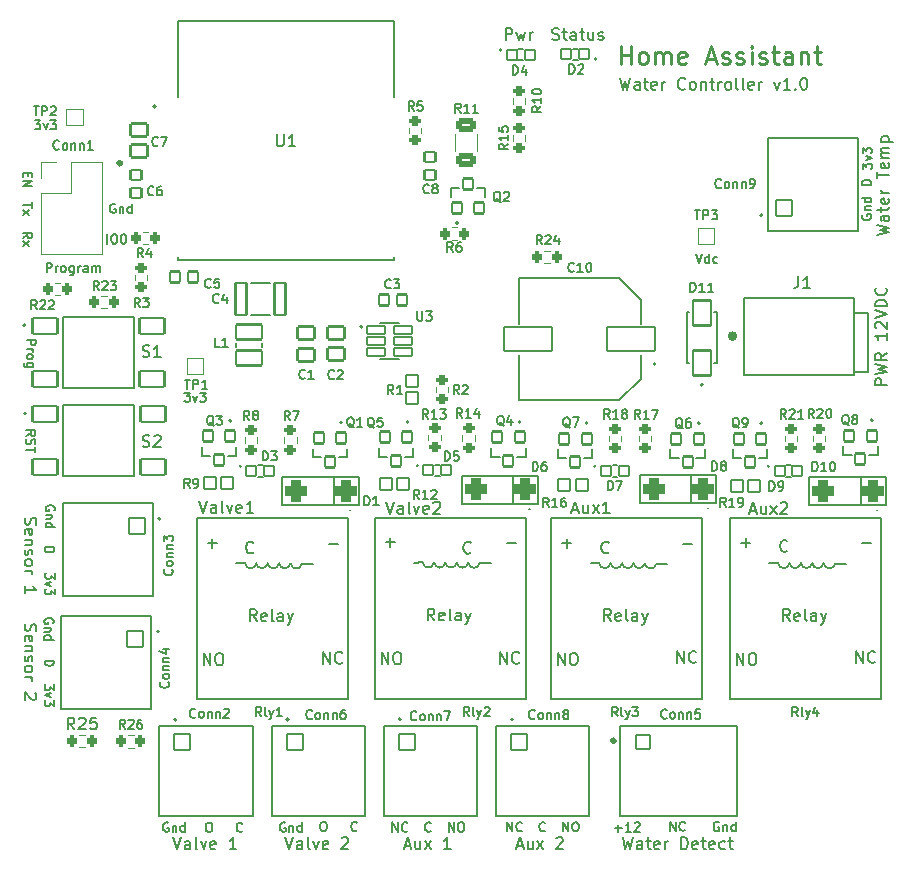
<source format=gto>
G04 #@! TF.GenerationSoftware,KiCad,Pcbnew,9.0.3*
G04 #@! TF.CreationDate,2025-08-26T10:07:48-04:00*
G04 #@! TF.ProjectId,Water_controller_board,57617465-725f-4636-9f6e-74726f6c6c65,rev?*
G04 #@! TF.SameCoordinates,Original*
G04 #@! TF.FileFunction,Legend,Top*
G04 #@! TF.FilePolarity,Positive*
%FSLAX46Y46*%
G04 Gerber Fmt 4.6, Leading zero omitted, Abs format (unit mm)*
G04 Created by KiCad (PCBNEW 9.0.3) date 2025-08-26 10:07:48*
%MOMM*%
%LPD*%
G01*
G04 APERTURE LIST*
G04 Aperture macros list*
%AMRoundRect*
0 Rectangle with rounded corners*
0 $1 Rounding radius*
0 $2 $3 $4 $5 $6 $7 $8 $9 X,Y pos of 4 corners*
0 Add a 4 corners polygon primitive as box body*
4,1,4,$2,$3,$4,$5,$6,$7,$8,$9,$2,$3,0*
0 Add four circle primitives for the rounded corners*
1,1,$1+$1,$2,$3*
1,1,$1+$1,$4,$5*
1,1,$1+$1,$6,$7*
1,1,$1+$1,$8,$9*
0 Add four rect primitives between the rounded corners*
20,1,$1+$1,$2,$3,$4,$5,0*
20,1,$1+$1,$4,$5,$6,$7,0*
20,1,$1+$1,$6,$7,$8,$9,0*
20,1,$1+$1,$8,$9,$2,$3,0*%
G04 Aperture macros list end*
%ADD10C,0.298607*%
%ADD11C,0.150000*%
%ADD12C,0.200000*%
%ADD13C,0.250000*%
%ADD14C,0.156000*%
%ADD15C,0.127000*%
%ADD16C,0.120000*%
%ADD17C,0.403553*%
%ADD18C,0.300000*%
%ADD19C,0.152400*%
%ADD20RoundRect,0.100400X-0.401600X0.451600X-0.401600X-0.451600X0.401600X-0.451600X0.401600X0.451600X0*%
%ADD21RoundRect,0.200000X0.275000X-0.200000X0.275000X0.200000X-0.275000X0.200000X-0.275000X-0.200000X0*%
%ADD22RoundRect,0.102000X-0.465000X0.445000X-0.465000X-0.445000X0.465000X-0.445000X0.465000X0.445000X0*%
%ADD23C,2.100000*%
%ADD24RoundRect,0.100400X0.401600X-0.451600X0.401600X0.451600X-0.401600X0.451600X-0.401600X-0.451600X0*%
%ADD25RoundRect,0.102000X-0.400000X0.400000X-0.400000X-0.400000X0.400000X-0.400000X0.400000X0.400000X0*%
%ADD26RoundRect,0.200000X0.200000X0.275000X-0.200000X0.275000X-0.200000X-0.275000X0.200000X-0.275000X0*%
%ADD27RoundRect,0.102000X0.510000X-0.520000X0.510000X0.520000X-0.510000X0.520000X-0.510000X-0.520000X0*%
%ADD28RoundRect,0.102000X0.400000X-0.400000X0.400000X0.400000X-0.400000X0.400000X-0.400000X-0.400000X0*%
%ADD29R,1.000000X1.000000*%
%ADD30RoundRect,0.200000X-0.275000X0.200000X-0.275000X-0.200000X0.275000X-0.200000X0.275000X0.200000X0*%
%ADD31RoundRect,0.102000X2.050000X1.000000X-2.050000X1.000000X-2.050000X-1.000000X2.050000X-1.000000X0*%
%ADD32RoundRect,0.200000X-0.200000X-0.275000X0.200000X-0.275000X0.200000X0.275000X-0.200000X0.275000X0*%
%ADD33C,2.000000*%
%ADD34RoundRect,0.102000X1.110000X-0.620000X1.110000X0.620000X-1.110000X0.620000X-1.110000X-0.620000X0*%
%ADD35RoundRect,0.450000X0.450000X0.450000X-0.450000X0.450000X-0.450000X-0.450000X0.450000X-0.450000X0*%
%ADD36RoundRect,0.102000X0.710000X-0.540000X0.710000X0.540000X-0.710000X0.540000X-0.710000X-0.540000X0*%
%ADD37RoundRect,0.102000X0.520000X0.510000X-0.520000X0.510000X-0.520000X-0.510000X0.520000X-0.510000X0*%
%ADD38R,1.700000X1.700000*%
%ADD39O,1.700000X1.700000*%
%ADD40RoundRect,0.055580X-0.771420X-0.341420X0.771420X-0.341420X0.771420X0.341420X-0.771420X0.341420X0*%
%ADD41RoundRect,0.102000X-0.654000X0.654000X-0.654000X-0.654000X0.654000X-0.654000X0.654000X0.654000X0*%
%ADD42C,1.512000*%
%ADD43RoundRect,0.250000X-0.625000X0.312500X-0.625000X-0.312500X0.625000X-0.312500X0.625000X0.312500X0*%
%ADD44C,1.500000*%
%ADD45O,1.800000X1.200000*%
%ADD46RoundRect,0.102000X-1.050000X-0.700000X1.050000X-0.700000X1.050000X0.700000X-1.050000X0.700000X0*%
%ADD47RoundRect,0.102000X-0.710000X0.540000X-0.710000X-0.540000X0.710000X-0.540000X0.710000X0.540000X0*%
%ADD48RoundRect,0.102000X-0.445000X-0.465000X0.445000X-0.465000X0.445000X0.465000X-0.445000X0.465000X0*%
%ADD49RoundRect,0.102000X-0.654000X-0.654000X0.654000X-0.654000X0.654000X0.654000X-0.654000X0.654000X0*%
%ADD50RoundRect,0.102000X-0.480000X-1.360000X0.480000X-1.360000X0.480000X1.360000X-0.480000X1.360000X0*%
%ADD51RoundRect,0.102000X-0.604000X-0.604000X0.604000X-0.604000X0.604000X0.604000X-0.604000X0.604000X0*%
%ADD52C,1.412000*%
%ADD53R,1.498600X0.889000*%
%ADD54R,3.987800X3.987800*%
%ADD55RoundRect,0.102000X0.445000X0.465000X-0.445000X0.465000X-0.445000X-0.465000X0.445000X-0.465000X0*%
%ADD56RoundRect,0.102000X0.654000X-0.654000X0.654000X0.654000X-0.654000X0.654000X-0.654000X-0.654000X0*%
%ADD57RoundRect,0.102000X0.750000X-1.060000X0.750000X1.060000X-0.750000X1.060000X-0.750000X-1.060000X0*%
G04 APERTURE END LIST*
D10*
X147598257Y-68177900D02*
G75*
G02*
X147299651Y-68177900I-149303J0D01*
G01*
X147299651Y-68177900D02*
G75*
G02*
X147598257Y-68177900I149303J0D01*
G01*
D11*
X210345696Y-68687787D02*
X210345696Y-68204930D01*
X210345696Y-68204930D02*
X210642839Y-68464930D01*
X210642839Y-68464930D02*
X210642839Y-68353501D01*
X210642839Y-68353501D02*
X210679982Y-68279216D01*
X210679982Y-68279216D02*
X210717125Y-68242073D01*
X210717125Y-68242073D02*
X210791411Y-68204930D01*
X210791411Y-68204930D02*
X210977125Y-68204930D01*
X210977125Y-68204930D02*
X211051411Y-68242073D01*
X211051411Y-68242073D02*
X211088554Y-68279216D01*
X211088554Y-68279216D02*
X211125696Y-68353501D01*
X211125696Y-68353501D02*
X211125696Y-68576358D01*
X211125696Y-68576358D02*
X211088554Y-68650644D01*
X211088554Y-68650644D02*
X211051411Y-68687787D01*
X210605696Y-67944930D02*
X211125696Y-67759216D01*
X211125696Y-67759216D02*
X210605696Y-67573501D01*
X210345696Y-67350644D02*
X210345696Y-66867787D01*
X210345696Y-66867787D02*
X210642839Y-67127787D01*
X210642839Y-67127787D02*
X210642839Y-67016358D01*
X210642839Y-67016358D02*
X210679982Y-66942073D01*
X210679982Y-66942073D02*
X210717125Y-66904930D01*
X210717125Y-66904930D02*
X210791411Y-66867787D01*
X210791411Y-66867787D02*
X210977125Y-66867787D01*
X210977125Y-66867787D02*
X211051411Y-66904930D01*
X211051411Y-66904930D02*
X211088554Y-66942073D01*
X211088554Y-66942073D02*
X211125696Y-67016358D01*
X211125696Y-67016358D02*
X211125696Y-67239215D01*
X211125696Y-67239215D02*
X211088554Y-67313501D01*
X211088554Y-67313501D02*
X211051411Y-67350644D01*
X164626209Y-123944642D02*
X164774781Y-123944642D01*
X164774781Y-123944642D02*
X164849066Y-123981785D01*
X164849066Y-123981785D02*
X164923352Y-124056071D01*
X164923352Y-124056071D02*
X164960495Y-124204642D01*
X164960495Y-124204642D02*
X164960495Y-124464642D01*
X164960495Y-124464642D02*
X164923352Y-124613214D01*
X164923352Y-124613214D02*
X164849066Y-124687500D01*
X164849066Y-124687500D02*
X164774781Y-124724642D01*
X164774781Y-124724642D02*
X164626209Y-124724642D01*
X164626209Y-124724642D02*
X164551924Y-124687500D01*
X164551924Y-124687500D02*
X164477638Y-124613214D01*
X164477638Y-124613214D02*
X164440495Y-124464642D01*
X164440495Y-124464642D02*
X164440495Y-124204642D01*
X164440495Y-124204642D02*
X164477638Y-124056071D01*
X164477638Y-124056071D02*
X164551924Y-123981785D01*
X164551924Y-123981785D02*
X164626209Y-123944642D01*
X167523353Y-124650357D02*
X167486210Y-124687500D01*
X167486210Y-124687500D02*
X167374782Y-124724642D01*
X167374782Y-124724642D02*
X167300496Y-124724642D01*
X167300496Y-124724642D02*
X167189067Y-124687500D01*
X167189067Y-124687500D02*
X167114782Y-124613214D01*
X167114782Y-124613214D02*
X167077639Y-124538928D01*
X167077639Y-124538928D02*
X167040496Y-124390357D01*
X167040496Y-124390357D02*
X167040496Y-124278928D01*
X167040496Y-124278928D02*
X167077639Y-124130357D01*
X167077639Y-124130357D02*
X167114782Y-124056071D01*
X167114782Y-124056071D02*
X167189067Y-123981785D01*
X167189067Y-123981785D02*
X167300496Y-123944642D01*
X167300496Y-123944642D02*
X167374782Y-123944642D01*
X167374782Y-123944642D02*
X167486210Y-123981785D01*
X167486210Y-123981785D02*
X167523353Y-124018928D01*
D12*
X181071008Y-125959404D02*
X181547198Y-125959404D01*
X180975770Y-126245119D02*
X181309103Y-125245119D01*
X181309103Y-125245119D02*
X181642436Y-126245119D01*
X182404341Y-125578452D02*
X182404341Y-126245119D01*
X181975770Y-125578452D02*
X181975770Y-126102261D01*
X181975770Y-126102261D02*
X182023389Y-126197500D01*
X182023389Y-126197500D02*
X182118627Y-126245119D01*
X182118627Y-126245119D02*
X182261484Y-126245119D01*
X182261484Y-126245119D02*
X182356722Y-126197500D01*
X182356722Y-126197500D02*
X182404341Y-126149880D01*
X182785294Y-126245119D02*
X183309103Y-125578452D01*
X182785294Y-125578452D02*
X183309103Y-126245119D01*
X184404342Y-125340357D02*
X184451961Y-125292738D01*
X184451961Y-125292738D02*
X184547199Y-125245119D01*
X184547199Y-125245119D02*
X184785294Y-125245119D01*
X184785294Y-125245119D02*
X184880532Y-125292738D01*
X184880532Y-125292738D02*
X184928151Y-125340357D01*
X184928151Y-125340357D02*
X184975770Y-125435595D01*
X184975770Y-125435595D02*
X184975770Y-125530833D01*
X184975770Y-125530833D02*
X184928151Y-125673690D01*
X184928151Y-125673690D02*
X184356723Y-126245119D01*
X184356723Y-126245119D02*
X184975770Y-126245119D01*
D11*
X210322839Y-72534930D02*
X210285696Y-72609216D01*
X210285696Y-72609216D02*
X210285696Y-72720644D01*
X210285696Y-72720644D02*
X210322839Y-72832073D01*
X210322839Y-72832073D02*
X210397125Y-72906358D01*
X210397125Y-72906358D02*
X210471411Y-72943501D01*
X210471411Y-72943501D02*
X210619982Y-72980644D01*
X210619982Y-72980644D02*
X210731411Y-72980644D01*
X210731411Y-72980644D02*
X210879982Y-72943501D01*
X210879982Y-72943501D02*
X210954268Y-72906358D01*
X210954268Y-72906358D02*
X211028554Y-72832073D01*
X211028554Y-72832073D02*
X211065696Y-72720644D01*
X211065696Y-72720644D02*
X211065696Y-72646358D01*
X211065696Y-72646358D02*
X211028554Y-72534930D01*
X211028554Y-72534930D02*
X210991411Y-72497787D01*
X210991411Y-72497787D02*
X210731411Y-72497787D01*
X210731411Y-72497787D02*
X210731411Y-72646358D01*
X210545696Y-72163501D02*
X211065696Y-72163501D01*
X210619982Y-72163501D02*
X210582839Y-72126358D01*
X210582839Y-72126358D02*
X210545696Y-72052073D01*
X210545696Y-72052073D02*
X210545696Y-71940644D01*
X210545696Y-71940644D02*
X210582839Y-71866358D01*
X210582839Y-71866358D02*
X210657125Y-71829216D01*
X210657125Y-71829216D02*
X211065696Y-71829216D01*
X211065696Y-71123502D02*
X210285696Y-71123502D01*
X211028554Y-71123502D02*
X211065696Y-71197787D01*
X211065696Y-71197787D02*
X211065696Y-71346359D01*
X211065696Y-71346359D02*
X211028554Y-71420644D01*
X211028554Y-71420644D02*
X210991411Y-71457787D01*
X210991411Y-71457787D02*
X210917125Y-71494930D01*
X210917125Y-71494930D02*
X210694268Y-71494930D01*
X210694268Y-71494930D02*
X210619982Y-71457787D01*
X210619982Y-71457787D02*
X210582839Y-71420644D01*
X210582839Y-71420644D02*
X210545696Y-71346359D01*
X210545696Y-71346359D02*
X210545696Y-71197787D01*
X210545696Y-71197787D02*
X210582839Y-71123502D01*
X180233352Y-124749642D02*
X180233352Y-123969642D01*
X180233352Y-123969642D02*
X180679066Y-124749642D01*
X180679066Y-124749642D02*
X180679066Y-123969642D01*
X181496209Y-124675357D02*
X181459066Y-124712500D01*
X181459066Y-124712500D02*
X181347638Y-124749642D01*
X181347638Y-124749642D02*
X181273352Y-124749642D01*
X181273352Y-124749642D02*
X181161923Y-124712500D01*
X181161923Y-124712500D02*
X181087638Y-124638214D01*
X181087638Y-124638214D02*
X181050495Y-124563928D01*
X181050495Y-124563928D02*
X181013352Y-124415357D01*
X181013352Y-124415357D02*
X181013352Y-124303928D01*
X181013352Y-124303928D02*
X181050495Y-124155357D01*
X181050495Y-124155357D02*
X181087638Y-124081071D01*
X181087638Y-124081071D02*
X181161923Y-124006785D01*
X181161923Y-124006785D02*
X181273352Y-123969642D01*
X181273352Y-123969642D02*
X181347638Y-123969642D01*
X181347638Y-123969642D02*
X181459066Y-124006785D01*
X181459066Y-124006785D02*
X181496209Y-124043928D01*
X183464781Y-124675357D02*
X183427638Y-124712500D01*
X183427638Y-124712500D02*
X183316210Y-124749642D01*
X183316210Y-124749642D02*
X183241924Y-124749642D01*
X183241924Y-124749642D02*
X183130495Y-124712500D01*
X183130495Y-124712500D02*
X183056210Y-124638214D01*
X183056210Y-124638214D02*
X183019067Y-124563928D01*
X183019067Y-124563928D02*
X182981924Y-124415357D01*
X182981924Y-124415357D02*
X182981924Y-124303928D01*
X182981924Y-124303928D02*
X183019067Y-124155357D01*
X183019067Y-124155357D02*
X183056210Y-124081071D01*
X183056210Y-124081071D02*
X183130495Y-124006785D01*
X183130495Y-124006785D02*
X183241924Y-123969642D01*
X183241924Y-123969642D02*
X183316210Y-123969642D01*
X183316210Y-123969642D02*
X183427638Y-124006785D01*
X183427638Y-124006785D02*
X183464781Y-124043928D01*
X184987639Y-124749642D02*
X184987639Y-123969642D01*
X184987639Y-123969642D02*
X185433353Y-124749642D01*
X185433353Y-124749642D02*
X185433353Y-123969642D01*
X185953353Y-123969642D02*
X186101925Y-123969642D01*
X186101925Y-123969642D02*
X186176210Y-124006785D01*
X186176210Y-124006785D02*
X186250496Y-124081071D01*
X186250496Y-124081071D02*
X186287639Y-124229642D01*
X186287639Y-124229642D02*
X186287639Y-124489642D01*
X186287639Y-124489642D02*
X186250496Y-124638214D01*
X186250496Y-124638214D02*
X186176210Y-124712500D01*
X186176210Y-124712500D02*
X186101925Y-124749642D01*
X186101925Y-124749642D02*
X185953353Y-124749642D01*
X185953353Y-124749642D02*
X185879068Y-124712500D01*
X185879068Y-124712500D02*
X185804782Y-124638214D01*
X185804782Y-124638214D02*
X185767639Y-124489642D01*
X185767639Y-124489642D02*
X185767639Y-124229642D01*
X185767639Y-124229642D02*
X185804782Y-124081071D01*
X185804782Y-124081071D02*
X185879068Y-124006785D01*
X185879068Y-124006785D02*
X185953353Y-123969642D01*
D12*
X139429354Y-98199954D02*
X139381734Y-98342811D01*
X139381734Y-98342811D02*
X139381734Y-98580906D01*
X139381734Y-98580906D02*
X139429354Y-98676144D01*
X139429354Y-98676144D02*
X139476973Y-98723763D01*
X139476973Y-98723763D02*
X139572211Y-98771382D01*
X139572211Y-98771382D02*
X139667449Y-98771382D01*
X139667449Y-98771382D02*
X139762687Y-98723763D01*
X139762687Y-98723763D02*
X139810306Y-98676144D01*
X139810306Y-98676144D02*
X139857925Y-98580906D01*
X139857925Y-98580906D02*
X139905544Y-98390430D01*
X139905544Y-98390430D02*
X139953163Y-98295192D01*
X139953163Y-98295192D02*
X140000782Y-98247573D01*
X140000782Y-98247573D02*
X140096020Y-98199954D01*
X140096020Y-98199954D02*
X140191258Y-98199954D01*
X140191258Y-98199954D02*
X140286496Y-98247573D01*
X140286496Y-98247573D02*
X140334115Y-98295192D01*
X140334115Y-98295192D02*
X140381734Y-98390430D01*
X140381734Y-98390430D02*
X140381734Y-98628525D01*
X140381734Y-98628525D02*
X140334115Y-98771382D01*
X139429354Y-99580906D02*
X139381734Y-99485668D01*
X139381734Y-99485668D02*
X139381734Y-99295192D01*
X139381734Y-99295192D02*
X139429354Y-99199954D01*
X139429354Y-99199954D02*
X139524592Y-99152335D01*
X139524592Y-99152335D02*
X139905544Y-99152335D01*
X139905544Y-99152335D02*
X140000782Y-99199954D01*
X140000782Y-99199954D02*
X140048401Y-99295192D01*
X140048401Y-99295192D02*
X140048401Y-99485668D01*
X140048401Y-99485668D02*
X140000782Y-99580906D01*
X140000782Y-99580906D02*
X139905544Y-99628525D01*
X139905544Y-99628525D02*
X139810306Y-99628525D01*
X139810306Y-99628525D02*
X139715068Y-99152335D01*
X140048401Y-100057097D02*
X139381734Y-100057097D01*
X139953163Y-100057097D02*
X140000782Y-100104716D01*
X140000782Y-100104716D02*
X140048401Y-100199954D01*
X140048401Y-100199954D02*
X140048401Y-100342811D01*
X140048401Y-100342811D02*
X140000782Y-100438049D01*
X140000782Y-100438049D02*
X139905544Y-100485668D01*
X139905544Y-100485668D02*
X139381734Y-100485668D01*
X139429354Y-100914240D02*
X139381734Y-101009478D01*
X139381734Y-101009478D02*
X139381734Y-101199954D01*
X139381734Y-101199954D02*
X139429354Y-101295192D01*
X139429354Y-101295192D02*
X139524592Y-101342811D01*
X139524592Y-101342811D02*
X139572211Y-101342811D01*
X139572211Y-101342811D02*
X139667449Y-101295192D01*
X139667449Y-101295192D02*
X139715068Y-101199954D01*
X139715068Y-101199954D02*
X139715068Y-101057097D01*
X139715068Y-101057097D02*
X139762687Y-100961859D01*
X139762687Y-100961859D02*
X139857925Y-100914240D01*
X139857925Y-100914240D02*
X139905544Y-100914240D01*
X139905544Y-100914240D02*
X140000782Y-100961859D01*
X140000782Y-100961859D02*
X140048401Y-101057097D01*
X140048401Y-101057097D02*
X140048401Y-101199954D01*
X140048401Y-101199954D02*
X140000782Y-101295192D01*
X139381734Y-101914240D02*
X139429354Y-101819002D01*
X139429354Y-101819002D02*
X139476973Y-101771383D01*
X139476973Y-101771383D02*
X139572211Y-101723764D01*
X139572211Y-101723764D02*
X139857925Y-101723764D01*
X139857925Y-101723764D02*
X139953163Y-101771383D01*
X139953163Y-101771383D02*
X140000782Y-101819002D01*
X140000782Y-101819002D02*
X140048401Y-101914240D01*
X140048401Y-101914240D02*
X140048401Y-102057097D01*
X140048401Y-102057097D02*
X140000782Y-102152335D01*
X140000782Y-102152335D02*
X139953163Y-102199954D01*
X139953163Y-102199954D02*
X139857925Y-102247573D01*
X139857925Y-102247573D02*
X139572211Y-102247573D01*
X139572211Y-102247573D02*
X139476973Y-102199954D01*
X139476973Y-102199954D02*
X139429354Y-102152335D01*
X139429354Y-102152335D02*
X139381734Y-102057097D01*
X139381734Y-102057097D02*
X139381734Y-101914240D01*
X139381734Y-102676145D02*
X140048401Y-102676145D01*
X139857925Y-102676145D02*
X139953163Y-102723764D01*
X139953163Y-102723764D02*
X140000782Y-102771383D01*
X140000782Y-102771383D02*
X140048401Y-102866621D01*
X140048401Y-102866621D02*
X140048401Y-102961859D01*
X139381734Y-104580907D02*
X139381734Y-104009479D01*
X139381734Y-104295193D02*
X140381734Y-104295193D01*
X140381734Y-104295193D02*
X140238877Y-104199955D01*
X140238877Y-104199955D02*
X140143639Y-104104717D01*
X140143639Y-104104717D02*
X140096020Y-104009479D01*
X171571008Y-125959404D02*
X172047198Y-125959404D01*
X171475770Y-126245119D02*
X171809103Y-125245119D01*
X171809103Y-125245119D02*
X172142436Y-126245119D01*
X172904341Y-125578452D02*
X172904341Y-126245119D01*
X172475770Y-125578452D02*
X172475770Y-126102261D01*
X172475770Y-126102261D02*
X172523389Y-126197500D01*
X172523389Y-126197500D02*
X172618627Y-126245119D01*
X172618627Y-126245119D02*
X172761484Y-126245119D01*
X172761484Y-126245119D02*
X172856722Y-126197500D01*
X172856722Y-126197500D02*
X172904341Y-126149880D01*
X173285294Y-126245119D02*
X173809103Y-125578452D01*
X173285294Y-125578452D02*
X173809103Y-126245119D01*
X175475770Y-126245119D02*
X174904342Y-126245119D01*
X175190056Y-126245119D02*
X175190056Y-125245119D01*
X175190056Y-125245119D02*
X175094818Y-125387976D01*
X175094818Y-125387976D02*
X174999580Y-125483214D01*
X174999580Y-125483214D02*
X174904342Y-125530833D01*
D11*
X139522211Y-91238012D02*
X139893639Y-90978012D01*
X139522211Y-90792298D02*
X140302211Y-90792298D01*
X140302211Y-90792298D02*
X140302211Y-91089441D01*
X140302211Y-91089441D02*
X140265068Y-91163726D01*
X140265068Y-91163726D02*
X140227925Y-91200869D01*
X140227925Y-91200869D02*
X140153639Y-91238012D01*
X140153639Y-91238012D02*
X140042211Y-91238012D01*
X140042211Y-91238012D02*
X139967925Y-91200869D01*
X139967925Y-91200869D02*
X139930782Y-91163726D01*
X139930782Y-91163726D02*
X139893639Y-91089441D01*
X139893639Y-91089441D02*
X139893639Y-90792298D01*
X139559354Y-91535155D02*
X139522211Y-91646584D01*
X139522211Y-91646584D02*
X139522211Y-91832298D01*
X139522211Y-91832298D02*
X139559354Y-91906584D01*
X139559354Y-91906584D02*
X139596496Y-91943726D01*
X139596496Y-91943726D02*
X139670782Y-91980869D01*
X139670782Y-91980869D02*
X139745068Y-91980869D01*
X139745068Y-91980869D02*
X139819354Y-91943726D01*
X139819354Y-91943726D02*
X139856496Y-91906584D01*
X139856496Y-91906584D02*
X139893639Y-91832298D01*
X139893639Y-91832298D02*
X139930782Y-91683726D01*
X139930782Y-91683726D02*
X139967925Y-91609441D01*
X139967925Y-91609441D02*
X140005068Y-91572298D01*
X140005068Y-91572298D02*
X140079354Y-91535155D01*
X140079354Y-91535155D02*
X140153639Y-91535155D01*
X140153639Y-91535155D02*
X140227925Y-91572298D01*
X140227925Y-91572298D02*
X140265068Y-91609441D01*
X140265068Y-91609441D02*
X140302211Y-91683726D01*
X140302211Y-91683726D02*
X140302211Y-91869441D01*
X140302211Y-91869441D02*
X140265068Y-91980869D01*
X140302211Y-92203726D02*
X140302211Y-92649441D01*
X139522211Y-92426583D02*
X140302211Y-92426583D01*
X146393352Y-74974642D02*
X146393352Y-74194642D01*
X146913352Y-74194642D02*
X147061924Y-74194642D01*
X147061924Y-74194642D02*
X147136209Y-74231785D01*
X147136209Y-74231785D02*
X147210495Y-74306071D01*
X147210495Y-74306071D02*
X147247638Y-74454642D01*
X147247638Y-74454642D02*
X147247638Y-74714642D01*
X147247638Y-74714642D02*
X147210495Y-74863214D01*
X147210495Y-74863214D02*
X147136209Y-74937500D01*
X147136209Y-74937500D02*
X147061924Y-74974642D01*
X147061924Y-74974642D02*
X146913352Y-74974642D01*
X146913352Y-74974642D02*
X146839067Y-74937500D01*
X146839067Y-74937500D02*
X146764781Y-74863214D01*
X146764781Y-74863214D02*
X146727638Y-74714642D01*
X146727638Y-74714642D02*
X146727638Y-74454642D01*
X146727638Y-74454642D02*
X146764781Y-74306071D01*
X146764781Y-74306071D02*
X146839067Y-74231785D01*
X146839067Y-74231785D02*
X146913352Y-74194642D01*
X147730495Y-74194642D02*
X147804781Y-74194642D01*
X147804781Y-74194642D02*
X147879067Y-74231785D01*
X147879067Y-74231785D02*
X147916210Y-74268928D01*
X147916210Y-74268928D02*
X147953352Y-74343214D01*
X147953352Y-74343214D02*
X147990495Y-74491785D01*
X147990495Y-74491785D02*
X147990495Y-74677500D01*
X147990495Y-74677500D02*
X147953352Y-74826071D01*
X147953352Y-74826071D02*
X147916210Y-74900357D01*
X147916210Y-74900357D02*
X147879067Y-74937500D01*
X147879067Y-74937500D02*
X147804781Y-74974642D01*
X147804781Y-74974642D02*
X147730495Y-74974642D01*
X147730495Y-74974642D02*
X147656210Y-74937500D01*
X147656210Y-74937500D02*
X147619067Y-74900357D01*
X147619067Y-74900357D02*
X147581924Y-74826071D01*
X147581924Y-74826071D02*
X147544781Y-74677500D01*
X147544781Y-74677500D02*
X147544781Y-74491785D01*
X147544781Y-74491785D02*
X147581924Y-74343214D01*
X147581924Y-74343214D02*
X147619067Y-74268928D01*
X147619067Y-74268928D02*
X147656210Y-74231785D01*
X147656210Y-74231785D02*
X147730495Y-74194642D01*
X154921923Y-124014642D02*
X155070495Y-124014642D01*
X155070495Y-124014642D02*
X155144780Y-124051785D01*
X155144780Y-124051785D02*
X155219066Y-124126071D01*
X155219066Y-124126071D02*
X155256209Y-124274642D01*
X155256209Y-124274642D02*
X155256209Y-124534642D01*
X155256209Y-124534642D02*
X155219066Y-124683214D01*
X155219066Y-124683214D02*
X155144780Y-124757500D01*
X155144780Y-124757500D02*
X155070495Y-124794642D01*
X155070495Y-124794642D02*
X154921923Y-124794642D01*
X154921923Y-124794642D02*
X154847638Y-124757500D01*
X154847638Y-124757500D02*
X154773352Y-124683214D01*
X154773352Y-124683214D02*
X154736209Y-124534642D01*
X154736209Y-124534642D02*
X154736209Y-124274642D01*
X154736209Y-124274642D02*
X154773352Y-124126071D01*
X154773352Y-124126071D02*
X154847638Y-124051785D01*
X154847638Y-124051785D02*
X154921923Y-124014642D01*
X157819067Y-124720357D02*
X157781924Y-124757500D01*
X157781924Y-124757500D02*
X157670496Y-124794642D01*
X157670496Y-124794642D02*
X157596210Y-124794642D01*
X157596210Y-124794642D02*
X157484781Y-124757500D01*
X157484781Y-124757500D02*
X157410496Y-124683214D01*
X157410496Y-124683214D02*
X157373353Y-124608928D01*
X157373353Y-124608928D02*
X157336210Y-124460357D01*
X157336210Y-124460357D02*
X157336210Y-124348928D01*
X157336210Y-124348928D02*
X157373353Y-124200357D01*
X157373353Y-124200357D02*
X157410496Y-124126071D01*
X157410496Y-124126071D02*
X157484781Y-124051785D01*
X157484781Y-124051785D02*
X157596210Y-124014642D01*
X157596210Y-124014642D02*
X157670496Y-124014642D01*
X157670496Y-124014642D02*
X157781924Y-124051785D01*
X157781924Y-124051785D02*
X157819067Y-124088928D01*
X141082211Y-110292298D02*
X141862211Y-110292298D01*
X141862211Y-110292298D02*
X141862211Y-110478012D01*
X141862211Y-110478012D02*
X141825068Y-110589441D01*
X141825068Y-110589441D02*
X141750782Y-110663726D01*
X141750782Y-110663726D02*
X141676496Y-110700869D01*
X141676496Y-110700869D02*
X141527925Y-110738012D01*
X141527925Y-110738012D02*
X141416496Y-110738012D01*
X141416496Y-110738012D02*
X141267925Y-110700869D01*
X141267925Y-110700869D02*
X141193639Y-110663726D01*
X141193639Y-110663726D02*
X141119354Y-110589441D01*
X141119354Y-110589441D02*
X141082211Y-110478012D01*
X141082211Y-110478012D02*
X141082211Y-110292298D01*
X140032211Y-71500869D02*
X140032211Y-71946584D01*
X139252211Y-71723726D02*
X140032211Y-71723726D01*
X139252211Y-72132298D02*
X139772211Y-72540870D01*
X139772211Y-72132298D02*
X139252211Y-72540870D01*
D13*
X189870569Y-59781328D02*
X189870569Y-58281328D01*
X189870569Y-58995614D02*
X190727712Y-58995614D01*
X190727712Y-59781328D02*
X190727712Y-58281328D01*
X191656284Y-59781328D02*
X191513427Y-59709900D01*
X191513427Y-59709900D02*
X191441998Y-59638471D01*
X191441998Y-59638471D02*
X191370570Y-59495614D01*
X191370570Y-59495614D02*
X191370570Y-59067042D01*
X191370570Y-59067042D02*
X191441998Y-58924185D01*
X191441998Y-58924185D02*
X191513427Y-58852757D01*
X191513427Y-58852757D02*
X191656284Y-58781328D01*
X191656284Y-58781328D02*
X191870570Y-58781328D01*
X191870570Y-58781328D02*
X192013427Y-58852757D01*
X192013427Y-58852757D02*
X192084856Y-58924185D01*
X192084856Y-58924185D02*
X192156284Y-59067042D01*
X192156284Y-59067042D02*
X192156284Y-59495614D01*
X192156284Y-59495614D02*
X192084856Y-59638471D01*
X192084856Y-59638471D02*
X192013427Y-59709900D01*
X192013427Y-59709900D02*
X191870570Y-59781328D01*
X191870570Y-59781328D02*
X191656284Y-59781328D01*
X192799141Y-59781328D02*
X192799141Y-58781328D01*
X192799141Y-58924185D02*
X192870570Y-58852757D01*
X192870570Y-58852757D02*
X193013427Y-58781328D01*
X193013427Y-58781328D02*
X193227713Y-58781328D01*
X193227713Y-58781328D02*
X193370570Y-58852757D01*
X193370570Y-58852757D02*
X193441999Y-58995614D01*
X193441999Y-58995614D02*
X193441999Y-59781328D01*
X193441999Y-58995614D02*
X193513427Y-58852757D01*
X193513427Y-58852757D02*
X193656284Y-58781328D01*
X193656284Y-58781328D02*
X193870570Y-58781328D01*
X193870570Y-58781328D02*
X194013427Y-58852757D01*
X194013427Y-58852757D02*
X194084856Y-58995614D01*
X194084856Y-58995614D02*
X194084856Y-59781328D01*
X195370570Y-59709900D02*
X195227713Y-59781328D01*
X195227713Y-59781328D02*
X194941999Y-59781328D01*
X194941999Y-59781328D02*
X194799141Y-59709900D01*
X194799141Y-59709900D02*
X194727713Y-59567042D01*
X194727713Y-59567042D02*
X194727713Y-58995614D01*
X194727713Y-58995614D02*
X194799141Y-58852757D01*
X194799141Y-58852757D02*
X194941999Y-58781328D01*
X194941999Y-58781328D02*
X195227713Y-58781328D01*
X195227713Y-58781328D02*
X195370570Y-58852757D01*
X195370570Y-58852757D02*
X195441999Y-58995614D01*
X195441999Y-58995614D02*
X195441999Y-59138471D01*
X195441999Y-59138471D02*
X194727713Y-59281328D01*
X197156284Y-59352757D02*
X197870570Y-59352757D01*
X197013427Y-59781328D02*
X197513427Y-58281328D01*
X197513427Y-58281328D02*
X198013427Y-59781328D01*
X198441998Y-59709900D02*
X198584855Y-59781328D01*
X198584855Y-59781328D02*
X198870569Y-59781328D01*
X198870569Y-59781328D02*
X199013426Y-59709900D01*
X199013426Y-59709900D02*
X199084855Y-59567042D01*
X199084855Y-59567042D02*
X199084855Y-59495614D01*
X199084855Y-59495614D02*
X199013426Y-59352757D01*
X199013426Y-59352757D02*
X198870569Y-59281328D01*
X198870569Y-59281328D02*
X198656284Y-59281328D01*
X198656284Y-59281328D02*
X198513426Y-59209900D01*
X198513426Y-59209900D02*
X198441998Y-59067042D01*
X198441998Y-59067042D02*
X198441998Y-58995614D01*
X198441998Y-58995614D02*
X198513426Y-58852757D01*
X198513426Y-58852757D02*
X198656284Y-58781328D01*
X198656284Y-58781328D02*
X198870569Y-58781328D01*
X198870569Y-58781328D02*
X199013426Y-58852757D01*
X199656284Y-59709900D02*
X199799141Y-59781328D01*
X199799141Y-59781328D02*
X200084855Y-59781328D01*
X200084855Y-59781328D02*
X200227712Y-59709900D01*
X200227712Y-59709900D02*
X200299141Y-59567042D01*
X200299141Y-59567042D02*
X200299141Y-59495614D01*
X200299141Y-59495614D02*
X200227712Y-59352757D01*
X200227712Y-59352757D02*
X200084855Y-59281328D01*
X200084855Y-59281328D02*
X199870570Y-59281328D01*
X199870570Y-59281328D02*
X199727712Y-59209900D01*
X199727712Y-59209900D02*
X199656284Y-59067042D01*
X199656284Y-59067042D02*
X199656284Y-58995614D01*
X199656284Y-58995614D02*
X199727712Y-58852757D01*
X199727712Y-58852757D02*
X199870570Y-58781328D01*
X199870570Y-58781328D02*
X200084855Y-58781328D01*
X200084855Y-58781328D02*
X200227712Y-58852757D01*
X200941998Y-59781328D02*
X200941998Y-58781328D01*
X200941998Y-58281328D02*
X200870570Y-58352757D01*
X200870570Y-58352757D02*
X200941998Y-58424185D01*
X200941998Y-58424185D02*
X201013427Y-58352757D01*
X201013427Y-58352757D02*
X200941998Y-58281328D01*
X200941998Y-58281328D02*
X200941998Y-58424185D01*
X201584856Y-59709900D02*
X201727713Y-59781328D01*
X201727713Y-59781328D02*
X202013427Y-59781328D01*
X202013427Y-59781328D02*
X202156284Y-59709900D01*
X202156284Y-59709900D02*
X202227713Y-59567042D01*
X202227713Y-59567042D02*
X202227713Y-59495614D01*
X202227713Y-59495614D02*
X202156284Y-59352757D01*
X202156284Y-59352757D02*
X202013427Y-59281328D01*
X202013427Y-59281328D02*
X201799142Y-59281328D01*
X201799142Y-59281328D02*
X201656284Y-59209900D01*
X201656284Y-59209900D02*
X201584856Y-59067042D01*
X201584856Y-59067042D02*
X201584856Y-58995614D01*
X201584856Y-58995614D02*
X201656284Y-58852757D01*
X201656284Y-58852757D02*
X201799142Y-58781328D01*
X201799142Y-58781328D02*
X202013427Y-58781328D01*
X202013427Y-58781328D02*
X202156284Y-58852757D01*
X202656285Y-58781328D02*
X203227713Y-58781328D01*
X202870570Y-58281328D02*
X202870570Y-59567042D01*
X202870570Y-59567042D02*
X202941999Y-59709900D01*
X202941999Y-59709900D02*
X203084856Y-59781328D01*
X203084856Y-59781328D02*
X203227713Y-59781328D01*
X204370571Y-59781328D02*
X204370571Y-58995614D01*
X204370571Y-58995614D02*
X204299142Y-58852757D01*
X204299142Y-58852757D02*
X204156285Y-58781328D01*
X204156285Y-58781328D02*
X203870571Y-58781328D01*
X203870571Y-58781328D02*
X203727713Y-58852757D01*
X204370571Y-59709900D02*
X204227713Y-59781328D01*
X204227713Y-59781328D02*
X203870571Y-59781328D01*
X203870571Y-59781328D02*
X203727713Y-59709900D01*
X203727713Y-59709900D02*
X203656285Y-59567042D01*
X203656285Y-59567042D02*
X203656285Y-59424185D01*
X203656285Y-59424185D02*
X203727713Y-59281328D01*
X203727713Y-59281328D02*
X203870571Y-59209900D01*
X203870571Y-59209900D02*
X204227713Y-59209900D01*
X204227713Y-59209900D02*
X204370571Y-59138471D01*
X205084856Y-58781328D02*
X205084856Y-59781328D01*
X205084856Y-58924185D02*
X205156285Y-58852757D01*
X205156285Y-58852757D02*
X205299142Y-58781328D01*
X205299142Y-58781328D02*
X205513428Y-58781328D01*
X205513428Y-58781328D02*
X205656285Y-58852757D01*
X205656285Y-58852757D02*
X205727714Y-58995614D01*
X205727714Y-58995614D02*
X205727714Y-59781328D01*
X206227714Y-58781328D02*
X206799142Y-58781328D01*
X206441999Y-58281328D02*
X206441999Y-59567042D01*
X206441999Y-59567042D02*
X206513428Y-59709900D01*
X206513428Y-59709900D02*
X206656285Y-59781328D01*
X206656285Y-59781328D02*
X206799142Y-59781328D01*
D11*
X198166923Y-123981785D02*
X198092638Y-123944642D01*
X198092638Y-123944642D02*
X197981209Y-123944642D01*
X197981209Y-123944642D02*
X197869780Y-123981785D01*
X197869780Y-123981785D02*
X197795495Y-124056071D01*
X197795495Y-124056071D02*
X197758352Y-124130357D01*
X197758352Y-124130357D02*
X197721209Y-124278928D01*
X197721209Y-124278928D02*
X197721209Y-124390357D01*
X197721209Y-124390357D02*
X197758352Y-124538928D01*
X197758352Y-124538928D02*
X197795495Y-124613214D01*
X197795495Y-124613214D02*
X197869780Y-124687500D01*
X197869780Y-124687500D02*
X197981209Y-124724642D01*
X197981209Y-124724642D02*
X198055495Y-124724642D01*
X198055495Y-124724642D02*
X198166923Y-124687500D01*
X198166923Y-124687500D02*
X198204066Y-124650357D01*
X198204066Y-124650357D02*
X198204066Y-124390357D01*
X198204066Y-124390357D02*
X198055495Y-124390357D01*
X198538352Y-124204642D02*
X198538352Y-124724642D01*
X198538352Y-124278928D02*
X198575495Y-124241785D01*
X198575495Y-124241785D02*
X198649780Y-124204642D01*
X198649780Y-124204642D02*
X198761209Y-124204642D01*
X198761209Y-124204642D02*
X198835495Y-124241785D01*
X198835495Y-124241785D02*
X198872638Y-124316071D01*
X198872638Y-124316071D02*
X198872638Y-124724642D01*
X199578352Y-124724642D02*
X199578352Y-123944642D01*
X199578352Y-124687500D02*
X199504066Y-124724642D01*
X199504066Y-124724642D02*
X199355494Y-124724642D01*
X199355494Y-124724642D02*
X199281209Y-124687500D01*
X199281209Y-124687500D02*
X199244066Y-124650357D01*
X199244066Y-124650357D02*
X199206923Y-124576071D01*
X199206923Y-124576071D02*
X199206923Y-124353214D01*
X199206923Y-124353214D02*
X199244066Y-124278928D01*
X199244066Y-124278928D02*
X199281209Y-124241785D01*
X199281209Y-124241785D02*
X199355494Y-124204642D01*
X199355494Y-124204642D02*
X199504066Y-124204642D01*
X199504066Y-124204642D02*
X199578352Y-124241785D01*
X151541923Y-124031785D02*
X151467638Y-123994642D01*
X151467638Y-123994642D02*
X151356209Y-123994642D01*
X151356209Y-123994642D02*
X151244780Y-124031785D01*
X151244780Y-124031785D02*
X151170495Y-124106071D01*
X151170495Y-124106071D02*
X151133352Y-124180357D01*
X151133352Y-124180357D02*
X151096209Y-124328928D01*
X151096209Y-124328928D02*
X151096209Y-124440357D01*
X151096209Y-124440357D02*
X151133352Y-124588928D01*
X151133352Y-124588928D02*
X151170495Y-124663214D01*
X151170495Y-124663214D02*
X151244780Y-124737500D01*
X151244780Y-124737500D02*
X151356209Y-124774642D01*
X151356209Y-124774642D02*
X151430495Y-124774642D01*
X151430495Y-124774642D02*
X151541923Y-124737500D01*
X151541923Y-124737500D02*
X151579066Y-124700357D01*
X151579066Y-124700357D02*
X151579066Y-124440357D01*
X151579066Y-124440357D02*
X151430495Y-124440357D01*
X151913352Y-124254642D02*
X151913352Y-124774642D01*
X151913352Y-124328928D02*
X151950495Y-124291785D01*
X151950495Y-124291785D02*
X152024780Y-124254642D01*
X152024780Y-124254642D02*
X152136209Y-124254642D01*
X152136209Y-124254642D02*
X152210495Y-124291785D01*
X152210495Y-124291785D02*
X152247638Y-124366071D01*
X152247638Y-124366071D02*
X152247638Y-124774642D01*
X152953352Y-124774642D02*
X152953352Y-123994642D01*
X152953352Y-124737500D02*
X152879066Y-124774642D01*
X152879066Y-124774642D02*
X152730494Y-124774642D01*
X152730494Y-124774642D02*
X152656209Y-124737500D01*
X152656209Y-124737500D02*
X152619066Y-124700357D01*
X152619066Y-124700357D02*
X152581923Y-124626071D01*
X152581923Y-124626071D02*
X152581923Y-124403214D01*
X152581923Y-124403214D02*
X152619066Y-124328928D01*
X152619066Y-124328928D02*
X152656209Y-124291785D01*
X152656209Y-124291785D02*
X152730494Y-124254642D01*
X152730494Y-124254642D02*
X152879066Y-124254642D01*
X152879066Y-124254642D02*
X152953352Y-124291785D01*
X141243352Y-77394642D02*
X141243352Y-76614642D01*
X141243352Y-76614642D02*
X141540495Y-76614642D01*
X141540495Y-76614642D02*
X141614780Y-76651785D01*
X141614780Y-76651785D02*
X141651923Y-76688928D01*
X141651923Y-76688928D02*
X141689066Y-76763214D01*
X141689066Y-76763214D02*
X141689066Y-76874642D01*
X141689066Y-76874642D02*
X141651923Y-76948928D01*
X141651923Y-76948928D02*
X141614780Y-76986071D01*
X141614780Y-76986071D02*
X141540495Y-77023214D01*
X141540495Y-77023214D02*
X141243352Y-77023214D01*
X142023352Y-77394642D02*
X142023352Y-76874642D01*
X142023352Y-77023214D02*
X142060495Y-76948928D01*
X142060495Y-76948928D02*
X142097638Y-76911785D01*
X142097638Y-76911785D02*
X142171923Y-76874642D01*
X142171923Y-76874642D02*
X142246209Y-76874642D01*
X142617637Y-77394642D02*
X142543352Y-77357500D01*
X142543352Y-77357500D02*
X142506209Y-77320357D01*
X142506209Y-77320357D02*
X142469066Y-77246071D01*
X142469066Y-77246071D02*
X142469066Y-77023214D01*
X142469066Y-77023214D02*
X142506209Y-76948928D01*
X142506209Y-76948928D02*
X142543352Y-76911785D01*
X142543352Y-76911785D02*
X142617637Y-76874642D01*
X142617637Y-76874642D02*
X142729066Y-76874642D01*
X142729066Y-76874642D02*
X142803352Y-76911785D01*
X142803352Y-76911785D02*
X142840495Y-76948928D01*
X142840495Y-76948928D02*
X142877637Y-77023214D01*
X142877637Y-77023214D02*
X142877637Y-77246071D01*
X142877637Y-77246071D02*
X142840495Y-77320357D01*
X142840495Y-77320357D02*
X142803352Y-77357500D01*
X142803352Y-77357500D02*
X142729066Y-77394642D01*
X142729066Y-77394642D02*
X142617637Y-77394642D01*
X143546209Y-76874642D02*
X143546209Y-77506071D01*
X143546209Y-77506071D02*
X143509066Y-77580357D01*
X143509066Y-77580357D02*
X143471923Y-77617500D01*
X143471923Y-77617500D02*
X143397637Y-77654642D01*
X143397637Y-77654642D02*
X143286209Y-77654642D01*
X143286209Y-77654642D02*
X143211923Y-77617500D01*
X143546209Y-77357500D02*
X143471923Y-77394642D01*
X143471923Y-77394642D02*
X143323351Y-77394642D01*
X143323351Y-77394642D02*
X143249066Y-77357500D01*
X143249066Y-77357500D02*
X143211923Y-77320357D01*
X143211923Y-77320357D02*
X143174780Y-77246071D01*
X143174780Y-77246071D02*
X143174780Y-77023214D01*
X143174780Y-77023214D02*
X143211923Y-76948928D01*
X143211923Y-76948928D02*
X143249066Y-76911785D01*
X143249066Y-76911785D02*
X143323351Y-76874642D01*
X143323351Y-76874642D02*
X143471923Y-76874642D01*
X143471923Y-76874642D02*
X143546209Y-76911785D01*
X143917637Y-77394642D02*
X143917637Y-76874642D01*
X143917637Y-77023214D02*
X143954780Y-76948928D01*
X143954780Y-76948928D02*
X143991923Y-76911785D01*
X143991923Y-76911785D02*
X144066208Y-76874642D01*
X144066208Y-76874642D02*
X144140494Y-76874642D01*
X144734780Y-77394642D02*
X144734780Y-76986071D01*
X144734780Y-76986071D02*
X144697637Y-76911785D01*
X144697637Y-76911785D02*
X144623351Y-76874642D01*
X144623351Y-76874642D02*
X144474780Y-76874642D01*
X144474780Y-76874642D02*
X144400494Y-76911785D01*
X144734780Y-77357500D02*
X144660494Y-77394642D01*
X144660494Y-77394642D02*
X144474780Y-77394642D01*
X144474780Y-77394642D02*
X144400494Y-77357500D01*
X144400494Y-77357500D02*
X144363351Y-77283214D01*
X144363351Y-77283214D02*
X144363351Y-77208928D01*
X144363351Y-77208928D02*
X144400494Y-77134642D01*
X144400494Y-77134642D02*
X144474780Y-77097500D01*
X144474780Y-77097500D02*
X144660494Y-77097500D01*
X144660494Y-77097500D02*
X144734780Y-77060357D01*
X145106208Y-77394642D02*
X145106208Y-76874642D01*
X145106208Y-76948928D02*
X145143351Y-76911785D01*
X145143351Y-76911785D02*
X145217636Y-76874642D01*
X145217636Y-76874642D02*
X145329065Y-76874642D01*
X145329065Y-76874642D02*
X145403351Y-76911785D01*
X145403351Y-76911785D02*
X145440494Y-76986071D01*
X145440494Y-76986071D02*
X145440494Y-77394642D01*
X145440494Y-76986071D02*
X145477636Y-76911785D01*
X145477636Y-76911785D02*
X145551922Y-76874642D01*
X145551922Y-76874642D02*
X145663351Y-76874642D01*
X145663351Y-76874642D02*
X145737636Y-76911785D01*
X145737636Y-76911785D02*
X145774779Y-76986071D01*
X145774779Y-76986071D02*
X145774779Y-77394642D01*
X139562211Y-83122298D02*
X140342211Y-83122298D01*
X140342211Y-83122298D02*
X140342211Y-83419441D01*
X140342211Y-83419441D02*
X140305068Y-83493726D01*
X140305068Y-83493726D02*
X140267925Y-83530869D01*
X140267925Y-83530869D02*
X140193639Y-83568012D01*
X140193639Y-83568012D02*
X140082211Y-83568012D01*
X140082211Y-83568012D02*
X140007925Y-83530869D01*
X140007925Y-83530869D02*
X139970782Y-83493726D01*
X139970782Y-83493726D02*
X139933639Y-83419441D01*
X139933639Y-83419441D02*
X139933639Y-83122298D01*
X139562211Y-83902298D02*
X140082211Y-83902298D01*
X139933639Y-83902298D02*
X140007925Y-83939441D01*
X140007925Y-83939441D02*
X140045068Y-83976584D01*
X140045068Y-83976584D02*
X140082211Y-84050869D01*
X140082211Y-84050869D02*
X140082211Y-84125155D01*
X139562211Y-84496583D02*
X139599354Y-84422298D01*
X139599354Y-84422298D02*
X139636496Y-84385155D01*
X139636496Y-84385155D02*
X139710782Y-84348012D01*
X139710782Y-84348012D02*
X139933639Y-84348012D01*
X139933639Y-84348012D02*
X140007925Y-84385155D01*
X140007925Y-84385155D02*
X140045068Y-84422298D01*
X140045068Y-84422298D02*
X140082211Y-84496583D01*
X140082211Y-84496583D02*
X140082211Y-84608012D01*
X140082211Y-84608012D02*
X140045068Y-84682298D01*
X140045068Y-84682298D02*
X140007925Y-84719441D01*
X140007925Y-84719441D02*
X139933639Y-84756583D01*
X139933639Y-84756583D02*
X139710782Y-84756583D01*
X139710782Y-84756583D02*
X139636496Y-84719441D01*
X139636496Y-84719441D02*
X139599354Y-84682298D01*
X139599354Y-84682298D02*
X139562211Y-84608012D01*
X139562211Y-84608012D02*
X139562211Y-84496583D01*
X140082211Y-85425155D02*
X139450782Y-85425155D01*
X139450782Y-85425155D02*
X139376496Y-85388012D01*
X139376496Y-85388012D02*
X139339354Y-85350869D01*
X139339354Y-85350869D02*
X139302211Y-85276583D01*
X139302211Y-85276583D02*
X139302211Y-85165155D01*
X139302211Y-85165155D02*
X139339354Y-85090869D01*
X139599354Y-85425155D02*
X139562211Y-85350869D01*
X139562211Y-85350869D02*
X139562211Y-85202297D01*
X139562211Y-85202297D02*
X139599354Y-85128012D01*
X139599354Y-85128012D02*
X139636496Y-85090869D01*
X139636496Y-85090869D02*
X139710782Y-85053726D01*
X139710782Y-85053726D02*
X139933639Y-85053726D01*
X139933639Y-85053726D02*
X140007925Y-85090869D01*
X140007925Y-85090869D02*
X140045068Y-85128012D01*
X140045068Y-85128012D02*
X140082211Y-85202297D01*
X140082211Y-85202297D02*
X140082211Y-85350869D01*
X140082211Y-85350869D02*
X140045068Y-85425155D01*
D12*
X190023389Y-125245119D02*
X190261484Y-126245119D01*
X190261484Y-126245119D02*
X190451960Y-125530833D01*
X190451960Y-125530833D02*
X190642436Y-126245119D01*
X190642436Y-126245119D02*
X190880532Y-125245119D01*
X191690055Y-126245119D02*
X191690055Y-125721309D01*
X191690055Y-125721309D02*
X191642436Y-125626071D01*
X191642436Y-125626071D02*
X191547198Y-125578452D01*
X191547198Y-125578452D02*
X191356722Y-125578452D01*
X191356722Y-125578452D02*
X191261484Y-125626071D01*
X191690055Y-126197500D02*
X191594817Y-126245119D01*
X191594817Y-126245119D02*
X191356722Y-126245119D01*
X191356722Y-126245119D02*
X191261484Y-126197500D01*
X191261484Y-126197500D02*
X191213865Y-126102261D01*
X191213865Y-126102261D02*
X191213865Y-126007023D01*
X191213865Y-126007023D02*
X191261484Y-125911785D01*
X191261484Y-125911785D02*
X191356722Y-125864166D01*
X191356722Y-125864166D02*
X191594817Y-125864166D01*
X191594817Y-125864166D02*
X191690055Y-125816547D01*
X192023389Y-125578452D02*
X192404341Y-125578452D01*
X192166246Y-125245119D02*
X192166246Y-126102261D01*
X192166246Y-126102261D02*
X192213865Y-126197500D01*
X192213865Y-126197500D02*
X192309103Y-126245119D01*
X192309103Y-126245119D02*
X192404341Y-126245119D01*
X193118627Y-126197500D02*
X193023389Y-126245119D01*
X193023389Y-126245119D02*
X192832913Y-126245119D01*
X192832913Y-126245119D02*
X192737675Y-126197500D01*
X192737675Y-126197500D02*
X192690056Y-126102261D01*
X192690056Y-126102261D02*
X192690056Y-125721309D01*
X192690056Y-125721309D02*
X192737675Y-125626071D01*
X192737675Y-125626071D02*
X192832913Y-125578452D01*
X192832913Y-125578452D02*
X193023389Y-125578452D01*
X193023389Y-125578452D02*
X193118627Y-125626071D01*
X193118627Y-125626071D02*
X193166246Y-125721309D01*
X193166246Y-125721309D02*
X193166246Y-125816547D01*
X193166246Y-125816547D02*
X192690056Y-125911785D01*
X193594818Y-126245119D02*
X193594818Y-125578452D01*
X193594818Y-125768928D02*
X193642437Y-125673690D01*
X193642437Y-125673690D02*
X193690056Y-125626071D01*
X193690056Y-125626071D02*
X193785294Y-125578452D01*
X193785294Y-125578452D02*
X193880532Y-125578452D01*
X194975771Y-126245119D02*
X194975771Y-125245119D01*
X194975771Y-125245119D02*
X195213866Y-125245119D01*
X195213866Y-125245119D02*
X195356723Y-125292738D01*
X195356723Y-125292738D02*
X195451961Y-125387976D01*
X195451961Y-125387976D02*
X195499580Y-125483214D01*
X195499580Y-125483214D02*
X195547199Y-125673690D01*
X195547199Y-125673690D02*
X195547199Y-125816547D01*
X195547199Y-125816547D02*
X195499580Y-126007023D01*
X195499580Y-126007023D02*
X195451961Y-126102261D01*
X195451961Y-126102261D02*
X195356723Y-126197500D01*
X195356723Y-126197500D02*
X195213866Y-126245119D01*
X195213866Y-126245119D02*
X194975771Y-126245119D01*
X196356723Y-126197500D02*
X196261485Y-126245119D01*
X196261485Y-126245119D02*
X196071009Y-126245119D01*
X196071009Y-126245119D02*
X195975771Y-126197500D01*
X195975771Y-126197500D02*
X195928152Y-126102261D01*
X195928152Y-126102261D02*
X195928152Y-125721309D01*
X195928152Y-125721309D02*
X195975771Y-125626071D01*
X195975771Y-125626071D02*
X196071009Y-125578452D01*
X196071009Y-125578452D02*
X196261485Y-125578452D01*
X196261485Y-125578452D02*
X196356723Y-125626071D01*
X196356723Y-125626071D02*
X196404342Y-125721309D01*
X196404342Y-125721309D02*
X196404342Y-125816547D01*
X196404342Y-125816547D02*
X195928152Y-125911785D01*
X196690057Y-125578452D02*
X197071009Y-125578452D01*
X196832914Y-125245119D02*
X196832914Y-126102261D01*
X196832914Y-126102261D02*
X196880533Y-126197500D01*
X196880533Y-126197500D02*
X196975771Y-126245119D01*
X196975771Y-126245119D02*
X197071009Y-126245119D01*
X197785295Y-126197500D02*
X197690057Y-126245119D01*
X197690057Y-126245119D02*
X197499581Y-126245119D01*
X197499581Y-126245119D02*
X197404343Y-126197500D01*
X197404343Y-126197500D02*
X197356724Y-126102261D01*
X197356724Y-126102261D02*
X197356724Y-125721309D01*
X197356724Y-125721309D02*
X197404343Y-125626071D01*
X197404343Y-125626071D02*
X197499581Y-125578452D01*
X197499581Y-125578452D02*
X197690057Y-125578452D01*
X197690057Y-125578452D02*
X197785295Y-125626071D01*
X197785295Y-125626071D02*
X197832914Y-125721309D01*
X197832914Y-125721309D02*
X197832914Y-125816547D01*
X197832914Y-125816547D02*
X197356724Y-125911785D01*
X198690057Y-126197500D02*
X198594819Y-126245119D01*
X198594819Y-126245119D02*
X198404343Y-126245119D01*
X198404343Y-126245119D02*
X198309105Y-126197500D01*
X198309105Y-126197500D02*
X198261486Y-126149880D01*
X198261486Y-126149880D02*
X198213867Y-126054642D01*
X198213867Y-126054642D02*
X198213867Y-125768928D01*
X198213867Y-125768928D02*
X198261486Y-125673690D01*
X198261486Y-125673690D02*
X198309105Y-125626071D01*
X198309105Y-125626071D02*
X198404343Y-125578452D01*
X198404343Y-125578452D02*
X198594819Y-125578452D01*
X198594819Y-125578452D02*
X198690057Y-125626071D01*
X198975772Y-125578452D02*
X199356724Y-125578452D01*
X199118629Y-125245119D02*
X199118629Y-126102261D01*
X199118629Y-126102261D02*
X199166248Y-126197500D01*
X199166248Y-126197500D02*
X199261486Y-126245119D01*
X199261486Y-126245119D02*
X199356724Y-126245119D01*
X139429354Y-107216112D02*
X139381734Y-107358969D01*
X139381734Y-107358969D02*
X139381734Y-107597064D01*
X139381734Y-107597064D02*
X139429354Y-107692302D01*
X139429354Y-107692302D02*
X139476973Y-107739921D01*
X139476973Y-107739921D02*
X139572211Y-107787540D01*
X139572211Y-107787540D02*
X139667449Y-107787540D01*
X139667449Y-107787540D02*
X139762687Y-107739921D01*
X139762687Y-107739921D02*
X139810306Y-107692302D01*
X139810306Y-107692302D02*
X139857925Y-107597064D01*
X139857925Y-107597064D02*
X139905544Y-107406588D01*
X139905544Y-107406588D02*
X139953163Y-107311350D01*
X139953163Y-107311350D02*
X140000782Y-107263731D01*
X140000782Y-107263731D02*
X140096020Y-107216112D01*
X140096020Y-107216112D02*
X140191258Y-107216112D01*
X140191258Y-107216112D02*
X140286496Y-107263731D01*
X140286496Y-107263731D02*
X140334115Y-107311350D01*
X140334115Y-107311350D02*
X140381734Y-107406588D01*
X140381734Y-107406588D02*
X140381734Y-107644683D01*
X140381734Y-107644683D02*
X140334115Y-107787540D01*
X139429354Y-108597064D02*
X139381734Y-108501826D01*
X139381734Y-108501826D02*
X139381734Y-108311350D01*
X139381734Y-108311350D02*
X139429354Y-108216112D01*
X139429354Y-108216112D02*
X139524592Y-108168493D01*
X139524592Y-108168493D02*
X139905544Y-108168493D01*
X139905544Y-108168493D02*
X140000782Y-108216112D01*
X140000782Y-108216112D02*
X140048401Y-108311350D01*
X140048401Y-108311350D02*
X140048401Y-108501826D01*
X140048401Y-108501826D02*
X140000782Y-108597064D01*
X140000782Y-108597064D02*
X139905544Y-108644683D01*
X139905544Y-108644683D02*
X139810306Y-108644683D01*
X139810306Y-108644683D02*
X139715068Y-108168493D01*
X140048401Y-109073255D02*
X139381734Y-109073255D01*
X139953163Y-109073255D02*
X140000782Y-109120874D01*
X140000782Y-109120874D02*
X140048401Y-109216112D01*
X140048401Y-109216112D02*
X140048401Y-109358969D01*
X140048401Y-109358969D02*
X140000782Y-109454207D01*
X140000782Y-109454207D02*
X139905544Y-109501826D01*
X139905544Y-109501826D02*
X139381734Y-109501826D01*
X139429354Y-109930398D02*
X139381734Y-110025636D01*
X139381734Y-110025636D02*
X139381734Y-110216112D01*
X139381734Y-110216112D02*
X139429354Y-110311350D01*
X139429354Y-110311350D02*
X139524592Y-110358969D01*
X139524592Y-110358969D02*
X139572211Y-110358969D01*
X139572211Y-110358969D02*
X139667449Y-110311350D01*
X139667449Y-110311350D02*
X139715068Y-110216112D01*
X139715068Y-110216112D02*
X139715068Y-110073255D01*
X139715068Y-110073255D02*
X139762687Y-109978017D01*
X139762687Y-109978017D02*
X139857925Y-109930398D01*
X139857925Y-109930398D02*
X139905544Y-109930398D01*
X139905544Y-109930398D02*
X140000782Y-109978017D01*
X140000782Y-109978017D02*
X140048401Y-110073255D01*
X140048401Y-110073255D02*
X140048401Y-110216112D01*
X140048401Y-110216112D02*
X140000782Y-110311350D01*
X139381734Y-110930398D02*
X139429354Y-110835160D01*
X139429354Y-110835160D02*
X139476973Y-110787541D01*
X139476973Y-110787541D02*
X139572211Y-110739922D01*
X139572211Y-110739922D02*
X139857925Y-110739922D01*
X139857925Y-110739922D02*
X139953163Y-110787541D01*
X139953163Y-110787541D02*
X140000782Y-110835160D01*
X140000782Y-110835160D02*
X140048401Y-110930398D01*
X140048401Y-110930398D02*
X140048401Y-111073255D01*
X140048401Y-111073255D02*
X140000782Y-111168493D01*
X140000782Y-111168493D02*
X139953163Y-111216112D01*
X139953163Y-111216112D02*
X139857925Y-111263731D01*
X139857925Y-111263731D02*
X139572211Y-111263731D01*
X139572211Y-111263731D02*
X139476973Y-111216112D01*
X139476973Y-111216112D02*
X139429354Y-111168493D01*
X139429354Y-111168493D02*
X139381734Y-111073255D01*
X139381734Y-111073255D02*
X139381734Y-110930398D01*
X139381734Y-111692303D02*
X140048401Y-111692303D01*
X139857925Y-111692303D02*
X139953163Y-111739922D01*
X139953163Y-111739922D02*
X140000782Y-111787541D01*
X140000782Y-111787541D02*
X140048401Y-111882779D01*
X140048401Y-111882779D02*
X140048401Y-111978017D01*
X140286496Y-113025637D02*
X140334115Y-113073256D01*
X140334115Y-113073256D02*
X140381734Y-113168494D01*
X140381734Y-113168494D02*
X140381734Y-113406589D01*
X140381734Y-113406589D02*
X140334115Y-113501827D01*
X140334115Y-113501827D02*
X140286496Y-113549446D01*
X140286496Y-113549446D02*
X140191258Y-113597065D01*
X140191258Y-113597065D02*
X140096020Y-113597065D01*
X140096020Y-113597065D02*
X139953163Y-113549446D01*
X139953163Y-113549446D02*
X139381734Y-112978018D01*
X139381734Y-112978018D02*
X139381734Y-113597065D01*
X185771008Y-97534404D02*
X186247198Y-97534404D01*
X185675770Y-97820119D02*
X186009103Y-96820119D01*
X186009103Y-96820119D02*
X186342436Y-97820119D01*
X187104341Y-97153452D02*
X187104341Y-97820119D01*
X186675770Y-97153452D02*
X186675770Y-97677261D01*
X186675770Y-97677261D02*
X186723389Y-97772500D01*
X186723389Y-97772500D02*
X186818627Y-97820119D01*
X186818627Y-97820119D02*
X186961484Y-97820119D01*
X186961484Y-97820119D02*
X187056722Y-97772500D01*
X187056722Y-97772500D02*
X187104341Y-97724880D01*
X187485294Y-97820119D02*
X188009103Y-97153452D01*
X187485294Y-97153452D02*
X188009103Y-97820119D01*
X188913865Y-97820119D02*
X188342437Y-97820119D01*
X188628151Y-97820119D02*
X188628151Y-96820119D01*
X188628151Y-96820119D02*
X188532913Y-96962976D01*
X188532913Y-96962976D02*
X188437675Y-97058214D01*
X188437675Y-97058214D02*
X188342437Y-97105833D01*
X180118627Y-57745119D02*
X180118627Y-56745119D01*
X180118627Y-56745119D02*
X180499579Y-56745119D01*
X180499579Y-56745119D02*
X180594817Y-56792738D01*
X180594817Y-56792738D02*
X180642436Y-56840357D01*
X180642436Y-56840357D02*
X180690055Y-56935595D01*
X180690055Y-56935595D02*
X180690055Y-57078452D01*
X180690055Y-57078452D02*
X180642436Y-57173690D01*
X180642436Y-57173690D02*
X180594817Y-57221309D01*
X180594817Y-57221309D02*
X180499579Y-57268928D01*
X180499579Y-57268928D02*
X180118627Y-57268928D01*
X181023389Y-57078452D02*
X181213865Y-57745119D01*
X181213865Y-57745119D02*
X181404341Y-57268928D01*
X181404341Y-57268928D02*
X181594817Y-57745119D01*
X181594817Y-57745119D02*
X181785293Y-57078452D01*
X182166246Y-57745119D02*
X182166246Y-57078452D01*
X182166246Y-57268928D02*
X182213865Y-57173690D01*
X182213865Y-57173690D02*
X182261484Y-57126071D01*
X182261484Y-57126071D02*
X182356722Y-57078452D01*
X182356722Y-57078452D02*
X182451960Y-57078452D01*
X200821008Y-97584404D02*
X201297198Y-97584404D01*
X200725770Y-97870119D02*
X201059103Y-96870119D01*
X201059103Y-96870119D02*
X201392436Y-97870119D01*
X202154341Y-97203452D02*
X202154341Y-97870119D01*
X201725770Y-97203452D02*
X201725770Y-97727261D01*
X201725770Y-97727261D02*
X201773389Y-97822500D01*
X201773389Y-97822500D02*
X201868627Y-97870119D01*
X201868627Y-97870119D02*
X202011484Y-97870119D01*
X202011484Y-97870119D02*
X202106722Y-97822500D01*
X202106722Y-97822500D02*
X202154341Y-97774880D01*
X202535294Y-97870119D02*
X203059103Y-97203452D01*
X202535294Y-97203452D02*
X203059103Y-97870119D01*
X203392437Y-96965357D02*
X203440056Y-96917738D01*
X203440056Y-96917738D02*
X203535294Y-96870119D01*
X203535294Y-96870119D02*
X203773389Y-96870119D01*
X203773389Y-96870119D02*
X203868627Y-96917738D01*
X203868627Y-96917738D02*
X203916246Y-96965357D01*
X203916246Y-96965357D02*
X203963865Y-97060595D01*
X203963865Y-97060595D02*
X203963865Y-97155833D01*
X203963865Y-97155833D02*
X203916246Y-97298690D01*
X203916246Y-97298690D02*
X203344818Y-97870119D01*
X203344818Y-97870119D02*
X203963865Y-97870119D01*
X161475770Y-125245119D02*
X161809103Y-126245119D01*
X161809103Y-126245119D02*
X162142436Y-125245119D01*
X162904341Y-126245119D02*
X162904341Y-125721309D01*
X162904341Y-125721309D02*
X162856722Y-125626071D01*
X162856722Y-125626071D02*
X162761484Y-125578452D01*
X162761484Y-125578452D02*
X162571008Y-125578452D01*
X162571008Y-125578452D02*
X162475770Y-125626071D01*
X162904341Y-126197500D02*
X162809103Y-126245119D01*
X162809103Y-126245119D02*
X162571008Y-126245119D01*
X162571008Y-126245119D02*
X162475770Y-126197500D01*
X162475770Y-126197500D02*
X162428151Y-126102261D01*
X162428151Y-126102261D02*
X162428151Y-126007023D01*
X162428151Y-126007023D02*
X162475770Y-125911785D01*
X162475770Y-125911785D02*
X162571008Y-125864166D01*
X162571008Y-125864166D02*
X162809103Y-125864166D01*
X162809103Y-125864166D02*
X162904341Y-125816547D01*
X163523389Y-126245119D02*
X163428151Y-126197500D01*
X163428151Y-126197500D02*
X163380532Y-126102261D01*
X163380532Y-126102261D02*
X163380532Y-125245119D01*
X163809104Y-125578452D02*
X164047199Y-126245119D01*
X164047199Y-126245119D02*
X164285294Y-125578452D01*
X165047199Y-126197500D02*
X164951961Y-126245119D01*
X164951961Y-126245119D02*
X164761485Y-126245119D01*
X164761485Y-126245119D02*
X164666247Y-126197500D01*
X164666247Y-126197500D02*
X164618628Y-126102261D01*
X164618628Y-126102261D02*
X164618628Y-125721309D01*
X164618628Y-125721309D02*
X164666247Y-125626071D01*
X164666247Y-125626071D02*
X164761485Y-125578452D01*
X164761485Y-125578452D02*
X164951961Y-125578452D01*
X164951961Y-125578452D02*
X165047199Y-125626071D01*
X165047199Y-125626071D02*
X165094818Y-125721309D01*
X165094818Y-125721309D02*
X165094818Y-125816547D01*
X165094818Y-125816547D02*
X164618628Y-125911785D01*
X166237676Y-125340357D02*
X166285295Y-125292738D01*
X166285295Y-125292738D02*
X166380533Y-125245119D01*
X166380533Y-125245119D02*
X166618628Y-125245119D01*
X166618628Y-125245119D02*
X166713866Y-125292738D01*
X166713866Y-125292738D02*
X166761485Y-125340357D01*
X166761485Y-125340357D02*
X166809104Y-125435595D01*
X166809104Y-125435595D02*
X166809104Y-125530833D01*
X166809104Y-125530833D02*
X166761485Y-125673690D01*
X166761485Y-125673690D02*
X166190057Y-126245119D01*
X166190057Y-126245119D02*
X166809104Y-126245119D01*
D11*
X170533352Y-124774642D02*
X170533352Y-123994642D01*
X170533352Y-123994642D02*
X170979066Y-124774642D01*
X170979066Y-124774642D02*
X170979066Y-123994642D01*
X171796209Y-124700357D02*
X171759066Y-124737500D01*
X171759066Y-124737500D02*
X171647638Y-124774642D01*
X171647638Y-124774642D02*
X171573352Y-124774642D01*
X171573352Y-124774642D02*
X171461923Y-124737500D01*
X171461923Y-124737500D02*
X171387638Y-124663214D01*
X171387638Y-124663214D02*
X171350495Y-124588928D01*
X171350495Y-124588928D02*
X171313352Y-124440357D01*
X171313352Y-124440357D02*
X171313352Y-124328928D01*
X171313352Y-124328928D02*
X171350495Y-124180357D01*
X171350495Y-124180357D02*
X171387638Y-124106071D01*
X171387638Y-124106071D02*
X171461923Y-124031785D01*
X171461923Y-124031785D02*
X171573352Y-123994642D01*
X171573352Y-123994642D02*
X171647638Y-123994642D01*
X171647638Y-123994642D02*
X171759066Y-124031785D01*
X171759066Y-124031785D02*
X171796209Y-124068928D01*
X173764781Y-124700357D02*
X173727638Y-124737500D01*
X173727638Y-124737500D02*
X173616210Y-124774642D01*
X173616210Y-124774642D02*
X173541924Y-124774642D01*
X173541924Y-124774642D02*
X173430495Y-124737500D01*
X173430495Y-124737500D02*
X173356210Y-124663214D01*
X173356210Y-124663214D02*
X173319067Y-124588928D01*
X173319067Y-124588928D02*
X173281924Y-124440357D01*
X173281924Y-124440357D02*
X173281924Y-124328928D01*
X173281924Y-124328928D02*
X173319067Y-124180357D01*
X173319067Y-124180357D02*
X173356210Y-124106071D01*
X173356210Y-124106071D02*
X173430495Y-124031785D01*
X173430495Y-124031785D02*
X173541924Y-123994642D01*
X173541924Y-123994642D02*
X173616210Y-123994642D01*
X173616210Y-123994642D02*
X173727638Y-124031785D01*
X173727638Y-124031785D02*
X173764781Y-124068928D01*
X175287639Y-124774642D02*
X175287639Y-123994642D01*
X175287639Y-123994642D02*
X175733353Y-124774642D01*
X175733353Y-124774642D02*
X175733353Y-123994642D01*
X176253353Y-123994642D02*
X176401925Y-123994642D01*
X176401925Y-123994642D02*
X176476210Y-124031785D01*
X176476210Y-124031785D02*
X176550496Y-124106071D01*
X176550496Y-124106071D02*
X176587639Y-124254642D01*
X176587639Y-124254642D02*
X176587639Y-124514642D01*
X176587639Y-124514642D02*
X176550496Y-124663214D01*
X176550496Y-124663214D02*
X176476210Y-124737500D01*
X176476210Y-124737500D02*
X176401925Y-124774642D01*
X176401925Y-124774642D02*
X176253353Y-124774642D01*
X176253353Y-124774642D02*
X176179068Y-124737500D01*
X176179068Y-124737500D02*
X176104782Y-124663214D01*
X176104782Y-124663214D02*
X176067639Y-124514642D01*
X176067639Y-124514642D02*
X176067639Y-124254642D01*
X176067639Y-124254642D02*
X176104782Y-124106071D01*
X176104782Y-124106071D02*
X176179068Y-124031785D01*
X176179068Y-124031785D02*
X176253353Y-123994642D01*
X189358352Y-124477499D02*
X189952638Y-124477499D01*
X189655495Y-124774641D02*
X189655495Y-124180356D01*
X190732637Y-124774641D02*
X190286923Y-124774641D01*
X190509780Y-124774641D02*
X190509780Y-123994641D01*
X190509780Y-123994641D02*
X190435494Y-124106070D01*
X190435494Y-124106070D02*
X190361209Y-124180356D01*
X190361209Y-124180356D02*
X190286923Y-124217499D01*
X191029780Y-124068927D02*
X191066923Y-124031784D01*
X191066923Y-124031784D02*
X191141209Y-123994641D01*
X191141209Y-123994641D02*
X191326923Y-123994641D01*
X191326923Y-123994641D02*
X191401209Y-124031784D01*
X191401209Y-124031784D02*
X191438351Y-124068927D01*
X191438351Y-124068927D02*
X191475494Y-124143213D01*
X191475494Y-124143213D02*
X191475494Y-124217499D01*
X191475494Y-124217499D02*
X191438351Y-124328927D01*
X191438351Y-124328927D02*
X190992637Y-124774641D01*
X190992637Y-124774641D02*
X191475494Y-124774641D01*
X189790495Y-60947719D02*
X190028590Y-61947719D01*
X190028590Y-61947719D02*
X190219066Y-61233433D01*
X190219066Y-61233433D02*
X190409542Y-61947719D01*
X190409542Y-61947719D02*
X190647638Y-60947719D01*
X191457161Y-61947719D02*
X191457161Y-61423909D01*
X191457161Y-61423909D02*
X191409542Y-61328671D01*
X191409542Y-61328671D02*
X191314304Y-61281052D01*
X191314304Y-61281052D02*
X191123828Y-61281052D01*
X191123828Y-61281052D02*
X191028590Y-61328671D01*
X191457161Y-61900100D02*
X191361923Y-61947719D01*
X191361923Y-61947719D02*
X191123828Y-61947719D01*
X191123828Y-61947719D02*
X191028590Y-61900100D01*
X191028590Y-61900100D02*
X190980971Y-61804861D01*
X190980971Y-61804861D02*
X190980971Y-61709623D01*
X190980971Y-61709623D02*
X191028590Y-61614385D01*
X191028590Y-61614385D02*
X191123828Y-61566766D01*
X191123828Y-61566766D02*
X191361923Y-61566766D01*
X191361923Y-61566766D02*
X191457161Y-61519147D01*
X191790495Y-61281052D02*
X192171447Y-61281052D01*
X191933352Y-60947719D02*
X191933352Y-61804861D01*
X191933352Y-61804861D02*
X191980971Y-61900100D01*
X191980971Y-61900100D02*
X192076209Y-61947719D01*
X192076209Y-61947719D02*
X192171447Y-61947719D01*
X192885733Y-61900100D02*
X192790495Y-61947719D01*
X192790495Y-61947719D02*
X192600019Y-61947719D01*
X192600019Y-61947719D02*
X192504781Y-61900100D01*
X192504781Y-61900100D02*
X192457162Y-61804861D01*
X192457162Y-61804861D02*
X192457162Y-61423909D01*
X192457162Y-61423909D02*
X192504781Y-61328671D01*
X192504781Y-61328671D02*
X192600019Y-61281052D01*
X192600019Y-61281052D02*
X192790495Y-61281052D01*
X192790495Y-61281052D02*
X192885733Y-61328671D01*
X192885733Y-61328671D02*
X192933352Y-61423909D01*
X192933352Y-61423909D02*
X192933352Y-61519147D01*
X192933352Y-61519147D02*
X192457162Y-61614385D01*
X193361924Y-61947719D02*
X193361924Y-61281052D01*
X193361924Y-61471528D02*
X193409543Y-61376290D01*
X193409543Y-61376290D02*
X193457162Y-61328671D01*
X193457162Y-61328671D02*
X193552400Y-61281052D01*
X193552400Y-61281052D02*
X193647638Y-61281052D01*
X195314305Y-61852480D02*
X195266686Y-61900100D01*
X195266686Y-61900100D02*
X195123829Y-61947719D01*
X195123829Y-61947719D02*
X195028591Y-61947719D01*
X195028591Y-61947719D02*
X194885734Y-61900100D01*
X194885734Y-61900100D02*
X194790496Y-61804861D01*
X194790496Y-61804861D02*
X194742877Y-61709623D01*
X194742877Y-61709623D02*
X194695258Y-61519147D01*
X194695258Y-61519147D02*
X194695258Y-61376290D01*
X194695258Y-61376290D02*
X194742877Y-61185814D01*
X194742877Y-61185814D02*
X194790496Y-61090576D01*
X194790496Y-61090576D02*
X194885734Y-60995338D01*
X194885734Y-60995338D02*
X195028591Y-60947719D01*
X195028591Y-60947719D02*
X195123829Y-60947719D01*
X195123829Y-60947719D02*
X195266686Y-60995338D01*
X195266686Y-60995338D02*
X195314305Y-61042957D01*
X195885734Y-61947719D02*
X195790496Y-61900100D01*
X195790496Y-61900100D02*
X195742877Y-61852480D01*
X195742877Y-61852480D02*
X195695258Y-61757242D01*
X195695258Y-61757242D02*
X195695258Y-61471528D01*
X195695258Y-61471528D02*
X195742877Y-61376290D01*
X195742877Y-61376290D02*
X195790496Y-61328671D01*
X195790496Y-61328671D02*
X195885734Y-61281052D01*
X195885734Y-61281052D02*
X196028591Y-61281052D01*
X196028591Y-61281052D02*
X196123829Y-61328671D01*
X196123829Y-61328671D02*
X196171448Y-61376290D01*
X196171448Y-61376290D02*
X196219067Y-61471528D01*
X196219067Y-61471528D02*
X196219067Y-61757242D01*
X196219067Y-61757242D02*
X196171448Y-61852480D01*
X196171448Y-61852480D02*
X196123829Y-61900100D01*
X196123829Y-61900100D02*
X196028591Y-61947719D01*
X196028591Y-61947719D02*
X195885734Y-61947719D01*
X196647639Y-61281052D02*
X196647639Y-61947719D01*
X196647639Y-61376290D02*
X196695258Y-61328671D01*
X196695258Y-61328671D02*
X196790496Y-61281052D01*
X196790496Y-61281052D02*
X196933353Y-61281052D01*
X196933353Y-61281052D02*
X197028591Y-61328671D01*
X197028591Y-61328671D02*
X197076210Y-61423909D01*
X197076210Y-61423909D02*
X197076210Y-61947719D01*
X197409544Y-61281052D02*
X197790496Y-61281052D01*
X197552401Y-60947719D02*
X197552401Y-61804861D01*
X197552401Y-61804861D02*
X197600020Y-61900100D01*
X197600020Y-61900100D02*
X197695258Y-61947719D01*
X197695258Y-61947719D02*
X197790496Y-61947719D01*
X198123830Y-61947719D02*
X198123830Y-61281052D01*
X198123830Y-61471528D02*
X198171449Y-61376290D01*
X198171449Y-61376290D02*
X198219068Y-61328671D01*
X198219068Y-61328671D02*
X198314306Y-61281052D01*
X198314306Y-61281052D02*
X198409544Y-61281052D01*
X198885735Y-61947719D02*
X198790497Y-61900100D01*
X198790497Y-61900100D02*
X198742878Y-61852480D01*
X198742878Y-61852480D02*
X198695259Y-61757242D01*
X198695259Y-61757242D02*
X198695259Y-61471528D01*
X198695259Y-61471528D02*
X198742878Y-61376290D01*
X198742878Y-61376290D02*
X198790497Y-61328671D01*
X198790497Y-61328671D02*
X198885735Y-61281052D01*
X198885735Y-61281052D02*
X199028592Y-61281052D01*
X199028592Y-61281052D02*
X199123830Y-61328671D01*
X199123830Y-61328671D02*
X199171449Y-61376290D01*
X199171449Y-61376290D02*
X199219068Y-61471528D01*
X199219068Y-61471528D02*
X199219068Y-61757242D01*
X199219068Y-61757242D02*
X199171449Y-61852480D01*
X199171449Y-61852480D02*
X199123830Y-61900100D01*
X199123830Y-61900100D02*
X199028592Y-61947719D01*
X199028592Y-61947719D02*
X198885735Y-61947719D01*
X199790497Y-61947719D02*
X199695259Y-61900100D01*
X199695259Y-61900100D02*
X199647640Y-61804861D01*
X199647640Y-61804861D02*
X199647640Y-60947719D01*
X200314307Y-61947719D02*
X200219069Y-61900100D01*
X200219069Y-61900100D02*
X200171450Y-61804861D01*
X200171450Y-61804861D02*
X200171450Y-60947719D01*
X201076212Y-61900100D02*
X200980974Y-61947719D01*
X200980974Y-61947719D02*
X200790498Y-61947719D01*
X200790498Y-61947719D02*
X200695260Y-61900100D01*
X200695260Y-61900100D02*
X200647641Y-61804861D01*
X200647641Y-61804861D02*
X200647641Y-61423909D01*
X200647641Y-61423909D02*
X200695260Y-61328671D01*
X200695260Y-61328671D02*
X200790498Y-61281052D01*
X200790498Y-61281052D02*
X200980974Y-61281052D01*
X200980974Y-61281052D02*
X201076212Y-61328671D01*
X201076212Y-61328671D02*
X201123831Y-61423909D01*
X201123831Y-61423909D02*
X201123831Y-61519147D01*
X201123831Y-61519147D02*
X200647641Y-61614385D01*
X201552403Y-61947719D02*
X201552403Y-61281052D01*
X201552403Y-61471528D02*
X201600022Y-61376290D01*
X201600022Y-61376290D02*
X201647641Y-61328671D01*
X201647641Y-61328671D02*
X201742879Y-61281052D01*
X201742879Y-61281052D02*
X201838117Y-61281052D01*
X202838118Y-61281052D02*
X203076213Y-61947719D01*
X203076213Y-61947719D02*
X203314308Y-61281052D01*
X204219070Y-61947719D02*
X203647642Y-61947719D01*
X203933356Y-61947719D02*
X203933356Y-60947719D01*
X203933356Y-60947719D02*
X203838118Y-61090576D01*
X203838118Y-61090576D02*
X203742880Y-61185814D01*
X203742880Y-61185814D02*
X203647642Y-61233433D01*
X204647642Y-61852480D02*
X204695261Y-61900100D01*
X204695261Y-61900100D02*
X204647642Y-61947719D01*
X204647642Y-61947719D02*
X204600023Y-61900100D01*
X204600023Y-61900100D02*
X204647642Y-61852480D01*
X204647642Y-61852480D02*
X204647642Y-61947719D01*
X205314308Y-60947719D02*
X205409546Y-60947719D01*
X205409546Y-60947719D02*
X205504784Y-60995338D01*
X205504784Y-60995338D02*
X205552403Y-61042957D01*
X205552403Y-61042957D02*
X205600022Y-61138195D01*
X205600022Y-61138195D02*
X205647641Y-61328671D01*
X205647641Y-61328671D02*
X205647641Y-61566766D01*
X205647641Y-61566766D02*
X205600022Y-61757242D01*
X205600022Y-61757242D02*
X205552403Y-61852480D01*
X205552403Y-61852480D02*
X205504784Y-61900100D01*
X205504784Y-61900100D02*
X205409546Y-61947719D01*
X205409546Y-61947719D02*
X205314308Y-61947719D01*
X205314308Y-61947719D02*
X205219070Y-61900100D01*
X205219070Y-61900100D02*
X205171451Y-61852480D01*
X205171451Y-61852480D02*
X205123832Y-61757242D01*
X205123832Y-61757242D02*
X205076213Y-61566766D01*
X205076213Y-61566766D02*
X205076213Y-61328671D01*
X205076213Y-61328671D02*
X205123832Y-61138195D01*
X205123832Y-61138195D02*
X205171451Y-61042957D01*
X205171451Y-61042957D02*
X205219070Y-60995338D01*
X205219070Y-60995338D02*
X205314308Y-60947719D01*
X147051923Y-71641785D02*
X146977638Y-71604642D01*
X146977638Y-71604642D02*
X146866209Y-71604642D01*
X146866209Y-71604642D02*
X146754780Y-71641785D01*
X146754780Y-71641785D02*
X146680495Y-71716071D01*
X146680495Y-71716071D02*
X146643352Y-71790357D01*
X146643352Y-71790357D02*
X146606209Y-71938928D01*
X146606209Y-71938928D02*
X146606209Y-72050357D01*
X146606209Y-72050357D02*
X146643352Y-72198928D01*
X146643352Y-72198928D02*
X146680495Y-72273214D01*
X146680495Y-72273214D02*
X146754780Y-72347500D01*
X146754780Y-72347500D02*
X146866209Y-72384642D01*
X146866209Y-72384642D02*
X146940495Y-72384642D01*
X146940495Y-72384642D02*
X147051923Y-72347500D01*
X147051923Y-72347500D02*
X147089066Y-72310357D01*
X147089066Y-72310357D02*
X147089066Y-72050357D01*
X147089066Y-72050357D02*
X146940495Y-72050357D01*
X147423352Y-71864642D02*
X147423352Y-72384642D01*
X147423352Y-71938928D02*
X147460495Y-71901785D01*
X147460495Y-71901785D02*
X147534780Y-71864642D01*
X147534780Y-71864642D02*
X147646209Y-71864642D01*
X147646209Y-71864642D02*
X147720495Y-71901785D01*
X147720495Y-71901785D02*
X147757638Y-71976071D01*
X147757638Y-71976071D02*
X147757638Y-72384642D01*
X148463352Y-72384642D02*
X148463352Y-71604642D01*
X148463352Y-72347500D02*
X148389066Y-72384642D01*
X148389066Y-72384642D02*
X148240494Y-72384642D01*
X148240494Y-72384642D02*
X148166209Y-72347500D01*
X148166209Y-72347500D02*
X148129066Y-72310357D01*
X148129066Y-72310357D02*
X148091923Y-72236071D01*
X148091923Y-72236071D02*
X148091923Y-72013214D01*
X148091923Y-72013214D02*
X148129066Y-71938928D01*
X148129066Y-71938928D02*
X148166209Y-71901785D01*
X148166209Y-71901785D02*
X148240494Y-71864642D01*
X148240494Y-71864642D02*
X148389066Y-71864642D01*
X148389066Y-71864642D02*
X148463352Y-71901785D01*
D12*
X151975770Y-125245119D02*
X152309103Y-126245119D01*
X152309103Y-126245119D02*
X152642436Y-125245119D01*
X153404341Y-126245119D02*
X153404341Y-125721309D01*
X153404341Y-125721309D02*
X153356722Y-125626071D01*
X153356722Y-125626071D02*
X153261484Y-125578452D01*
X153261484Y-125578452D02*
X153071008Y-125578452D01*
X153071008Y-125578452D02*
X152975770Y-125626071D01*
X153404341Y-126197500D02*
X153309103Y-126245119D01*
X153309103Y-126245119D02*
X153071008Y-126245119D01*
X153071008Y-126245119D02*
X152975770Y-126197500D01*
X152975770Y-126197500D02*
X152928151Y-126102261D01*
X152928151Y-126102261D02*
X152928151Y-126007023D01*
X152928151Y-126007023D02*
X152975770Y-125911785D01*
X152975770Y-125911785D02*
X153071008Y-125864166D01*
X153071008Y-125864166D02*
X153309103Y-125864166D01*
X153309103Y-125864166D02*
X153404341Y-125816547D01*
X154023389Y-126245119D02*
X153928151Y-126197500D01*
X153928151Y-126197500D02*
X153880532Y-126102261D01*
X153880532Y-126102261D02*
X153880532Y-125245119D01*
X154309104Y-125578452D02*
X154547199Y-126245119D01*
X154547199Y-126245119D02*
X154785294Y-125578452D01*
X155547199Y-126197500D02*
X155451961Y-126245119D01*
X155451961Y-126245119D02*
X155261485Y-126245119D01*
X155261485Y-126245119D02*
X155166247Y-126197500D01*
X155166247Y-126197500D02*
X155118628Y-126102261D01*
X155118628Y-126102261D02*
X155118628Y-125721309D01*
X155118628Y-125721309D02*
X155166247Y-125626071D01*
X155166247Y-125626071D02*
X155261485Y-125578452D01*
X155261485Y-125578452D02*
X155451961Y-125578452D01*
X155451961Y-125578452D02*
X155547199Y-125626071D01*
X155547199Y-125626071D02*
X155594818Y-125721309D01*
X155594818Y-125721309D02*
X155594818Y-125816547D01*
X155594818Y-125816547D02*
X155118628Y-125911785D01*
X157309104Y-126245119D02*
X156737676Y-126245119D01*
X157023390Y-126245119D02*
X157023390Y-125245119D01*
X157023390Y-125245119D02*
X156928152Y-125387976D01*
X156928152Y-125387976D02*
X156832914Y-125483214D01*
X156832914Y-125483214D02*
X156737676Y-125530833D01*
D11*
X141862211Y-112298012D02*
X141862211Y-112780869D01*
X141862211Y-112780869D02*
X141565068Y-112520869D01*
X141565068Y-112520869D02*
X141565068Y-112632298D01*
X141565068Y-112632298D02*
X141527925Y-112706584D01*
X141527925Y-112706584D02*
X141490782Y-112743726D01*
X141490782Y-112743726D02*
X141416496Y-112780869D01*
X141416496Y-112780869D02*
X141230782Y-112780869D01*
X141230782Y-112780869D02*
X141156496Y-112743726D01*
X141156496Y-112743726D02*
X141119354Y-112706584D01*
X141119354Y-112706584D02*
X141082211Y-112632298D01*
X141082211Y-112632298D02*
X141082211Y-112409441D01*
X141082211Y-112409441D02*
X141119354Y-112335155D01*
X141119354Y-112335155D02*
X141156496Y-112298012D01*
X141602211Y-113040869D02*
X141082211Y-113226583D01*
X141082211Y-113226583D02*
X141602211Y-113412298D01*
X141862211Y-113635155D02*
X141862211Y-114118012D01*
X141862211Y-114118012D02*
X141565068Y-113858012D01*
X141565068Y-113858012D02*
X141565068Y-113969441D01*
X141565068Y-113969441D02*
X141527925Y-114043727D01*
X141527925Y-114043727D02*
X141490782Y-114080869D01*
X141490782Y-114080869D02*
X141416496Y-114118012D01*
X141416496Y-114118012D02*
X141230782Y-114118012D01*
X141230782Y-114118012D02*
X141156496Y-114080869D01*
X141156496Y-114080869D02*
X141119354Y-114043727D01*
X141119354Y-114043727D02*
X141082211Y-113969441D01*
X141082211Y-113969441D02*
X141082211Y-113746584D01*
X141082211Y-113746584D02*
X141119354Y-113672298D01*
X141119354Y-113672298D02*
X141156496Y-113635155D01*
X141922211Y-102868012D02*
X141922211Y-103350869D01*
X141922211Y-103350869D02*
X141625068Y-103090869D01*
X141625068Y-103090869D02*
X141625068Y-103202298D01*
X141625068Y-103202298D02*
X141587925Y-103276584D01*
X141587925Y-103276584D02*
X141550782Y-103313726D01*
X141550782Y-103313726D02*
X141476496Y-103350869D01*
X141476496Y-103350869D02*
X141290782Y-103350869D01*
X141290782Y-103350869D02*
X141216496Y-103313726D01*
X141216496Y-103313726D02*
X141179354Y-103276584D01*
X141179354Y-103276584D02*
X141142211Y-103202298D01*
X141142211Y-103202298D02*
X141142211Y-102979441D01*
X141142211Y-102979441D02*
X141179354Y-102905155D01*
X141179354Y-102905155D02*
X141216496Y-102868012D01*
X141662211Y-103610869D02*
X141142211Y-103796583D01*
X141142211Y-103796583D02*
X141662211Y-103982298D01*
X141922211Y-104205155D02*
X141922211Y-104688012D01*
X141922211Y-104688012D02*
X141625068Y-104428012D01*
X141625068Y-104428012D02*
X141625068Y-104539441D01*
X141625068Y-104539441D02*
X141587925Y-104613727D01*
X141587925Y-104613727D02*
X141550782Y-104650869D01*
X141550782Y-104650869D02*
X141476496Y-104688012D01*
X141476496Y-104688012D02*
X141290782Y-104688012D01*
X141290782Y-104688012D02*
X141216496Y-104650869D01*
X141216496Y-104650869D02*
X141179354Y-104613727D01*
X141179354Y-104613727D02*
X141142211Y-104539441D01*
X141142211Y-104539441D02*
X141142211Y-104316584D01*
X141142211Y-104316584D02*
X141179354Y-104242298D01*
X141179354Y-104242298D02*
X141216496Y-104205155D01*
X211065696Y-70023501D02*
X210285696Y-70023501D01*
X210285696Y-70023501D02*
X210285696Y-69837787D01*
X210285696Y-69837787D02*
X210322839Y-69726358D01*
X210322839Y-69726358D02*
X210397125Y-69652073D01*
X210397125Y-69652073D02*
X210471411Y-69614930D01*
X210471411Y-69614930D02*
X210619982Y-69577787D01*
X210619982Y-69577787D02*
X210731411Y-69577787D01*
X210731411Y-69577787D02*
X210879982Y-69614930D01*
X210879982Y-69614930D02*
X210954268Y-69652073D01*
X210954268Y-69652073D02*
X211028554Y-69726358D01*
X211028554Y-69726358D02*
X211065696Y-69837787D01*
X211065696Y-69837787D02*
X211065696Y-70023501D01*
X141112211Y-100682298D02*
X141892211Y-100682298D01*
X141892211Y-100682298D02*
X141892211Y-100868012D01*
X141892211Y-100868012D02*
X141855068Y-100979441D01*
X141855068Y-100979441D02*
X141780782Y-101053726D01*
X141780782Y-101053726D02*
X141706496Y-101090869D01*
X141706496Y-101090869D02*
X141557925Y-101128012D01*
X141557925Y-101128012D02*
X141446496Y-101128012D01*
X141446496Y-101128012D02*
X141297925Y-101090869D01*
X141297925Y-101090869D02*
X141223639Y-101053726D01*
X141223639Y-101053726D02*
X141149354Y-100979441D01*
X141149354Y-100979441D02*
X141112211Y-100868012D01*
X141112211Y-100868012D02*
X141112211Y-100682298D01*
D12*
X212386173Y-86968226D02*
X211386173Y-86968226D01*
X211386173Y-86968226D02*
X211386173Y-86587274D01*
X211386173Y-86587274D02*
X211433792Y-86492036D01*
X211433792Y-86492036D02*
X211481411Y-86444417D01*
X211481411Y-86444417D02*
X211576649Y-86396798D01*
X211576649Y-86396798D02*
X211719506Y-86396798D01*
X211719506Y-86396798D02*
X211814744Y-86444417D01*
X211814744Y-86444417D02*
X211862363Y-86492036D01*
X211862363Y-86492036D02*
X211909982Y-86587274D01*
X211909982Y-86587274D02*
X211909982Y-86968226D01*
X211386173Y-86063464D02*
X212386173Y-85825369D01*
X212386173Y-85825369D02*
X211671887Y-85634893D01*
X211671887Y-85634893D02*
X212386173Y-85444417D01*
X212386173Y-85444417D02*
X211386173Y-85206322D01*
X212386173Y-84253941D02*
X211909982Y-84587274D01*
X212386173Y-84825369D02*
X211386173Y-84825369D01*
X211386173Y-84825369D02*
X211386173Y-84444417D01*
X211386173Y-84444417D02*
X211433792Y-84349179D01*
X211433792Y-84349179D02*
X211481411Y-84301560D01*
X211481411Y-84301560D02*
X211576649Y-84253941D01*
X211576649Y-84253941D02*
X211719506Y-84253941D01*
X211719506Y-84253941D02*
X211814744Y-84301560D01*
X211814744Y-84301560D02*
X211862363Y-84349179D01*
X211862363Y-84349179D02*
X211909982Y-84444417D01*
X211909982Y-84444417D02*
X211909982Y-84825369D01*
X212386173Y-82539655D02*
X212386173Y-83111083D01*
X212386173Y-82825369D02*
X211386173Y-82825369D01*
X211386173Y-82825369D02*
X211529030Y-82920607D01*
X211529030Y-82920607D02*
X211624268Y-83015845D01*
X211624268Y-83015845D02*
X211671887Y-83111083D01*
X211481411Y-82158702D02*
X211433792Y-82111083D01*
X211433792Y-82111083D02*
X211386173Y-82015845D01*
X211386173Y-82015845D02*
X211386173Y-81777750D01*
X211386173Y-81777750D02*
X211433792Y-81682512D01*
X211433792Y-81682512D02*
X211481411Y-81634893D01*
X211481411Y-81634893D02*
X211576649Y-81587274D01*
X211576649Y-81587274D02*
X211671887Y-81587274D01*
X211671887Y-81587274D02*
X211814744Y-81634893D01*
X211814744Y-81634893D02*
X212386173Y-82206321D01*
X212386173Y-82206321D02*
X212386173Y-81587274D01*
X211386173Y-81301559D02*
X212386173Y-80968226D01*
X212386173Y-80968226D02*
X211386173Y-80634893D01*
X212386173Y-80301559D02*
X211386173Y-80301559D01*
X211386173Y-80301559D02*
X211386173Y-80063464D01*
X211386173Y-80063464D02*
X211433792Y-79920607D01*
X211433792Y-79920607D02*
X211529030Y-79825369D01*
X211529030Y-79825369D02*
X211624268Y-79777750D01*
X211624268Y-79777750D02*
X211814744Y-79730131D01*
X211814744Y-79730131D02*
X211957601Y-79730131D01*
X211957601Y-79730131D02*
X212148077Y-79777750D01*
X212148077Y-79777750D02*
X212243315Y-79825369D01*
X212243315Y-79825369D02*
X212338554Y-79920607D01*
X212338554Y-79920607D02*
X212386173Y-80063464D01*
X212386173Y-80063464D02*
X212386173Y-80301559D01*
X212290934Y-78730131D02*
X212338554Y-78777750D01*
X212338554Y-78777750D02*
X212386173Y-78920607D01*
X212386173Y-78920607D02*
X212386173Y-79015845D01*
X212386173Y-79015845D02*
X212338554Y-79158702D01*
X212338554Y-79158702D02*
X212243315Y-79253940D01*
X212243315Y-79253940D02*
X212148077Y-79301559D01*
X212148077Y-79301559D02*
X211957601Y-79349178D01*
X211957601Y-79349178D02*
X211814744Y-79349178D01*
X211814744Y-79349178D02*
X211624268Y-79301559D01*
X211624268Y-79301559D02*
X211529030Y-79253940D01*
X211529030Y-79253940D02*
X211433792Y-79158702D01*
X211433792Y-79158702D02*
X211386173Y-79015845D01*
X211386173Y-79015845D02*
X211386173Y-78920607D01*
X211386173Y-78920607D02*
X211433792Y-78777750D01*
X211433792Y-78777750D02*
X211481411Y-78730131D01*
D11*
X141902738Y-97571081D02*
X141939881Y-97496796D01*
X141939881Y-97496796D02*
X141939881Y-97385367D01*
X141939881Y-97385367D02*
X141902738Y-97273938D01*
X141902738Y-97273938D02*
X141828452Y-97199653D01*
X141828452Y-97199653D02*
X141754166Y-97162510D01*
X141754166Y-97162510D02*
X141605595Y-97125367D01*
X141605595Y-97125367D02*
X141494166Y-97125367D01*
X141494166Y-97125367D02*
X141345595Y-97162510D01*
X141345595Y-97162510D02*
X141271309Y-97199653D01*
X141271309Y-97199653D02*
X141197024Y-97273938D01*
X141197024Y-97273938D02*
X141159881Y-97385367D01*
X141159881Y-97385367D02*
X141159881Y-97459653D01*
X141159881Y-97459653D02*
X141197024Y-97571081D01*
X141197024Y-97571081D02*
X141234166Y-97608224D01*
X141234166Y-97608224D02*
X141494166Y-97608224D01*
X141494166Y-97608224D02*
X141494166Y-97459653D01*
X141679881Y-97942510D02*
X141159881Y-97942510D01*
X141605595Y-97942510D02*
X141642738Y-97979653D01*
X141642738Y-97979653D02*
X141679881Y-98053938D01*
X141679881Y-98053938D02*
X141679881Y-98165367D01*
X141679881Y-98165367D02*
X141642738Y-98239653D01*
X141642738Y-98239653D02*
X141568452Y-98276796D01*
X141568452Y-98276796D02*
X141159881Y-98276796D01*
X141159881Y-98982510D02*
X141939881Y-98982510D01*
X141197024Y-98982510D02*
X141159881Y-98908224D01*
X141159881Y-98908224D02*
X141159881Y-98759652D01*
X141159881Y-98759652D02*
X141197024Y-98685367D01*
X141197024Y-98685367D02*
X141234166Y-98648224D01*
X141234166Y-98648224D02*
X141308452Y-98611081D01*
X141308452Y-98611081D02*
X141531309Y-98611081D01*
X141531309Y-98611081D02*
X141605595Y-98648224D01*
X141605595Y-98648224D02*
X141642738Y-98685367D01*
X141642738Y-98685367D02*
X141679881Y-98759652D01*
X141679881Y-98759652D02*
X141679881Y-98908224D01*
X141679881Y-98908224D02*
X141642738Y-98982510D01*
D12*
X154175770Y-96770119D02*
X154509103Y-97770119D01*
X154509103Y-97770119D02*
X154842436Y-96770119D01*
X155604341Y-97770119D02*
X155604341Y-97246309D01*
X155604341Y-97246309D02*
X155556722Y-97151071D01*
X155556722Y-97151071D02*
X155461484Y-97103452D01*
X155461484Y-97103452D02*
X155271008Y-97103452D01*
X155271008Y-97103452D02*
X155175770Y-97151071D01*
X155604341Y-97722500D02*
X155509103Y-97770119D01*
X155509103Y-97770119D02*
X155271008Y-97770119D01*
X155271008Y-97770119D02*
X155175770Y-97722500D01*
X155175770Y-97722500D02*
X155128151Y-97627261D01*
X155128151Y-97627261D02*
X155128151Y-97532023D01*
X155128151Y-97532023D02*
X155175770Y-97436785D01*
X155175770Y-97436785D02*
X155271008Y-97389166D01*
X155271008Y-97389166D02*
X155509103Y-97389166D01*
X155509103Y-97389166D02*
X155604341Y-97341547D01*
X156223389Y-97770119D02*
X156128151Y-97722500D01*
X156128151Y-97722500D02*
X156080532Y-97627261D01*
X156080532Y-97627261D02*
X156080532Y-96770119D01*
X156509104Y-97103452D02*
X156747199Y-97770119D01*
X156747199Y-97770119D02*
X156985294Y-97103452D01*
X157747199Y-97722500D02*
X157651961Y-97770119D01*
X157651961Y-97770119D02*
X157461485Y-97770119D01*
X157461485Y-97770119D02*
X157366247Y-97722500D01*
X157366247Y-97722500D02*
X157318628Y-97627261D01*
X157318628Y-97627261D02*
X157318628Y-97246309D01*
X157318628Y-97246309D02*
X157366247Y-97151071D01*
X157366247Y-97151071D02*
X157461485Y-97103452D01*
X157461485Y-97103452D02*
X157651961Y-97103452D01*
X157651961Y-97103452D02*
X157747199Y-97151071D01*
X157747199Y-97151071D02*
X157794818Y-97246309D01*
X157794818Y-97246309D02*
X157794818Y-97341547D01*
X157794818Y-97341547D02*
X157318628Y-97436785D01*
X158747199Y-97770119D02*
X158175771Y-97770119D01*
X158461485Y-97770119D02*
X158461485Y-96770119D01*
X158461485Y-96770119D02*
X158366247Y-96912976D01*
X158366247Y-96912976D02*
X158271009Y-97008214D01*
X158271009Y-97008214D02*
X158175771Y-97055833D01*
X184071008Y-57697500D02*
X184213865Y-57745119D01*
X184213865Y-57745119D02*
X184451960Y-57745119D01*
X184451960Y-57745119D02*
X184547198Y-57697500D01*
X184547198Y-57697500D02*
X184594817Y-57649880D01*
X184594817Y-57649880D02*
X184642436Y-57554642D01*
X184642436Y-57554642D02*
X184642436Y-57459404D01*
X184642436Y-57459404D02*
X184594817Y-57364166D01*
X184594817Y-57364166D02*
X184547198Y-57316547D01*
X184547198Y-57316547D02*
X184451960Y-57268928D01*
X184451960Y-57268928D02*
X184261484Y-57221309D01*
X184261484Y-57221309D02*
X184166246Y-57173690D01*
X184166246Y-57173690D02*
X184118627Y-57126071D01*
X184118627Y-57126071D02*
X184071008Y-57030833D01*
X184071008Y-57030833D02*
X184071008Y-56935595D01*
X184071008Y-56935595D02*
X184118627Y-56840357D01*
X184118627Y-56840357D02*
X184166246Y-56792738D01*
X184166246Y-56792738D02*
X184261484Y-56745119D01*
X184261484Y-56745119D02*
X184499579Y-56745119D01*
X184499579Y-56745119D02*
X184642436Y-56792738D01*
X184928151Y-57078452D02*
X185309103Y-57078452D01*
X185071008Y-56745119D02*
X185071008Y-57602261D01*
X185071008Y-57602261D02*
X185118627Y-57697500D01*
X185118627Y-57697500D02*
X185213865Y-57745119D01*
X185213865Y-57745119D02*
X185309103Y-57745119D01*
X186071008Y-57745119D02*
X186071008Y-57221309D01*
X186071008Y-57221309D02*
X186023389Y-57126071D01*
X186023389Y-57126071D02*
X185928151Y-57078452D01*
X185928151Y-57078452D02*
X185737675Y-57078452D01*
X185737675Y-57078452D02*
X185642437Y-57126071D01*
X186071008Y-57697500D02*
X185975770Y-57745119D01*
X185975770Y-57745119D02*
X185737675Y-57745119D01*
X185737675Y-57745119D02*
X185642437Y-57697500D01*
X185642437Y-57697500D02*
X185594818Y-57602261D01*
X185594818Y-57602261D02*
X185594818Y-57507023D01*
X185594818Y-57507023D02*
X185642437Y-57411785D01*
X185642437Y-57411785D02*
X185737675Y-57364166D01*
X185737675Y-57364166D02*
X185975770Y-57364166D01*
X185975770Y-57364166D02*
X186071008Y-57316547D01*
X186404342Y-57078452D02*
X186785294Y-57078452D01*
X186547199Y-56745119D02*
X186547199Y-57602261D01*
X186547199Y-57602261D02*
X186594818Y-57697500D01*
X186594818Y-57697500D02*
X186690056Y-57745119D01*
X186690056Y-57745119D02*
X186785294Y-57745119D01*
X187547199Y-57078452D02*
X187547199Y-57745119D01*
X187118628Y-57078452D02*
X187118628Y-57602261D01*
X187118628Y-57602261D02*
X187166247Y-57697500D01*
X187166247Y-57697500D02*
X187261485Y-57745119D01*
X187261485Y-57745119D02*
X187404342Y-57745119D01*
X187404342Y-57745119D02*
X187499580Y-57697500D01*
X187499580Y-57697500D02*
X187547199Y-57649880D01*
X187975771Y-57697500D02*
X188071009Y-57745119D01*
X188071009Y-57745119D02*
X188261485Y-57745119D01*
X188261485Y-57745119D02*
X188356723Y-57697500D01*
X188356723Y-57697500D02*
X188404342Y-57602261D01*
X188404342Y-57602261D02*
X188404342Y-57554642D01*
X188404342Y-57554642D02*
X188356723Y-57459404D01*
X188356723Y-57459404D02*
X188261485Y-57411785D01*
X188261485Y-57411785D02*
X188118628Y-57411785D01*
X188118628Y-57411785D02*
X188023390Y-57364166D01*
X188023390Y-57364166D02*
X187975771Y-57268928D01*
X187975771Y-57268928D02*
X187975771Y-57221309D01*
X187975771Y-57221309D02*
X188023390Y-57126071D01*
X188023390Y-57126071D02*
X188118628Y-57078452D01*
X188118628Y-57078452D02*
X188261485Y-57078452D01*
X188261485Y-57078452D02*
X188356723Y-57126071D01*
X211566173Y-74278464D02*
X212566173Y-74040369D01*
X212566173Y-74040369D02*
X211851887Y-73849893D01*
X211851887Y-73849893D02*
X212566173Y-73659417D01*
X212566173Y-73659417D02*
X211566173Y-73421322D01*
X212566173Y-72611798D02*
X212042363Y-72611798D01*
X212042363Y-72611798D02*
X211947125Y-72659417D01*
X211947125Y-72659417D02*
X211899506Y-72754655D01*
X211899506Y-72754655D02*
X211899506Y-72945131D01*
X211899506Y-72945131D02*
X211947125Y-73040369D01*
X212518554Y-72611798D02*
X212566173Y-72707036D01*
X212566173Y-72707036D02*
X212566173Y-72945131D01*
X212566173Y-72945131D02*
X212518554Y-73040369D01*
X212518554Y-73040369D02*
X212423315Y-73087988D01*
X212423315Y-73087988D02*
X212328077Y-73087988D01*
X212328077Y-73087988D02*
X212232839Y-73040369D01*
X212232839Y-73040369D02*
X212185220Y-72945131D01*
X212185220Y-72945131D02*
X212185220Y-72707036D01*
X212185220Y-72707036D02*
X212137601Y-72611798D01*
X211899506Y-72278464D02*
X211899506Y-71897512D01*
X211566173Y-72135607D02*
X212423315Y-72135607D01*
X212423315Y-72135607D02*
X212518554Y-72087988D01*
X212518554Y-72087988D02*
X212566173Y-71992750D01*
X212566173Y-71992750D02*
X212566173Y-71897512D01*
X212518554Y-71183226D02*
X212566173Y-71278464D01*
X212566173Y-71278464D02*
X212566173Y-71468940D01*
X212566173Y-71468940D02*
X212518554Y-71564178D01*
X212518554Y-71564178D02*
X212423315Y-71611797D01*
X212423315Y-71611797D02*
X212042363Y-71611797D01*
X212042363Y-71611797D02*
X211947125Y-71564178D01*
X211947125Y-71564178D02*
X211899506Y-71468940D01*
X211899506Y-71468940D02*
X211899506Y-71278464D01*
X211899506Y-71278464D02*
X211947125Y-71183226D01*
X211947125Y-71183226D02*
X212042363Y-71135607D01*
X212042363Y-71135607D02*
X212137601Y-71135607D01*
X212137601Y-71135607D02*
X212232839Y-71611797D01*
X212566173Y-70707035D02*
X211899506Y-70707035D01*
X212089982Y-70707035D02*
X211994744Y-70659416D01*
X211994744Y-70659416D02*
X211947125Y-70611797D01*
X211947125Y-70611797D02*
X211899506Y-70516559D01*
X211899506Y-70516559D02*
X211899506Y-70421321D01*
X211566173Y-69468939D02*
X211566173Y-68897511D01*
X212566173Y-69183225D02*
X211566173Y-69183225D01*
X212518554Y-68183225D02*
X212566173Y-68278463D01*
X212566173Y-68278463D02*
X212566173Y-68468939D01*
X212566173Y-68468939D02*
X212518554Y-68564177D01*
X212518554Y-68564177D02*
X212423315Y-68611796D01*
X212423315Y-68611796D02*
X212042363Y-68611796D01*
X212042363Y-68611796D02*
X211947125Y-68564177D01*
X211947125Y-68564177D02*
X211899506Y-68468939D01*
X211899506Y-68468939D02*
X211899506Y-68278463D01*
X211899506Y-68278463D02*
X211947125Y-68183225D01*
X211947125Y-68183225D02*
X212042363Y-68135606D01*
X212042363Y-68135606D02*
X212137601Y-68135606D01*
X212137601Y-68135606D02*
X212232839Y-68611796D01*
X212566173Y-67707034D02*
X211899506Y-67707034D01*
X211994744Y-67707034D02*
X211947125Y-67659415D01*
X211947125Y-67659415D02*
X211899506Y-67564177D01*
X211899506Y-67564177D02*
X211899506Y-67421320D01*
X211899506Y-67421320D02*
X211947125Y-67326082D01*
X211947125Y-67326082D02*
X212042363Y-67278463D01*
X212042363Y-67278463D02*
X212566173Y-67278463D01*
X212042363Y-67278463D02*
X211947125Y-67230844D01*
X211947125Y-67230844D02*
X211899506Y-67135606D01*
X211899506Y-67135606D02*
X211899506Y-66992749D01*
X211899506Y-66992749D02*
X211947125Y-66897510D01*
X211947125Y-66897510D02*
X212042363Y-66849891D01*
X212042363Y-66849891D02*
X212566173Y-66849891D01*
X211899506Y-66373701D02*
X212899506Y-66373701D01*
X211947125Y-66373701D02*
X211899506Y-66278463D01*
X211899506Y-66278463D02*
X211899506Y-66087987D01*
X211899506Y-66087987D02*
X211947125Y-65992749D01*
X211947125Y-65992749D02*
X211994744Y-65945130D01*
X211994744Y-65945130D02*
X212089982Y-65897511D01*
X212089982Y-65897511D02*
X212375696Y-65897511D01*
X212375696Y-65897511D02*
X212470934Y-65945130D01*
X212470934Y-65945130D02*
X212518554Y-65992749D01*
X212518554Y-65992749D02*
X212566173Y-66087987D01*
X212566173Y-66087987D02*
X212566173Y-66278463D01*
X212566173Y-66278463D02*
X212518554Y-66373701D01*
D11*
X161441923Y-124031785D02*
X161367638Y-123994642D01*
X161367638Y-123994642D02*
X161256209Y-123994642D01*
X161256209Y-123994642D02*
X161144780Y-124031785D01*
X161144780Y-124031785D02*
X161070495Y-124106071D01*
X161070495Y-124106071D02*
X161033352Y-124180357D01*
X161033352Y-124180357D02*
X160996209Y-124328928D01*
X160996209Y-124328928D02*
X160996209Y-124440357D01*
X160996209Y-124440357D02*
X161033352Y-124588928D01*
X161033352Y-124588928D02*
X161070495Y-124663214D01*
X161070495Y-124663214D02*
X161144780Y-124737500D01*
X161144780Y-124737500D02*
X161256209Y-124774642D01*
X161256209Y-124774642D02*
X161330495Y-124774642D01*
X161330495Y-124774642D02*
X161441923Y-124737500D01*
X161441923Y-124737500D02*
X161479066Y-124700357D01*
X161479066Y-124700357D02*
X161479066Y-124440357D01*
X161479066Y-124440357D02*
X161330495Y-124440357D01*
X161813352Y-124254642D02*
X161813352Y-124774642D01*
X161813352Y-124328928D02*
X161850495Y-124291785D01*
X161850495Y-124291785D02*
X161924780Y-124254642D01*
X161924780Y-124254642D02*
X162036209Y-124254642D01*
X162036209Y-124254642D02*
X162110495Y-124291785D01*
X162110495Y-124291785D02*
X162147638Y-124366071D01*
X162147638Y-124366071D02*
X162147638Y-124774642D01*
X162853352Y-124774642D02*
X162853352Y-123994642D01*
X162853352Y-124737500D02*
X162779066Y-124774642D01*
X162779066Y-124774642D02*
X162630494Y-124774642D01*
X162630494Y-124774642D02*
X162556209Y-124737500D01*
X162556209Y-124737500D02*
X162519066Y-124700357D01*
X162519066Y-124700357D02*
X162481923Y-124626071D01*
X162481923Y-124626071D02*
X162481923Y-124403214D01*
X162481923Y-124403214D02*
X162519066Y-124328928D01*
X162519066Y-124328928D02*
X162556209Y-124291785D01*
X162556209Y-124291785D02*
X162630494Y-124254642D01*
X162630494Y-124254642D02*
X162779066Y-124254642D01*
X162779066Y-124254642D02*
X162853352Y-124291785D01*
D12*
X169995770Y-96845119D02*
X170329103Y-97845119D01*
X170329103Y-97845119D02*
X170662436Y-96845119D01*
X171424341Y-97845119D02*
X171424341Y-97321309D01*
X171424341Y-97321309D02*
X171376722Y-97226071D01*
X171376722Y-97226071D02*
X171281484Y-97178452D01*
X171281484Y-97178452D02*
X171091008Y-97178452D01*
X171091008Y-97178452D02*
X170995770Y-97226071D01*
X171424341Y-97797500D02*
X171329103Y-97845119D01*
X171329103Y-97845119D02*
X171091008Y-97845119D01*
X171091008Y-97845119D02*
X170995770Y-97797500D01*
X170995770Y-97797500D02*
X170948151Y-97702261D01*
X170948151Y-97702261D02*
X170948151Y-97607023D01*
X170948151Y-97607023D02*
X170995770Y-97511785D01*
X170995770Y-97511785D02*
X171091008Y-97464166D01*
X171091008Y-97464166D02*
X171329103Y-97464166D01*
X171329103Y-97464166D02*
X171424341Y-97416547D01*
X172043389Y-97845119D02*
X171948151Y-97797500D01*
X171948151Y-97797500D02*
X171900532Y-97702261D01*
X171900532Y-97702261D02*
X171900532Y-96845119D01*
X172329104Y-97178452D02*
X172567199Y-97845119D01*
X172567199Y-97845119D02*
X172805294Y-97178452D01*
X173567199Y-97797500D02*
X173471961Y-97845119D01*
X173471961Y-97845119D02*
X173281485Y-97845119D01*
X173281485Y-97845119D02*
X173186247Y-97797500D01*
X173186247Y-97797500D02*
X173138628Y-97702261D01*
X173138628Y-97702261D02*
X173138628Y-97321309D01*
X173138628Y-97321309D02*
X173186247Y-97226071D01*
X173186247Y-97226071D02*
X173281485Y-97178452D01*
X173281485Y-97178452D02*
X173471961Y-97178452D01*
X173471961Y-97178452D02*
X173567199Y-97226071D01*
X173567199Y-97226071D02*
X173614818Y-97321309D01*
X173614818Y-97321309D02*
X173614818Y-97416547D01*
X173614818Y-97416547D02*
X173138628Y-97511785D01*
X173995771Y-96940357D02*
X174043390Y-96892738D01*
X174043390Y-96892738D02*
X174138628Y-96845119D01*
X174138628Y-96845119D02*
X174376723Y-96845119D01*
X174376723Y-96845119D02*
X174471961Y-96892738D01*
X174471961Y-96892738D02*
X174519580Y-96940357D01*
X174519580Y-96940357D02*
X174567199Y-97035595D01*
X174567199Y-97035595D02*
X174567199Y-97130833D01*
X174567199Y-97130833D02*
X174519580Y-97273690D01*
X174519580Y-97273690D02*
X173948152Y-97845119D01*
X173948152Y-97845119D02*
X174567199Y-97845119D01*
D11*
X139252211Y-74508012D02*
X139623639Y-74248012D01*
X139252211Y-74062298D02*
X140032211Y-74062298D01*
X140032211Y-74062298D02*
X140032211Y-74359441D01*
X140032211Y-74359441D02*
X139995068Y-74433726D01*
X139995068Y-74433726D02*
X139957925Y-74470869D01*
X139957925Y-74470869D02*
X139883639Y-74508012D01*
X139883639Y-74508012D02*
X139772211Y-74508012D01*
X139772211Y-74508012D02*
X139697925Y-74470869D01*
X139697925Y-74470869D02*
X139660782Y-74433726D01*
X139660782Y-74433726D02*
X139623639Y-74359441D01*
X139623639Y-74359441D02*
X139623639Y-74062298D01*
X139252211Y-74768012D02*
X139772211Y-75176584D01*
X139772211Y-74768012D02*
X139252211Y-75176584D01*
X139635782Y-68987298D02*
X139635782Y-69247298D01*
X139227211Y-69358726D02*
X139227211Y-68987298D01*
X139227211Y-68987298D02*
X140007211Y-68987298D01*
X140007211Y-68987298D02*
X140007211Y-69358726D01*
X139227211Y-69693012D02*
X140007211Y-69693012D01*
X140007211Y-69693012D02*
X139227211Y-70138726D01*
X139227211Y-70138726D02*
X140007211Y-70138726D01*
X194053352Y-124704642D02*
X194053352Y-123924642D01*
X194053352Y-123924642D02*
X194499066Y-124704642D01*
X194499066Y-124704642D02*
X194499066Y-123924642D01*
X195316209Y-124630357D02*
X195279066Y-124667500D01*
X195279066Y-124667500D02*
X195167638Y-124704642D01*
X195167638Y-124704642D02*
X195093352Y-124704642D01*
X195093352Y-124704642D02*
X194981923Y-124667500D01*
X194981923Y-124667500D02*
X194907638Y-124593214D01*
X194907638Y-124593214D02*
X194870495Y-124518928D01*
X194870495Y-124518928D02*
X194833352Y-124370357D01*
X194833352Y-124370357D02*
X194833352Y-124258928D01*
X194833352Y-124258928D02*
X194870495Y-124110357D01*
X194870495Y-124110357D02*
X194907638Y-124036071D01*
X194907638Y-124036071D02*
X194981923Y-123961785D01*
X194981923Y-123961785D02*
X195093352Y-123924642D01*
X195093352Y-123924642D02*
X195167638Y-123924642D01*
X195167638Y-123924642D02*
X195279066Y-123961785D01*
X195279066Y-123961785D02*
X195316209Y-123998928D01*
X141815068Y-107120869D02*
X141852211Y-107046584D01*
X141852211Y-107046584D02*
X141852211Y-106935155D01*
X141852211Y-106935155D02*
X141815068Y-106823726D01*
X141815068Y-106823726D02*
X141740782Y-106749441D01*
X141740782Y-106749441D02*
X141666496Y-106712298D01*
X141666496Y-106712298D02*
X141517925Y-106675155D01*
X141517925Y-106675155D02*
X141406496Y-106675155D01*
X141406496Y-106675155D02*
X141257925Y-106712298D01*
X141257925Y-106712298D02*
X141183639Y-106749441D01*
X141183639Y-106749441D02*
X141109354Y-106823726D01*
X141109354Y-106823726D02*
X141072211Y-106935155D01*
X141072211Y-106935155D02*
X141072211Y-107009441D01*
X141072211Y-107009441D02*
X141109354Y-107120869D01*
X141109354Y-107120869D02*
X141146496Y-107158012D01*
X141146496Y-107158012D02*
X141406496Y-107158012D01*
X141406496Y-107158012D02*
X141406496Y-107009441D01*
X141592211Y-107492298D02*
X141072211Y-107492298D01*
X141517925Y-107492298D02*
X141555068Y-107529441D01*
X141555068Y-107529441D02*
X141592211Y-107603726D01*
X141592211Y-107603726D02*
X141592211Y-107715155D01*
X141592211Y-107715155D02*
X141555068Y-107789441D01*
X141555068Y-107789441D02*
X141480782Y-107826584D01*
X141480782Y-107826584D02*
X141072211Y-107826584D01*
X141072211Y-108532298D02*
X141852211Y-108532298D01*
X141109354Y-108532298D02*
X141072211Y-108458012D01*
X141072211Y-108458012D02*
X141072211Y-108309440D01*
X141072211Y-108309440D02*
X141109354Y-108235155D01*
X141109354Y-108235155D02*
X141146496Y-108198012D01*
X141146496Y-108198012D02*
X141220782Y-108160869D01*
X141220782Y-108160869D02*
X141443639Y-108160869D01*
X141443639Y-108160869D02*
X141517925Y-108198012D01*
X141517925Y-108198012D02*
X141555068Y-108235155D01*
X141555068Y-108235155D02*
X141592211Y-108309440D01*
X141592211Y-108309440D02*
X141592211Y-108458012D01*
X141592211Y-108458012D02*
X141555068Y-108532298D01*
X168983963Y-90569358D02*
X168908972Y-90531862D01*
X168908972Y-90531862D02*
X168833982Y-90456872D01*
X168833982Y-90456872D02*
X168721496Y-90344386D01*
X168721496Y-90344386D02*
X168646505Y-90306890D01*
X168646505Y-90306890D02*
X168571514Y-90306890D01*
X168609010Y-90494367D02*
X168534019Y-90456872D01*
X168534019Y-90456872D02*
X168459028Y-90381881D01*
X168459028Y-90381881D02*
X168421533Y-90231900D01*
X168421533Y-90231900D02*
X168421533Y-89969432D01*
X168421533Y-89969432D02*
X168459028Y-89819451D01*
X168459028Y-89819451D02*
X168534019Y-89744460D01*
X168534019Y-89744460D02*
X168609010Y-89706965D01*
X168609010Y-89706965D02*
X168758991Y-89706965D01*
X168758991Y-89706965D02*
X168833982Y-89744460D01*
X168833982Y-89744460D02*
X168908972Y-89819451D01*
X168908972Y-89819451D02*
X168946468Y-89969432D01*
X168946468Y-89969432D02*
X168946468Y-90231900D01*
X168946468Y-90231900D02*
X168908972Y-90381881D01*
X168908972Y-90381881D02*
X168833982Y-90456872D01*
X168833982Y-90456872D02*
X168758991Y-90494367D01*
X168758991Y-90494367D02*
X168609010Y-90494367D01*
X169658879Y-89706965D02*
X169283925Y-89706965D01*
X169283925Y-89706965D02*
X169246430Y-90081918D01*
X169246430Y-90081918D02*
X169283925Y-90044423D01*
X169283925Y-90044423D02*
X169358916Y-90006928D01*
X169358916Y-90006928D02*
X169546393Y-90006928D01*
X169546393Y-90006928D02*
X169621383Y-90044423D01*
X169621383Y-90044423D02*
X169658879Y-90081918D01*
X169658879Y-90081918D02*
X169696374Y-90156909D01*
X169696374Y-90156909D02*
X169696374Y-90344386D01*
X169696374Y-90344386D02*
X169658879Y-90419376D01*
X169658879Y-90419376D02*
X169621383Y-90456872D01*
X169621383Y-90456872D02*
X169546393Y-90494367D01*
X169546393Y-90494367D02*
X169358916Y-90494367D01*
X169358916Y-90494367D02*
X169283925Y-90456872D01*
X169283925Y-90456872D02*
X169246430Y-90419376D01*
X188917525Y-89790942D02*
X188657525Y-89419514D01*
X188471811Y-89790942D02*
X188471811Y-89010942D01*
X188471811Y-89010942D02*
X188768954Y-89010942D01*
X188768954Y-89010942D02*
X188843239Y-89048085D01*
X188843239Y-89048085D02*
X188880382Y-89085228D01*
X188880382Y-89085228D02*
X188917525Y-89159514D01*
X188917525Y-89159514D02*
X188917525Y-89270942D01*
X188917525Y-89270942D02*
X188880382Y-89345228D01*
X188880382Y-89345228D02*
X188843239Y-89382371D01*
X188843239Y-89382371D02*
X188768954Y-89419514D01*
X188768954Y-89419514D02*
X188471811Y-89419514D01*
X189660382Y-89790942D02*
X189214668Y-89790942D01*
X189437525Y-89790942D02*
X189437525Y-89010942D01*
X189437525Y-89010942D02*
X189363239Y-89122371D01*
X189363239Y-89122371D02*
X189288954Y-89196657D01*
X189288954Y-89196657D02*
X189214668Y-89233800D01*
X190106096Y-89345228D02*
X190031811Y-89308085D01*
X190031811Y-89308085D02*
X189994668Y-89270942D01*
X189994668Y-89270942D02*
X189957525Y-89196657D01*
X189957525Y-89196657D02*
X189957525Y-89159514D01*
X189957525Y-89159514D02*
X189994668Y-89085228D01*
X189994668Y-89085228D02*
X190031811Y-89048085D01*
X190031811Y-89048085D02*
X190106096Y-89010942D01*
X190106096Y-89010942D02*
X190254668Y-89010942D01*
X190254668Y-89010942D02*
X190328954Y-89048085D01*
X190328954Y-89048085D02*
X190366096Y-89085228D01*
X190366096Y-89085228D02*
X190403239Y-89159514D01*
X190403239Y-89159514D02*
X190403239Y-89196657D01*
X190403239Y-89196657D02*
X190366096Y-89270942D01*
X190366096Y-89270942D02*
X190328954Y-89308085D01*
X190328954Y-89308085D02*
X190254668Y-89345228D01*
X190254668Y-89345228D02*
X190106096Y-89345228D01*
X190106096Y-89345228D02*
X190031811Y-89382371D01*
X190031811Y-89382371D02*
X189994668Y-89419514D01*
X189994668Y-89419514D02*
X189957525Y-89493800D01*
X189957525Y-89493800D02*
X189957525Y-89642371D01*
X189957525Y-89642371D02*
X189994668Y-89716657D01*
X189994668Y-89716657D02*
X190031811Y-89753800D01*
X190031811Y-89753800D02*
X190106096Y-89790942D01*
X190106096Y-89790942D02*
X190254668Y-89790942D01*
X190254668Y-89790942D02*
X190328954Y-89753800D01*
X190328954Y-89753800D02*
X190366096Y-89716657D01*
X190366096Y-89716657D02*
X190403239Y-89642371D01*
X190403239Y-89642371D02*
X190403239Y-89493800D01*
X190403239Y-89493800D02*
X190366096Y-89419514D01*
X190366096Y-89419514D02*
X190328954Y-89382371D01*
X190328954Y-89382371D02*
X190254668Y-89345228D01*
X150293954Y-70831657D02*
X150256811Y-70868800D01*
X150256811Y-70868800D02*
X150145383Y-70905942D01*
X150145383Y-70905942D02*
X150071097Y-70905942D01*
X150071097Y-70905942D02*
X149959668Y-70868800D01*
X149959668Y-70868800D02*
X149885383Y-70794514D01*
X149885383Y-70794514D02*
X149848240Y-70720228D01*
X149848240Y-70720228D02*
X149811097Y-70571657D01*
X149811097Y-70571657D02*
X149811097Y-70460228D01*
X149811097Y-70460228D02*
X149848240Y-70311657D01*
X149848240Y-70311657D02*
X149885383Y-70237371D01*
X149885383Y-70237371D02*
X149959668Y-70163085D01*
X149959668Y-70163085D02*
X150071097Y-70125942D01*
X150071097Y-70125942D02*
X150145383Y-70125942D01*
X150145383Y-70125942D02*
X150256811Y-70163085D01*
X150256811Y-70163085D02*
X150293954Y-70200228D01*
X150962526Y-70125942D02*
X150813954Y-70125942D01*
X150813954Y-70125942D02*
X150739668Y-70163085D01*
X150739668Y-70163085D02*
X150702526Y-70200228D01*
X150702526Y-70200228D02*
X150628240Y-70311657D01*
X150628240Y-70311657D02*
X150591097Y-70460228D01*
X150591097Y-70460228D02*
X150591097Y-70757371D01*
X150591097Y-70757371D02*
X150628240Y-70831657D01*
X150628240Y-70831657D02*
X150665383Y-70868800D01*
X150665383Y-70868800D02*
X150739668Y-70905942D01*
X150739668Y-70905942D02*
X150888240Y-70905942D01*
X150888240Y-70905942D02*
X150962526Y-70868800D01*
X150962526Y-70868800D02*
X150999668Y-70831657D01*
X150999668Y-70831657D02*
X151036811Y-70757371D01*
X151036811Y-70757371D02*
X151036811Y-70571657D01*
X151036811Y-70571657D02*
X150999668Y-70497371D01*
X150999668Y-70497371D02*
X150962526Y-70460228D01*
X150962526Y-70460228D02*
X150888240Y-70423085D01*
X150888240Y-70423085D02*
X150739668Y-70423085D01*
X150739668Y-70423085D02*
X150665383Y-70460228D01*
X150665383Y-70460228D02*
X150628240Y-70497371D01*
X150628240Y-70497371D02*
X150591097Y-70571657D01*
X179693963Y-71469358D02*
X179618972Y-71431862D01*
X179618972Y-71431862D02*
X179543982Y-71356872D01*
X179543982Y-71356872D02*
X179431496Y-71244386D01*
X179431496Y-71244386D02*
X179356505Y-71206890D01*
X179356505Y-71206890D02*
X179281514Y-71206890D01*
X179319010Y-71394367D02*
X179244019Y-71356872D01*
X179244019Y-71356872D02*
X179169028Y-71281881D01*
X179169028Y-71281881D02*
X179131533Y-71131900D01*
X179131533Y-71131900D02*
X179131533Y-70869432D01*
X179131533Y-70869432D02*
X179169028Y-70719451D01*
X179169028Y-70719451D02*
X179244019Y-70644460D01*
X179244019Y-70644460D02*
X179319010Y-70606965D01*
X179319010Y-70606965D02*
X179468991Y-70606965D01*
X179468991Y-70606965D02*
X179543982Y-70644460D01*
X179543982Y-70644460D02*
X179618972Y-70719451D01*
X179618972Y-70719451D02*
X179656468Y-70869432D01*
X179656468Y-70869432D02*
X179656468Y-71131900D01*
X179656468Y-71131900D02*
X179618972Y-71281881D01*
X179618972Y-71281881D02*
X179543982Y-71356872D01*
X179543982Y-71356872D02*
X179468991Y-71394367D01*
X179468991Y-71394367D02*
X179319010Y-71394367D01*
X179956430Y-70681956D02*
X179993925Y-70644460D01*
X179993925Y-70644460D02*
X180068916Y-70606965D01*
X180068916Y-70606965D02*
X180256393Y-70606965D01*
X180256393Y-70606965D02*
X180331383Y-70644460D01*
X180331383Y-70644460D02*
X180368879Y-70681956D01*
X180368879Y-70681956D02*
X180406374Y-70756946D01*
X180406374Y-70756946D02*
X180406374Y-70831937D01*
X180406374Y-70831937D02*
X180368879Y-70944423D01*
X180368879Y-70944423D02*
X179918935Y-71394367D01*
X179918935Y-71394367D02*
X180406374Y-71394367D01*
X185518240Y-60595942D02*
X185518240Y-59815942D01*
X185518240Y-59815942D02*
X185703954Y-59815942D01*
X185703954Y-59815942D02*
X185815383Y-59853085D01*
X185815383Y-59853085D02*
X185889668Y-59927371D01*
X185889668Y-59927371D02*
X185926811Y-60001657D01*
X185926811Y-60001657D02*
X185963954Y-60150228D01*
X185963954Y-60150228D02*
X185963954Y-60261657D01*
X185963954Y-60261657D02*
X185926811Y-60410228D01*
X185926811Y-60410228D02*
X185889668Y-60484514D01*
X185889668Y-60484514D02*
X185815383Y-60558800D01*
X185815383Y-60558800D02*
X185703954Y-60595942D01*
X185703954Y-60595942D02*
X185518240Y-60595942D01*
X186261097Y-59890228D02*
X186298240Y-59853085D01*
X186298240Y-59853085D02*
X186372526Y-59815942D01*
X186372526Y-59815942D02*
X186558240Y-59815942D01*
X186558240Y-59815942D02*
X186632526Y-59853085D01*
X186632526Y-59853085D02*
X186669668Y-59890228D01*
X186669668Y-59890228D02*
X186706811Y-59964514D01*
X186706811Y-59964514D02*
X186706811Y-60038800D01*
X186706811Y-60038800D02*
X186669668Y-60150228D01*
X186669668Y-60150228D02*
X186223954Y-60595942D01*
X186223954Y-60595942D02*
X186706811Y-60595942D01*
X149398954Y-76150942D02*
X149138954Y-75779514D01*
X148953240Y-76150942D02*
X148953240Y-75370942D01*
X148953240Y-75370942D02*
X149250383Y-75370942D01*
X149250383Y-75370942D02*
X149324668Y-75408085D01*
X149324668Y-75408085D02*
X149361811Y-75445228D01*
X149361811Y-75445228D02*
X149398954Y-75519514D01*
X149398954Y-75519514D02*
X149398954Y-75630942D01*
X149398954Y-75630942D02*
X149361811Y-75705228D01*
X149361811Y-75705228D02*
X149324668Y-75742371D01*
X149324668Y-75742371D02*
X149250383Y-75779514D01*
X149250383Y-75779514D02*
X148953240Y-75779514D01*
X150067526Y-75630942D02*
X150067526Y-76150942D01*
X149881811Y-75333800D02*
X149696097Y-75890942D01*
X149696097Y-75890942D02*
X150178954Y-75890942D01*
X170618954Y-87730942D02*
X170358954Y-87359514D01*
X170173240Y-87730942D02*
X170173240Y-86950942D01*
X170173240Y-86950942D02*
X170470383Y-86950942D01*
X170470383Y-86950942D02*
X170544668Y-86988085D01*
X170544668Y-86988085D02*
X170581811Y-87025228D01*
X170581811Y-87025228D02*
X170618954Y-87099514D01*
X170618954Y-87099514D02*
X170618954Y-87210942D01*
X170618954Y-87210942D02*
X170581811Y-87285228D01*
X170581811Y-87285228D02*
X170544668Y-87322371D01*
X170544668Y-87322371D02*
X170470383Y-87359514D01*
X170470383Y-87359514D02*
X170173240Y-87359514D01*
X171361811Y-87730942D02*
X170916097Y-87730942D01*
X171138954Y-87730942D02*
X171138954Y-86950942D01*
X171138954Y-86950942D02*
X171064668Y-87062371D01*
X171064668Y-87062371D02*
X170990383Y-87136657D01*
X170990383Y-87136657D02*
X170916097Y-87173800D01*
X174973240Y-93360942D02*
X174973240Y-92580942D01*
X174973240Y-92580942D02*
X175158954Y-92580942D01*
X175158954Y-92580942D02*
X175270383Y-92618085D01*
X175270383Y-92618085D02*
X175344668Y-92692371D01*
X175344668Y-92692371D02*
X175381811Y-92766657D01*
X175381811Y-92766657D02*
X175418954Y-92915228D01*
X175418954Y-92915228D02*
X175418954Y-93026657D01*
X175418954Y-93026657D02*
X175381811Y-93175228D01*
X175381811Y-93175228D02*
X175344668Y-93249514D01*
X175344668Y-93249514D02*
X175270383Y-93323800D01*
X175270383Y-93323800D02*
X175158954Y-93360942D01*
X175158954Y-93360942D02*
X174973240Y-93360942D01*
X176124668Y-92580942D02*
X175753240Y-92580942D01*
X175753240Y-92580942D02*
X175716097Y-92952371D01*
X175716097Y-92952371D02*
X175753240Y-92915228D01*
X175753240Y-92915228D02*
X175827526Y-92878085D01*
X175827526Y-92878085D02*
X176013240Y-92878085D01*
X176013240Y-92878085D02*
X176087526Y-92915228D01*
X176087526Y-92915228D02*
X176124668Y-92952371D01*
X176124668Y-92952371D02*
X176161811Y-93026657D01*
X176161811Y-93026657D02*
X176161811Y-93212371D01*
X176161811Y-93212371D02*
X176124668Y-93286657D01*
X176124668Y-93286657D02*
X176087526Y-93323800D01*
X176087526Y-93323800D02*
X176013240Y-93360942D01*
X176013240Y-93360942D02*
X175827526Y-93360942D01*
X175827526Y-93360942D02*
X175753240Y-93323800D01*
X175753240Y-93323800D02*
X175716097Y-93286657D01*
X140154668Y-63340942D02*
X140600383Y-63340942D01*
X140377525Y-64120942D02*
X140377525Y-63340942D01*
X140860383Y-64120942D02*
X140860383Y-63340942D01*
X140860383Y-63340942D02*
X141157526Y-63340942D01*
X141157526Y-63340942D02*
X141231811Y-63378085D01*
X141231811Y-63378085D02*
X141268954Y-63415228D01*
X141268954Y-63415228D02*
X141306097Y-63489514D01*
X141306097Y-63489514D02*
X141306097Y-63600942D01*
X141306097Y-63600942D02*
X141268954Y-63675228D01*
X141268954Y-63675228D02*
X141231811Y-63712371D01*
X141231811Y-63712371D02*
X141157526Y-63749514D01*
X141157526Y-63749514D02*
X140860383Y-63749514D01*
X141603240Y-63415228D02*
X141640383Y-63378085D01*
X141640383Y-63378085D02*
X141714669Y-63340942D01*
X141714669Y-63340942D02*
X141900383Y-63340942D01*
X141900383Y-63340942D02*
X141974669Y-63378085D01*
X141974669Y-63378085D02*
X142011811Y-63415228D01*
X142011811Y-63415228D02*
X142048954Y-63489514D01*
X142048954Y-63489514D02*
X142048954Y-63563800D01*
X142048954Y-63563800D02*
X142011811Y-63675228D01*
X142011811Y-63675228D02*
X141566097Y-64120942D01*
X141566097Y-64120942D02*
X142048954Y-64120942D01*
X140240382Y-64540942D02*
X140723239Y-64540942D01*
X140723239Y-64540942D02*
X140463239Y-64838085D01*
X140463239Y-64838085D02*
X140574668Y-64838085D01*
X140574668Y-64838085D02*
X140648954Y-64875228D01*
X140648954Y-64875228D02*
X140686096Y-64912371D01*
X140686096Y-64912371D02*
X140723239Y-64986657D01*
X140723239Y-64986657D02*
X140723239Y-65172371D01*
X140723239Y-65172371D02*
X140686096Y-65246657D01*
X140686096Y-65246657D02*
X140648954Y-65283800D01*
X140648954Y-65283800D02*
X140574668Y-65320942D01*
X140574668Y-65320942D02*
X140351811Y-65320942D01*
X140351811Y-65320942D02*
X140277525Y-65283800D01*
X140277525Y-65283800D02*
X140240382Y-65246657D01*
X140983239Y-64800942D02*
X141168953Y-65320942D01*
X141168953Y-65320942D02*
X141354668Y-64800942D01*
X141577525Y-64540942D02*
X142060382Y-64540942D01*
X142060382Y-64540942D02*
X141800382Y-64838085D01*
X141800382Y-64838085D02*
X141911811Y-64838085D01*
X141911811Y-64838085D02*
X141986097Y-64875228D01*
X141986097Y-64875228D02*
X142023239Y-64912371D01*
X142023239Y-64912371D02*
X142060382Y-64986657D01*
X142060382Y-64986657D02*
X142060382Y-65172371D01*
X142060382Y-65172371D02*
X142023239Y-65246657D01*
X142023239Y-65246657D02*
X141986097Y-65283800D01*
X141986097Y-65283800D02*
X141911811Y-65320942D01*
X141911811Y-65320942D02*
X141688954Y-65320942D01*
X141688954Y-65320942D02*
X141614668Y-65283800D01*
X141614668Y-65283800D02*
X141577525Y-65246657D01*
X180321996Y-66539328D02*
X179950568Y-66799328D01*
X180321996Y-66985042D02*
X179541996Y-66985042D01*
X179541996Y-66985042D02*
X179541996Y-66687899D01*
X179541996Y-66687899D02*
X179579139Y-66613614D01*
X179579139Y-66613614D02*
X179616282Y-66576471D01*
X179616282Y-66576471D02*
X179690568Y-66539328D01*
X179690568Y-66539328D02*
X179801996Y-66539328D01*
X179801996Y-66539328D02*
X179876282Y-66576471D01*
X179876282Y-66576471D02*
X179913425Y-66613614D01*
X179913425Y-66613614D02*
X179950568Y-66687899D01*
X179950568Y-66687899D02*
X179950568Y-66985042D01*
X180321996Y-65796471D02*
X180321996Y-66242185D01*
X180321996Y-66019328D02*
X179541996Y-66019328D01*
X179541996Y-66019328D02*
X179653425Y-66093614D01*
X179653425Y-66093614D02*
X179727711Y-66167899D01*
X179727711Y-66167899D02*
X179764854Y-66242185D01*
X179541996Y-65090757D02*
X179541996Y-65462185D01*
X179541996Y-65462185D02*
X179913425Y-65499328D01*
X179913425Y-65499328D02*
X179876282Y-65462185D01*
X179876282Y-65462185D02*
X179839139Y-65387900D01*
X179839139Y-65387900D02*
X179839139Y-65202185D01*
X179839139Y-65202185D02*
X179876282Y-65127900D01*
X179876282Y-65127900D02*
X179913425Y-65090757D01*
X179913425Y-65090757D02*
X179987711Y-65053614D01*
X179987711Y-65053614D02*
X180173425Y-65053614D01*
X180173425Y-65053614D02*
X180247711Y-65090757D01*
X180247711Y-65090757D02*
X180284854Y-65127900D01*
X180284854Y-65127900D02*
X180321996Y-65202185D01*
X180321996Y-65202185D02*
X180321996Y-65387900D01*
X180321996Y-65387900D02*
X180284854Y-65462185D01*
X180284854Y-65462185D02*
X180247711Y-65499328D01*
X185897525Y-77306657D02*
X185860382Y-77343800D01*
X185860382Y-77343800D02*
X185748954Y-77380942D01*
X185748954Y-77380942D02*
X185674668Y-77380942D01*
X185674668Y-77380942D02*
X185563239Y-77343800D01*
X185563239Y-77343800D02*
X185488954Y-77269514D01*
X185488954Y-77269514D02*
X185451811Y-77195228D01*
X185451811Y-77195228D02*
X185414668Y-77046657D01*
X185414668Y-77046657D02*
X185414668Y-76935228D01*
X185414668Y-76935228D02*
X185451811Y-76786657D01*
X185451811Y-76786657D02*
X185488954Y-76712371D01*
X185488954Y-76712371D02*
X185563239Y-76638085D01*
X185563239Y-76638085D02*
X185674668Y-76600942D01*
X185674668Y-76600942D02*
X185748954Y-76600942D01*
X185748954Y-76600942D02*
X185860382Y-76638085D01*
X185860382Y-76638085D02*
X185897525Y-76675228D01*
X186640382Y-77380942D02*
X186194668Y-77380942D01*
X186417525Y-77380942D02*
X186417525Y-76600942D01*
X186417525Y-76600942D02*
X186343239Y-76712371D01*
X186343239Y-76712371D02*
X186268954Y-76786657D01*
X186268954Y-76786657D02*
X186194668Y-76823800D01*
X187123239Y-76600942D02*
X187197525Y-76600942D01*
X187197525Y-76600942D02*
X187271811Y-76638085D01*
X187271811Y-76638085D02*
X187308954Y-76675228D01*
X187308954Y-76675228D02*
X187346096Y-76749514D01*
X187346096Y-76749514D02*
X187383239Y-76898085D01*
X187383239Y-76898085D02*
X187383239Y-77083800D01*
X187383239Y-77083800D02*
X187346096Y-77232371D01*
X187346096Y-77232371D02*
X187308954Y-77306657D01*
X187308954Y-77306657D02*
X187271811Y-77343800D01*
X187271811Y-77343800D02*
X187197525Y-77380942D01*
X187197525Y-77380942D02*
X187123239Y-77380942D01*
X187123239Y-77380942D02*
X187048954Y-77343800D01*
X187048954Y-77343800D02*
X187011811Y-77306657D01*
X187011811Y-77306657D02*
X186974668Y-77232371D01*
X186974668Y-77232371D02*
X186937525Y-77083800D01*
X186937525Y-77083800D02*
X186937525Y-76898085D01*
X186937525Y-76898085D02*
X186974668Y-76749514D01*
X186974668Y-76749514D02*
X187011811Y-76675228D01*
X187011811Y-76675228D02*
X187048954Y-76638085D01*
X187048954Y-76638085D02*
X187123239Y-76600942D01*
X145667525Y-78930942D02*
X145407525Y-78559514D01*
X145221811Y-78930942D02*
X145221811Y-78150942D01*
X145221811Y-78150942D02*
X145518954Y-78150942D01*
X145518954Y-78150942D02*
X145593239Y-78188085D01*
X145593239Y-78188085D02*
X145630382Y-78225228D01*
X145630382Y-78225228D02*
X145667525Y-78299514D01*
X145667525Y-78299514D02*
X145667525Y-78410942D01*
X145667525Y-78410942D02*
X145630382Y-78485228D01*
X145630382Y-78485228D02*
X145593239Y-78522371D01*
X145593239Y-78522371D02*
X145518954Y-78559514D01*
X145518954Y-78559514D02*
X145221811Y-78559514D01*
X145964668Y-78225228D02*
X146001811Y-78188085D01*
X146001811Y-78188085D02*
X146076097Y-78150942D01*
X146076097Y-78150942D02*
X146261811Y-78150942D01*
X146261811Y-78150942D02*
X146336097Y-78188085D01*
X146336097Y-78188085D02*
X146373239Y-78225228D01*
X146373239Y-78225228D02*
X146410382Y-78299514D01*
X146410382Y-78299514D02*
X146410382Y-78373800D01*
X146410382Y-78373800D02*
X146373239Y-78485228D01*
X146373239Y-78485228D02*
X145927525Y-78930942D01*
X145927525Y-78930942D02*
X146410382Y-78930942D01*
X146670382Y-78150942D02*
X147153239Y-78150942D01*
X147153239Y-78150942D02*
X146893239Y-78448085D01*
X146893239Y-78448085D02*
X147004668Y-78448085D01*
X147004668Y-78448085D02*
X147078954Y-78485228D01*
X147078954Y-78485228D02*
X147116096Y-78522371D01*
X147116096Y-78522371D02*
X147153239Y-78596657D01*
X147153239Y-78596657D02*
X147153239Y-78782371D01*
X147153239Y-78782371D02*
X147116096Y-78856657D01*
X147116096Y-78856657D02*
X147078954Y-78893800D01*
X147078954Y-78893800D02*
X147004668Y-78930942D01*
X147004668Y-78930942D02*
X146781811Y-78930942D01*
X146781811Y-78930942D02*
X146707525Y-78893800D01*
X146707525Y-78893800D02*
X146670382Y-78856657D01*
X175638954Y-75660942D02*
X175378954Y-75289514D01*
X175193240Y-75660942D02*
X175193240Y-74880942D01*
X175193240Y-74880942D02*
X175490383Y-74880942D01*
X175490383Y-74880942D02*
X175564668Y-74918085D01*
X175564668Y-74918085D02*
X175601811Y-74955228D01*
X175601811Y-74955228D02*
X175638954Y-75029514D01*
X175638954Y-75029514D02*
X175638954Y-75140942D01*
X175638954Y-75140942D02*
X175601811Y-75215228D01*
X175601811Y-75215228D02*
X175564668Y-75252371D01*
X175564668Y-75252371D02*
X175490383Y-75289514D01*
X175490383Y-75289514D02*
X175193240Y-75289514D01*
X176307526Y-74880942D02*
X176158954Y-74880942D01*
X176158954Y-74880942D02*
X176084668Y-74918085D01*
X176084668Y-74918085D02*
X176047526Y-74955228D01*
X176047526Y-74955228D02*
X175973240Y-75066657D01*
X175973240Y-75066657D02*
X175936097Y-75215228D01*
X175936097Y-75215228D02*
X175936097Y-75512371D01*
X175936097Y-75512371D02*
X175973240Y-75586657D01*
X175973240Y-75586657D02*
X176010383Y-75623800D01*
X176010383Y-75623800D02*
X176084668Y-75660942D01*
X176084668Y-75660942D02*
X176233240Y-75660942D01*
X176233240Y-75660942D02*
X176307526Y-75623800D01*
X176307526Y-75623800D02*
X176344668Y-75586657D01*
X176344668Y-75586657D02*
X176381811Y-75512371D01*
X176381811Y-75512371D02*
X176381811Y-75326657D01*
X176381811Y-75326657D02*
X176344668Y-75252371D01*
X176344668Y-75252371D02*
X176307526Y-75215228D01*
X176307526Y-75215228D02*
X176233240Y-75178085D01*
X176233240Y-75178085D02*
X176084668Y-75178085D01*
X176084668Y-75178085D02*
X176010383Y-75215228D01*
X176010383Y-75215228D02*
X175973240Y-75252371D01*
X175973240Y-75252371D02*
X175936097Y-75326657D01*
X188773240Y-95840942D02*
X188773240Y-95060942D01*
X188773240Y-95060942D02*
X188958954Y-95060942D01*
X188958954Y-95060942D02*
X189070383Y-95098085D01*
X189070383Y-95098085D02*
X189144668Y-95172371D01*
X189144668Y-95172371D02*
X189181811Y-95246657D01*
X189181811Y-95246657D02*
X189218954Y-95395228D01*
X189218954Y-95395228D02*
X189218954Y-95506657D01*
X189218954Y-95506657D02*
X189181811Y-95655228D01*
X189181811Y-95655228D02*
X189144668Y-95729514D01*
X189144668Y-95729514D02*
X189070383Y-95803800D01*
X189070383Y-95803800D02*
X188958954Y-95840942D01*
X188958954Y-95840942D02*
X188773240Y-95840942D01*
X189478954Y-95060942D02*
X189998954Y-95060942D01*
X189998954Y-95060942D02*
X189664668Y-95840942D01*
D14*
X177027525Y-114970630D02*
X176767525Y-114599202D01*
X176581811Y-114970630D02*
X176581811Y-114190630D01*
X176581811Y-114190630D02*
X176878954Y-114190630D01*
X176878954Y-114190630D02*
X176953239Y-114227773D01*
X176953239Y-114227773D02*
X176990382Y-114264916D01*
X176990382Y-114264916D02*
X177027525Y-114339202D01*
X177027525Y-114339202D02*
X177027525Y-114450630D01*
X177027525Y-114450630D02*
X176990382Y-114524916D01*
X176990382Y-114524916D02*
X176953239Y-114562059D01*
X176953239Y-114562059D02*
X176878954Y-114599202D01*
X176878954Y-114599202D02*
X176581811Y-114599202D01*
X177473239Y-114970630D02*
X177398954Y-114933488D01*
X177398954Y-114933488D02*
X177361811Y-114859202D01*
X177361811Y-114859202D02*
X177361811Y-114190630D01*
X177696096Y-114450630D02*
X177881810Y-114970630D01*
X178067525Y-114450630D02*
X177881810Y-114970630D01*
X177881810Y-114970630D02*
X177807525Y-115156345D01*
X177807525Y-115156345D02*
X177770382Y-115193488D01*
X177770382Y-115193488D02*
X177696096Y-115230630D01*
X178327525Y-114264916D02*
X178364668Y-114227773D01*
X178364668Y-114227773D02*
X178438954Y-114190630D01*
X178438954Y-114190630D02*
X178624668Y-114190630D01*
X178624668Y-114190630D02*
X178698954Y-114227773D01*
X178698954Y-114227773D02*
X178736096Y-114264916D01*
X178736096Y-114264916D02*
X178773239Y-114339202D01*
X178773239Y-114339202D02*
X178773239Y-114413488D01*
X178773239Y-114413488D02*
X178736096Y-114524916D01*
X178736096Y-114524916D02*
X178290382Y-114970630D01*
X178290382Y-114970630D02*
X178773239Y-114970630D01*
D11*
X174086201Y-106886979D02*
X173752868Y-106410788D01*
X173514773Y-106886979D02*
X173514773Y-105886979D01*
X173514773Y-105886979D02*
X173895725Y-105886979D01*
X173895725Y-105886979D02*
X173990963Y-105934598D01*
X173990963Y-105934598D02*
X174038582Y-105982217D01*
X174038582Y-105982217D02*
X174086201Y-106077455D01*
X174086201Y-106077455D02*
X174086201Y-106220312D01*
X174086201Y-106220312D02*
X174038582Y-106315550D01*
X174038582Y-106315550D02*
X173990963Y-106363169D01*
X173990963Y-106363169D02*
X173895725Y-106410788D01*
X173895725Y-106410788D02*
X173514773Y-106410788D01*
X174895725Y-106839360D02*
X174800487Y-106886979D01*
X174800487Y-106886979D02*
X174610011Y-106886979D01*
X174610011Y-106886979D02*
X174514773Y-106839360D01*
X174514773Y-106839360D02*
X174467154Y-106744121D01*
X174467154Y-106744121D02*
X174467154Y-106363169D01*
X174467154Y-106363169D02*
X174514773Y-106267931D01*
X174514773Y-106267931D02*
X174610011Y-106220312D01*
X174610011Y-106220312D02*
X174800487Y-106220312D01*
X174800487Y-106220312D02*
X174895725Y-106267931D01*
X174895725Y-106267931D02*
X174943344Y-106363169D01*
X174943344Y-106363169D02*
X174943344Y-106458407D01*
X174943344Y-106458407D02*
X174467154Y-106553645D01*
X175514773Y-106886979D02*
X175419535Y-106839360D01*
X175419535Y-106839360D02*
X175371916Y-106744121D01*
X175371916Y-106744121D02*
X175371916Y-105886979D01*
X176324297Y-106886979D02*
X176324297Y-106363169D01*
X176324297Y-106363169D02*
X176276678Y-106267931D01*
X176276678Y-106267931D02*
X176181440Y-106220312D01*
X176181440Y-106220312D02*
X175990964Y-106220312D01*
X175990964Y-106220312D02*
X175895726Y-106267931D01*
X176324297Y-106839360D02*
X176229059Y-106886979D01*
X176229059Y-106886979D02*
X175990964Y-106886979D01*
X175990964Y-106886979D02*
X175895726Y-106839360D01*
X175895726Y-106839360D02*
X175848107Y-106744121D01*
X175848107Y-106744121D02*
X175848107Y-106648883D01*
X175848107Y-106648883D02*
X175895726Y-106553645D01*
X175895726Y-106553645D02*
X175990964Y-106506026D01*
X175990964Y-106506026D02*
X176229059Y-106506026D01*
X176229059Y-106506026D02*
X176324297Y-106458407D01*
X176705250Y-106220312D02*
X176943345Y-106886979D01*
X177181440Y-106220312D02*
X176943345Y-106886979D01*
X176943345Y-106886979D02*
X176848107Y-107125074D01*
X176848107Y-107125074D02*
X176800488Y-107172693D01*
X176800488Y-107172693D02*
X176705250Y-107220312D01*
X169615733Y-110587719D02*
X169615733Y-109587719D01*
X169615733Y-109587719D02*
X170187161Y-110587719D01*
X170187161Y-110587719D02*
X170187161Y-109587719D01*
X170853828Y-109587719D02*
X171044304Y-109587719D01*
X171044304Y-109587719D02*
X171139542Y-109635338D01*
X171139542Y-109635338D02*
X171234780Y-109730576D01*
X171234780Y-109730576D02*
X171282399Y-109921052D01*
X171282399Y-109921052D02*
X171282399Y-110254385D01*
X171282399Y-110254385D02*
X171234780Y-110444861D01*
X171234780Y-110444861D02*
X171139542Y-110540100D01*
X171139542Y-110540100D02*
X171044304Y-110587719D01*
X171044304Y-110587719D02*
X170853828Y-110587719D01*
X170853828Y-110587719D02*
X170758590Y-110540100D01*
X170758590Y-110540100D02*
X170663352Y-110444861D01*
X170663352Y-110444861D02*
X170615733Y-110254385D01*
X170615733Y-110254385D02*
X170615733Y-109921052D01*
X170615733Y-109921052D02*
X170663352Y-109730576D01*
X170663352Y-109730576D02*
X170758590Y-109635338D01*
X170758590Y-109635338D02*
X170853828Y-109587719D01*
X179645733Y-110537719D02*
X179645733Y-109537719D01*
X179645733Y-109537719D02*
X180217161Y-110537719D01*
X180217161Y-110537719D02*
X180217161Y-109537719D01*
X181264780Y-110442480D02*
X181217161Y-110490100D01*
X181217161Y-110490100D02*
X181074304Y-110537719D01*
X181074304Y-110537719D02*
X180979066Y-110537719D01*
X180979066Y-110537719D02*
X180836209Y-110490100D01*
X180836209Y-110490100D02*
X180740971Y-110394861D01*
X180740971Y-110394861D02*
X180693352Y-110299623D01*
X180693352Y-110299623D02*
X180645733Y-110109147D01*
X180645733Y-110109147D02*
X180645733Y-109966290D01*
X180645733Y-109966290D02*
X180693352Y-109775814D01*
X180693352Y-109775814D02*
X180740971Y-109680576D01*
X180740971Y-109680576D02*
X180836209Y-109585338D01*
X180836209Y-109585338D02*
X180979066Y-109537719D01*
X180979066Y-109537719D02*
X181074304Y-109537719D01*
X181074304Y-109537719D02*
X181217161Y-109585338D01*
X181217161Y-109585338D02*
X181264780Y-109632957D01*
X180202736Y-100326063D02*
X180964641Y-100326063D01*
X170333987Y-99904379D02*
X170333987Y-100666284D01*
X169953034Y-100285331D02*
X170714939Y-100285331D01*
X177157161Y-101127480D02*
X177109542Y-101175100D01*
X177109542Y-101175100D02*
X176966685Y-101222719D01*
X176966685Y-101222719D02*
X176871447Y-101222719D01*
X176871447Y-101222719D02*
X176728590Y-101175100D01*
X176728590Y-101175100D02*
X176633352Y-101079861D01*
X176633352Y-101079861D02*
X176585733Y-100984623D01*
X176585733Y-100984623D02*
X176538114Y-100794147D01*
X176538114Y-100794147D02*
X176538114Y-100651290D01*
X176538114Y-100651290D02*
X176585733Y-100460814D01*
X176585733Y-100460814D02*
X176633352Y-100365576D01*
X176633352Y-100365576D02*
X176728590Y-100270338D01*
X176728590Y-100270338D02*
X176871447Y-100222719D01*
X176871447Y-100222719D02*
X176966685Y-100222719D01*
X176966685Y-100222719D02*
X177109542Y-100270338D01*
X177109542Y-100270338D02*
X177157161Y-100317957D01*
X155403963Y-90409358D02*
X155328972Y-90371862D01*
X155328972Y-90371862D02*
X155253982Y-90296872D01*
X155253982Y-90296872D02*
X155141496Y-90184386D01*
X155141496Y-90184386D02*
X155066505Y-90146890D01*
X155066505Y-90146890D02*
X154991514Y-90146890D01*
X155029010Y-90334367D02*
X154954019Y-90296872D01*
X154954019Y-90296872D02*
X154879028Y-90221881D01*
X154879028Y-90221881D02*
X154841533Y-90071900D01*
X154841533Y-90071900D02*
X154841533Y-89809432D01*
X154841533Y-89809432D02*
X154879028Y-89659451D01*
X154879028Y-89659451D02*
X154954019Y-89584460D01*
X154954019Y-89584460D02*
X155029010Y-89546965D01*
X155029010Y-89546965D02*
X155178991Y-89546965D01*
X155178991Y-89546965D02*
X155253982Y-89584460D01*
X155253982Y-89584460D02*
X155328972Y-89659451D01*
X155328972Y-89659451D02*
X155366468Y-89809432D01*
X155366468Y-89809432D02*
X155366468Y-90071900D01*
X155366468Y-90071900D02*
X155328972Y-90221881D01*
X155328972Y-90221881D02*
X155253982Y-90296872D01*
X155253982Y-90296872D02*
X155178991Y-90334367D01*
X155178991Y-90334367D02*
X155029010Y-90334367D01*
X155628935Y-89546965D02*
X156116374Y-89546965D01*
X156116374Y-89546965D02*
X155853907Y-89846928D01*
X155853907Y-89846928D02*
X155966393Y-89846928D01*
X155966393Y-89846928D02*
X156041383Y-89884423D01*
X156041383Y-89884423D02*
X156078879Y-89921918D01*
X156078879Y-89921918D02*
X156116374Y-89996909D01*
X156116374Y-89996909D02*
X156116374Y-90184386D01*
X156116374Y-90184386D02*
X156078879Y-90259376D01*
X156078879Y-90259376D02*
X156041383Y-90296872D01*
X156041383Y-90296872D02*
X155966393Y-90334367D01*
X155966393Y-90334367D02*
X155741421Y-90334367D01*
X155741421Y-90334367D02*
X155666430Y-90296872D01*
X155666430Y-90296872D02*
X155628935Y-90259376D01*
X161848954Y-89940942D02*
X161588954Y-89569514D01*
X161403240Y-89940942D02*
X161403240Y-89160942D01*
X161403240Y-89160942D02*
X161700383Y-89160942D01*
X161700383Y-89160942D02*
X161774668Y-89198085D01*
X161774668Y-89198085D02*
X161811811Y-89235228D01*
X161811811Y-89235228D02*
X161848954Y-89309514D01*
X161848954Y-89309514D02*
X161848954Y-89420942D01*
X161848954Y-89420942D02*
X161811811Y-89495228D01*
X161811811Y-89495228D02*
X161774668Y-89532371D01*
X161774668Y-89532371D02*
X161700383Y-89569514D01*
X161700383Y-89569514D02*
X161403240Y-89569514D01*
X162108954Y-89160942D02*
X162628954Y-89160942D01*
X162628954Y-89160942D02*
X162294668Y-89940942D01*
X191517525Y-89810942D02*
X191257525Y-89439514D01*
X191071811Y-89810942D02*
X191071811Y-89030942D01*
X191071811Y-89030942D02*
X191368954Y-89030942D01*
X191368954Y-89030942D02*
X191443239Y-89068085D01*
X191443239Y-89068085D02*
X191480382Y-89105228D01*
X191480382Y-89105228D02*
X191517525Y-89179514D01*
X191517525Y-89179514D02*
X191517525Y-89290942D01*
X191517525Y-89290942D02*
X191480382Y-89365228D01*
X191480382Y-89365228D02*
X191443239Y-89402371D01*
X191443239Y-89402371D02*
X191368954Y-89439514D01*
X191368954Y-89439514D02*
X191071811Y-89439514D01*
X192260382Y-89810942D02*
X191814668Y-89810942D01*
X192037525Y-89810942D02*
X192037525Y-89030942D01*
X192037525Y-89030942D02*
X191963239Y-89142371D01*
X191963239Y-89142371D02*
X191888954Y-89216657D01*
X191888954Y-89216657D02*
X191814668Y-89253800D01*
X192520382Y-89030942D02*
X193040382Y-89030942D01*
X193040382Y-89030942D02*
X192706096Y-89810942D01*
X155918953Y-83730942D02*
X155547525Y-83730942D01*
X155547525Y-83730942D02*
X155547525Y-82950942D01*
X156587525Y-83730942D02*
X156141811Y-83730942D01*
X156364668Y-83730942D02*
X156364668Y-82950942D01*
X156364668Y-82950942D02*
X156290382Y-83062371D01*
X156290382Y-83062371D02*
X156216097Y-83136657D01*
X156216097Y-83136657D02*
X156141811Y-83173800D01*
X182393240Y-94230942D02*
X182393240Y-93450942D01*
X182393240Y-93450942D02*
X182578954Y-93450942D01*
X182578954Y-93450942D02*
X182690383Y-93488085D01*
X182690383Y-93488085D02*
X182764668Y-93562371D01*
X182764668Y-93562371D02*
X182801811Y-93636657D01*
X182801811Y-93636657D02*
X182838954Y-93785228D01*
X182838954Y-93785228D02*
X182838954Y-93896657D01*
X182838954Y-93896657D02*
X182801811Y-94045228D01*
X182801811Y-94045228D02*
X182764668Y-94119514D01*
X182764668Y-94119514D02*
X182690383Y-94193800D01*
X182690383Y-94193800D02*
X182578954Y-94230942D01*
X182578954Y-94230942D02*
X182393240Y-94230942D01*
X183507526Y-93450942D02*
X183358954Y-93450942D01*
X183358954Y-93450942D02*
X183284668Y-93488085D01*
X183284668Y-93488085D02*
X183247526Y-93525228D01*
X183247526Y-93525228D02*
X183173240Y-93636657D01*
X183173240Y-93636657D02*
X183136097Y-93785228D01*
X183136097Y-93785228D02*
X183136097Y-94082371D01*
X183136097Y-94082371D02*
X183173240Y-94156657D01*
X183173240Y-94156657D02*
X183210383Y-94193800D01*
X183210383Y-94193800D02*
X183284668Y-94230942D01*
X183284668Y-94230942D02*
X183433240Y-94230942D01*
X183433240Y-94230942D02*
X183507526Y-94193800D01*
X183507526Y-94193800D02*
X183544668Y-94156657D01*
X183544668Y-94156657D02*
X183581811Y-94082371D01*
X183581811Y-94082371D02*
X183581811Y-93896657D01*
X183581811Y-93896657D02*
X183544668Y-93822371D01*
X183544668Y-93822371D02*
X183507526Y-93785228D01*
X183507526Y-93785228D02*
X183433240Y-93748085D01*
X183433240Y-93748085D02*
X183284668Y-93748085D01*
X183284668Y-93748085D02*
X183210383Y-93785228D01*
X183210383Y-93785228D02*
X183173240Y-93822371D01*
X183173240Y-93822371D02*
X183136097Y-93896657D01*
X163118954Y-86356657D02*
X163081811Y-86393800D01*
X163081811Y-86393800D02*
X162970383Y-86430942D01*
X162970383Y-86430942D02*
X162896097Y-86430942D01*
X162896097Y-86430942D02*
X162784668Y-86393800D01*
X162784668Y-86393800D02*
X162710383Y-86319514D01*
X162710383Y-86319514D02*
X162673240Y-86245228D01*
X162673240Y-86245228D02*
X162636097Y-86096657D01*
X162636097Y-86096657D02*
X162636097Y-85985228D01*
X162636097Y-85985228D02*
X162673240Y-85836657D01*
X162673240Y-85836657D02*
X162710383Y-85762371D01*
X162710383Y-85762371D02*
X162784668Y-85688085D01*
X162784668Y-85688085D02*
X162896097Y-85650942D01*
X162896097Y-85650942D02*
X162970383Y-85650942D01*
X162970383Y-85650942D02*
X163081811Y-85688085D01*
X163081811Y-85688085D02*
X163118954Y-85725228D01*
X163861811Y-86430942D02*
X163416097Y-86430942D01*
X163638954Y-86430942D02*
X163638954Y-85650942D01*
X163638954Y-85650942D02*
X163564668Y-85762371D01*
X163564668Y-85762371D02*
X163490383Y-85836657D01*
X163490383Y-85836657D02*
X163416097Y-85873800D01*
X172797525Y-96600942D02*
X172537525Y-96229514D01*
X172351811Y-96600942D02*
X172351811Y-95820942D01*
X172351811Y-95820942D02*
X172648954Y-95820942D01*
X172648954Y-95820942D02*
X172723239Y-95858085D01*
X172723239Y-95858085D02*
X172760382Y-95895228D01*
X172760382Y-95895228D02*
X172797525Y-95969514D01*
X172797525Y-95969514D02*
X172797525Y-96080942D01*
X172797525Y-96080942D02*
X172760382Y-96155228D01*
X172760382Y-96155228D02*
X172723239Y-96192371D01*
X172723239Y-96192371D02*
X172648954Y-96229514D01*
X172648954Y-96229514D02*
X172351811Y-96229514D01*
X173540382Y-96600942D02*
X173094668Y-96600942D01*
X173317525Y-96600942D02*
X173317525Y-95820942D01*
X173317525Y-95820942D02*
X173243239Y-95932371D01*
X173243239Y-95932371D02*
X173168954Y-96006657D01*
X173168954Y-96006657D02*
X173094668Y-96043800D01*
X173837525Y-95895228D02*
X173874668Y-95858085D01*
X173874668Y-95858085D02*
X173948954Y-95820942D01*
X173948954Y-95820942D02*
X174134668Y-95820942D01*
X174134668Y-95820942D02*
X174208954Y-95858085D01*
X174208954Y-95858085D02*
X174246096Y-95895228D01*
X174246096Y-95895228D02*
X174283239Y-95969514D01*
X174283239Y-95969514D02*
X174283239Y-96043800D01*
X174283239Y-96043800D02*
X174246096Y-96155228D01*
X174246096Y-96155228D02*
X173800382Y-96600942D01*
X173800382Y-96600942D02*
X174283239Y-96600942D01*
X176178954Y-87730942D02*
X175918954Y-87359514D01*
X175733240Y-87730942D02*
X175733240Y-86950942D01*
X175733240Y-86950942D02*
X176030383Y-86950942D01*
X176030383Y-86950942D02*
X176104668Y-86988085D01*
X176104668Y-86988085D02*
X176141811Y-87025228D01*
X176141811Y-87025228D02*
X176178954Y-87099514D01*
X176178954Y-87099514D02*
X176178954Y-87210942D01*
X176178954Y-87210942D02*
X176141811Y-87285228D01*
X176141811Y-87285228D02*
X176104668Y-87322371D01*
X176104668Y-87322371D02*
X176030383Y-87359514D01*
X176030383Y-87359514D02*
X175733240Y-87359514D01*
X176476097Y-87025228D02*
X176513240Y-86988085D01*
X176513240Y-86988085D02*
X176587526Y-86950942D01*
X176587526Y-86950942D02*
X176773240Y-86950942D01*
X176773240Y-86950942D02*
X176847526Y-86988085D01*
X176847526Y-86988085D02*
X176884668Y-87025228D01*
X176884668Y-87025228D02*
X176921811Y-87099514D01*
X176921811Y-87099514D02*
X176921811Y-87173800D01*
X176921811Y-87173800D02*
X176884668Y-87285228D01*
X176884668Y-87285228D02*
X176438954Y-87730942D01*
X176438954Y-87730942D02*
X176921811Y-87730942D01*
X197593240Y-94210942D02*
X197593240Y-93430942D01*
X197593240Y-93430942D02*
X197778954Y-93430942D01*
X197778954Y-93430942D02*
X197890383Y-93468085D01*
X197890383Y-93468085D02*
X197964668Y-93542371D01*
X197964668Y-93542371D02*
X198001811Y-93616657D01*
X198001811Y-93616657D02*
X198038954Y-93765228D01*
X198038954Y-93765228D02*
X198038954Y-93876657D01*
X198038954Y-93876657D02*
X198001811Y-94025228D01*
X198001811Y-94025228D02*
X197964668Y-94099514D01*
X197964668Y-94099514D02*
X197890383Y-94173800D01*
X197890383Y-94173800D02*
X197778954Y-94210942D01*
X197778954Y-94210942D02*
X197593240Y-94210942D01*
X198484668Y-93765228D02*
X198410383Y-93728085D01*
X198410383Y-93728085D02*
X198373240Y-93690942D01*
X198373240Y-93690942D02*
X198336097Y-93616657D01*
X198336097Y-93616657D02*
X198336097Y-93579514D01*
X198336097Y-93579514D02*
X198373240Y-93505228D01*
X198373240Y-93505228D02*
X198410383Y-93468085D01*
X198410383Y-93468085D02*
X198484668Y-93430942D01*
X198484668Y-93430942D02*
X198633240Y-93430942D01*
X198633240Y-93430942D02*
X198707526Y-93468085D01*
X198707526Y-93468085D02*
X198744668Y-93505228D01*
X198744668Y-93505228D02*
X198781811Y-93579514D01*
X198781811Y-93579514D02*
X198781811Y-93616657D01*
X198781811Y-93616657D02*
X198744668Y-93690942D01*
X198744668Y-93690942D02*
X198707526Y-93728085D01*
X198707526Y-93728085D02*
X198633240Y-93765228D01*
X198633240Y-93765228D02*
X198484668Y-93765228D01*
X198484668Y-93765228D02*
X198410383Y-93802371D01*
X198410383Y-93802371D02*
X198373240Y-93839514D01*
X198373240Y-93839514D02*
X198336097Y-93913800D01*
X198336097Y-93913800D02*
X198336097Y-94062371D01*
X198336097Y-94062371D02*
X198373240Y-94136657D01*
X198373240Y-94136657D02*
X198410383Y-94173800D01*
X198410383Y-94173800D02*
X198484668Y-94210942D01*
X198484668Y-94210942D02*
X198633240Y-94210942D01*
X198633240Y-94210942D02*
X198707526Y-94173800D01*
X198707526Y-94173800D02*
X198744668Y-94136657D01*
X198744668Y-94136657D02*
X198781811Y-94062371D01*
X198781811Y-94062371D02*
X198781811Y-93913800D01*
X198781811Y-93913800D02*
X198744668Y-93839514D01*
X198744668Y-93839514D02*
X198707526Y-93802371D01*
X198707526Y-93802371D02*
X198633240Y-93765228D01*
X142310383Y-66946657D02*
X142273240Y-66983800D01*
X142273240Y-66983800D02*
X142161812Y-67020942D01*
X142161812Y-67020942D02*
X142087526Y-67020942D01*
X142087526Y-67020942D02*
X141976097Y-66983800D01*
X141976097Y-66983800D02*
X141901812Y-66909514D01*
X141901812Y-66909514D02*
X141864669Y-66835228D01*
X141864669Y-66835228D02*
X141827526Y-66686657D01*
X141827526Y-66686657D02*
X141827526Y-66575228D01*
X141827526Y-66575228D02*
X141864669Y-66426657D01*
X141864669Y-66426657D02*
X141901812Y-66352371D01*
X141901812Y-66352371D02*
X141976097Y-66278085D01*
X141976097Y-66278085D02*
X142087526Y-66240942D01*
X142087526Y-66240942D02*
X142161812Y-66240942D01*
X142161812Y-66240942D02*
X142273240Y-66278085D01*
X142273240Y-66278085D02*
X142310383Y-66315228D01*
X142756097Y-67020942D02*
X142681812Y-66983800D01*
X142681812Y-66983800D02*
X142644669Y-66946657D01*
X142644669Y-66946657D02*
X142607526Y-66872371D01*
X142607526Y-66872371D02*
X142607526Y-66649514D01*
X142607526Y-66649514D02*
X142644669Y-66575228D01*
X142644669Y-66575228D02*
X142681812Y-66538085D01*
X142681812Y-66538085D02*
X142756097Y-66500942D01*
X142756097Y-66500942D02*
X142867526Y-66500942D01*
X142867526Y-66500942D02*
X142941812Y-66538085D01*
X142941812Y-66538085D02*
X142978955Y-66575228D01*
X142978955Y-66575228D02*
X143016097Y-66649514D01*
X143016097Y-66649514D02*
X143016097Y-66872371D01*
X143016097Y-66872371D02*
X142978955Y-66946657D01*
X142978955Y-66946657D02*
X142941812Y-66983800D01*
X142941812Y-66983800D02*
X142867526Y-67020942D01*
X142867526Y-67020942D02*
X142756097Y-67020942D01*
X143350383Y-66500942D02*
X143350383Y-67020942D01*
X143350383Y-66575228D02*
X143387526Y-66538085D01*
X143387526Y-66538085D02*
X143461811Y-66500942D01*
X143461811Y-66500942D02*
X143573240Y-66500942D01*
X143573240Y-66500942D02*
X143647526Y-66538085D01*
X143647526Y-66538085D02*
X143684669Y-66612371D01*
X143684669Y-66612371D02*
X143684669Y-67020942D01*
X144056097Y-66500942D02*
X144056097Y-67020942D01*
X144056097Y-66575228D02*
X144093240Y-66538085D01*
X144093240Y-66538085D02*
X144167525Y-66500942D01*
X144167525Y-66500942D02*
X144278954Y-66500942D01*
X144278954Y-66500942D02*
X144353240Y-66538085D01*
X144353240Y-66538085D02*
X144390383Y-66612371D01*
X144390383Y-66612371D02*
X144390383Y-67020942D01*
X145170382Y-67020942D02*
X144724668Y-67020942D01*
X144947525Y-67020942D02*
X144947525Y-66240942D01*
X144947525Y-66240942D02*
X144873239Y-66352371D01*
X144873239Y-66352371D02*
X144798954Y-66426657D01*
X144798954Y-66426657D02*
X144724668Y-66463800D01*
X167283963Y-90549358D02*
X167208972Y-90511862D01*
X167208972Y-90511862D02*
X167133982Y-90436872D01*
X167133982Y-90436872D02*
X167021496Y-90324386D01*
X167021496Y-90324386D02*
X166946505Y-90286890D01*
X166946505Y-90286890D02*
X166871514Y-90286890D01*
X166909010Y-90474367D02*
X166834019Y-90436872D01*
X166834019Y-90436872D02*
X166759028Y-90361881D01*
X166759028Y-90361881D02*
X166721533Y-90211900D01*
X166721533Y-90211900D02*
X166721533Y-89949432D01*
X166721533Y-89949432D02*
X166759028Y-89799451D01*
X166759028Y-89799451D02*
X166834019Y-89724460D01*
X166834019Y-89724460D02*
X166909010Y-89686965D01*
X166909010Y-89686965D02*
X167058991Y-89686965D01*
X167058991Y-89686965D02*
X167133982Y-89724460D01*
X167133982Y-89724460D02*
X167208972Y-89799451D01*
X167208972Y-89799451D02*
X167246468Y-89949432D01*
X167246468Y-89949432D02*
X167246468Y-90211900D01*
X167246468Y-90211900D02*
X167208972Y-90361881D01*
X167208972Y-90361881D02*
X167133982Y-90436872D01*
X167133982Y-90436872D02*
X167058991Y-90474367D01*
X167058991Y-90474367D02*
X166909010Y-90474367D01*
X167996374Y-90474367D02*
X167546430Y-90474367D01*
X167771402Y-90474367D02*
X167771402Y-89686965D01*
X167771402Y-89686965D02*
X167696411Y-89799451D01*
X167696411Y-89799451D02*
X167621421Y-89874442D01*
X167621421Y-89874442D02*
X167546430Y-89911937D01*
X158408954Y-89910942D02*
X158148954Y-89539514D01*
X157963240Y-89910942D02*
X157963240Y-89130942D01*
X157963240Y-89130942D02*
X158260383Y-89130942D01*
X158260383Y-89130942D02*
X158334668Y-89168085D01*
X158334668Y-89168085D02*
X158371811Y-89205228D01*
X158371811Y-89205228D02*
X158408954Y-89279514D01*
X158408954Y-89279514D02*
X158408954Y-89390942D01*
X158408954Y-89390942D02*
X158371811Y-89465228D01*
X158371811Y-89465228D02*
X158334668Y-89502371D01*
X158334668Y-89502371D02*
X158260383Y-89539514D01*
X158260383Y-89539514D02*
X157963240Y-89539514D01*
X158854668Y-89465228D02*
X158780383Y-89428085D01*
X158780383Y-89428085D02*
X158743240Y-89390942D01*
X158743240Y-89390942D02*
X158706097Y-89316657D01*
X158706097Y-89316657D02*
X158706097Y-89279514D01*
X158706097Y-89279514D02*
X158743240Y-89205228D01*
X158743240Y-89205228D02*
X158780383Y-89168085D01*
X158780383Y-89168085D02*
X158854668Y-89130942D01*
X158854668Y-89130942D02*
X159003240Y-89130942D01*
X159003240Y-89130942D02*
X159077526Y-89168085D01*
X159077526Y-89168085D02*
X159114668Y-89205228D01*
X159114668Y-89205228D02*
X159151811Y-89279514D01*
X159151811Y-89279514D02*
X159151811Y-89316657D01*
X159151811Y-89316657D02*
X159114668Y-89390942D01*
X159114668Y-89390942D02*
X159077526Y-89428085D01*
X159077526Y-89428085D02*
X159003240Y-89465228D01*
X159003240Y-89465228D02*
X158854668Y-89465228D01*
X158854668Y-89465228D02*
X158780383Y-89502371D01*
X158780383Y-89502371D02*
X158743240Y-89539514D01*
X158743240Y-89539514D02*
X158706097Y-89613800D01*
X158706097Y-89613800D02*
X158706097Y-89762371D01*
X158706097Y-89762371D02*
X158743240Y-89836657D01*
X158743240Y-89836657D02*
X158780383Y-89873800D01*
X158780383Y-89873800D02*
X158854668Y-89910942D01*
X158854668Y-89910942D02*
X159003240Y-89910942D01*
X159003240Y-89910942D02*
X159077526Y-89873800D01*
X159077526Y-89873800D02*
X159114668Y-89836657D01*
X159114668Y-89836657D02*
X159151811Y-89762371D01*
X159151811Y-89762371D02*
X159151811Y-89613800D01*
X159151811Y-89613800D02*
X159114668Y-89539514D01*
X159114668Y-89539514D02*
X159077526Y-89502371D01*
X159077526Y-89502371D02*
X159003240Y-89465228D01*
X172629668Y-80725942D02*
X172629668Y-81357371D01*
X172629668Y-81357371D02*
X172666811Y-81431657D01*
X172666811Y-81431657D02*
X172703954Y-81468800D01*
X172703954Y-81468800D02*
X172778239Y-81505942D01*
X172778239Y-81505942D02*
X172926811Y-81505942D01*
X172926811Y-81505942D02*
X173001096Y-81468800D01*
X173001096Y-81468800D02*
X173038239Y-81431657D01*
X173038239Y-81431657D02*
X173075382Y-81357371D01*
X173075382Y-81357371D02*
X173075382Y-80725942D01*
X173372525Y-80725942D02*
X173855382Y-80725942D01*
X173855382Y-80725942D02*
X173595382Y-81023085D01*
X173595382Y-81023085D02*
X173706811Y-81023085D01*
X173706811Y-81023085D02*
X173781097Y-81060228D01*
X173781097Y-81060228D02*
X173818239Y-81097371D01*
X173818239Y-81097371D02*
X173855382Y-81171657D01*
X173855382Y-81171657D02*
X173855382Y-81357371D01*
X173855382Y-81357371D02*
X173818239Y-81431657D01*
X173818239Y-81431657D02*
X173781097Y-81468800D01*
X173781097Y-81468800D02*
X173706811Y-81505942D01*
X173706811Y-81505942D02*
X173483954Y-81505942D01*
X173483954Y-81505942D02*
X173409668Y-81468800D01*
X173409668Y-81468800D02*
X173372525Y-81431657D01*
X179973963Y-90409358D02*
X179898972Y-90371862D01*
X179898972Y-90371862D02*
X179823982Y-90296872D01*
X179823982Y-90296872D02*
X179711496Y-90184386D01*
X179711496Y-90184386D02*
X179636505Y-90146890D01*
X179636505Y-90146890D02*
X179561514Y-90146890D01*
X179599010Y-90334367D02*
X179524019Y-90296872D01*
X179524019Y-90296872D02*
X179449028Y-90221881D01*
X179449028Y-90221881D02*
X179411533Y-90071900D01*
X179411533Y-90071900D02*
X179411533Y-89809432D01*
X179411533Y-89809432D02*
X179449028Y-89659451D01*
X179449028Y-89659451D02*
X179524019Y-89584460D01*
X179524019Y-89584460D02*
X179599010Y-89546965D01*
X179599010Y-89546965D02*
X179748991Y-89546965D01*
X179748991Y-89546965D02*
X179823982Y-89584460D01*
X179823982Y-89584460D02*
X179898972Y-89659451D01*
X179898972Y-89659451D02*
X179936468Y-89809432D01*
X179936468Y-89809432D02*
X179936468Y-90071900D01*
X179936468Y-90071900D02*
X179898972Y-90221881D01*
X179898972Y-90221881D02*
X179823982Y-90296872D01*
X179823982Y-90296872D02*
X179748991Y-90334367D01*
X179748991Y-90334367D02*
X179599010Y-90334367D01*
X180611383Y-89809432D02*
X180611383Y-90334367D01*
X180423907Y-89509470D02*
X180236430Y-90071900D01*
X180236430Y-90071900D02*
X180723869Y-90071900D01*
X196134668Y-72160942D02*
X196580383Y-72160942D01*
X196357525Y-72940942D02*
X196357525Y-72160942D01*
X196840383Y-72940942D02*
X196840383Y-72160942D01*
X196840383Y-72160942D02*
X197137526Y-72160942D01*
X197137526Y-72160942D02*
X197211811Y-72198085D01*
X197211811Y-72198085D02*
X197248954Y-72235228D01*
X197248954Y-72235228D02*
X197286097Y-72309514D01*
X197286097Y-72309514D02*
X197286097Y-72420942D01*
X197286097Y-72420942D02*
X197248954Y-72495228D01*
X197248954Y-72495228D02*
X197211811Y-72532371D01*
X197211811Y-72532371D02*
X197137526Y-72569514D01*
X197137526Y-72569514D02*
X196840383Y-72569514D01*
X197546097Y-72160942D02*
X198028954Y-72160942D01*
X198028954Y-72160942D02*
X197768954Y-72458085D01*
X197768954Y-72458085D02*
X197880383Y-72458085D01*
X197880383Y-72458085D02*
X197954669Y-72495228D01*
X197954669Y-72495228D02*
X197991811Y-72532371D01*
X197991811Y-72532371D02*
X198028954Y-72606657D01*
X198028954Y-72606657D02*
X198028954Y-72792371D01*
X198028954Y-72792371D02*
X197991811Y-72866657D01*
X197991811Y-72866657D02*
X197954669Y-72903800D01*
X197954669Y-72903800D02*
X197880383Y-72940942D01*
X197880383Y-72940942D02*
X197657526Y-72940942D01*
X197657526Y-72940942D02*
X197583240Y-72903800D01*
X197583240Y-72903800D02*
X197546097Y-72866657D01*
X196231811Y-75840942D02*
X196491811Y-76620942D01*
X196491811Y-76620942D02*
X196751811Y-75840942D01*
X197346097Y-76620942D02*
X197346097Y-75840942D01*
X197346097Y-76583800D02*
X197271811Y-76620942D01*
X197271811Y-76620942D02*
X197123239Y-76620942D01*
X197123239Y-76620942D02*
X197048954Y-76583800D01*
X197048954Y-76583800D02*
X197011811Y-76546657D01*
X197011811Y-76546657D02*
X196974668Y-76472371D01*
X196974668Y-76472371D02*
X196974668Y-76249514D01*
X196974668Y-76249514D02*
X197011811Y-76175228D01*
X197011811Y-76175228D02*
X197048954Y-76138085D01*
X197048954Y-76138085D02*
X197123239Y-76100942D01*
X197123239Y-76100942D02*
X197271811Y-76100942D01*
X197271811Y-76100942D02*
X197346097Y-76138085D01*
X198051811Y-76583800D02*
X197977525Y-76620942D01*
X197977525Y-76620942D02*
X197828953Y-76620942D01*
X197828953Y-76620942D02*
X197754668Y-76583800D01*
X197754668Y-76583800D02*
X197717525Y-76546657D01*
X197717525Y-76546657D02*
X197680382Y-76472371D01*
X197680382Y-76472371D02*
X197680382Y-76249514D01*
X197680382Y-76249514D02*
X197717525Y-76175228D01*
X197717525Y-76175228D02*
X197754668Y-76138085D01*
X197754668Y-76138085D02*
X197828953Y-76100942D01*
X197828953Y-76100942D02*
X197977525Y-76100942D01*
X197977525Y-76100942D02*
X198051811Y-76138085D01*
X143596096Y-116112719D02*
X143262763Y-115636528D01*
X143024668Y-116112719D02*
X143024668Y-115112719D01*
X143024668Y-115112719D02*
X143405620Y-115112719D01*
X143405620Y-115112719D02*
X143500858Y-115160338D01*
X143500858Y-115160338D02*
X143548477Y-115207957D01*
X143548477Y-115207957D02*
X143596096Y-115303195D01*
X143596096Y-115303195D02*
X143596096Y-115446052D01*
X143596096Y-115446052D02*
X143548477Y-115541290D01*
X143548477Y-115541290D02*
X143500858Y-115588909D01*
X143500858Y-115588909D02*
X143405620Y-115636528D01*
X143405620Y-115636528D02*
X143024668Y-115636528D01*
X143977049Y-115207957D02*
X144024668Y-115160338D01*
X144024668Y-115160338D02*
X144119906Y-115112719D01*
X144119906Y-115112719D02*
X144358001Y-115112719D01*
X144358001Y-115112719D02*
X144453239Y-115160338D01*
X144453239Y-115160338D02*
X144500858Y-115207957D01*
X144500858Y-115207957D02*
X144548477Y-115303195D01*
X144548477Y-115303195D02*
X144548477Y-115398433D01*
X144548477Y-115398433D02*
X144500858Y-115541290D01*
X144500858Y-115541290D02*
X143929430Y-116112719D01*
X143929430Y-116112719D02*
X144548477Y-116112719D01*
X145453239Y-115112719D02*
X144977049Y-115112719D01*
X144977049Y-115112719D02*
X144929430Y-115588909D01*
X144929430Y-115588909D02*
X144977049Y-115541290D01*
X144977049Y-115541290D02*
X145072287Y-115493671D01*
X145072287Y-115493671D02*
X145310382Y-115493671D01*
X145310382Y-115493671D02*
X145405620Y-115541290D01*
X145405620Y-115541290D02*
X145453239Y-115588909D01*
X145453239Y-115588909D02*
X145500858Y-115684147D01*
X145500858Y-115684147D02*
X145500858Y-115922242D01*
X145500858Y-115922242D02*
X145453239Y-116017480D01*
X145453239Y-116017480D02*
X145405620Y-116065100D01*
X145405620Y-116065100D02*
X145310382Y-116112719D01*
X145310382Y-116112719D02*
X145072287Y-116112719D01*
X145072287Y-116112719D02*
X144977049Y-116065100D01*
X144977049Y-116065100D02*
X144929430Y-116017480D01*
X151538413Y-112116470D02*
X151575556Y-112153613D01*
X151575556Y-112153613D02*
X151612698Y-112265041D01*
X151612698Y-112265041D02*
X151612698Y-112339327D01*
X151612698Y-112339327D02*
X151575556Y-112450756D01*
X151575556Y-112450756D02*
X151501270Y-112525041D01*
X151501270Y-112525041D02*
X151426984Y-112562184D01*
X151426984Y-112562184D02*
X151278413Y-112599327D01*
X151278413Y-112599327D02*
X151166984Y-112599327D01*
X151166984Y-112599327D02*
X151018413Y-112562184D01*
X151018413Y-112562184D02*
X150944127Y-112525041D01*
X150944127Y-112525041D02*
X150869841Y-112450756D01*
X150869841Y-112450756D02*
X150832698Y-112339327D01*
X150832698Y-112339327D02*
X150832698Y-112265041D01*
X150832698Y-112265041D02*
X150869841Y-112153613D01*
X150869841Y-112153613D02*
X150906984Y-112116470D01*
X151612698Y-111670756D02*
X151575556Y-111745041D01*
X151575556Y-111745041D02*
X151538413Y-111782184D01*
X151538413Y-111782184D02*
X151464127Y-111819327D01*
X151464127Y-111819327D02*
X151241270Y-111819327D01*
X151241270Y-111819327D02*
X151166984Y-111782184D01*
X151166984Y-111782184D02*
X151129841Y-111745041D01*
X151129841Y-111745041D02*
X151092698Y-111670756D01*
X151092698Y-111670756D02*
X151092698Y-111559327D01*
X151092698Y-111559327D02*
X151129841Y-111485041D01*
X151129841Y-111485041D02*
X151166984Y-111447899D01*
X151166984Y-111447899D02*
X151241270Y-111410756D01*
X151241270Y-111410756D02*
X151464127Y-111410756D01*
X151464127Y-111410756D02*
X151538413Y-111447899D01*
X151538413Y-111447899D02*
X151575556Y-111485041D01*
X151575556Y-111485041D02*
X151612698Y-111559327D01*
X151612698Y-111559327D02*
X151612698Y-111670756D01*
X151092698Y-111076470D02*
X151612698Y-111076470D01*
X151166984Y-111076470D02*
X151129841Y-111039327D01*
X151129841Y-111039327D02*
X151092698Y-110965042D01*
X151092698Y-110965042D02*
X151092698Y-110853613D01*
X151092698Y-110853613D02*
X151129841Y-110779327D01*
X151129841Y-110779327D02*
X151204127Y-110742185D01*
X151204127Y-110742185D02*
X151612698Y-110742185D01*
X151092698Y-110370756D02*
X151612698Y-110370756D01*
X151166984Y-110370756D02*
X151129841Y-110333613D01*
X151129841Y-110333613D02*
X151092698Y-110259328D01*
X151092698Y-110259328D02*
X151092698Y-110147899D01*
X151092698Y-110147899D02*
X151129841Y-110073613D01*
X151129841Y-110073613D02*
X151204127Y-110036471D01*
X151204127Y-110036471D02*
X151612698Y-110036471D01*
X151092698Y-109330757D02*
X151612698Y-109330757D01*
X150795556Y-109516471D02*
X151352698Y-109702185D01*
X151352698Y-109702185D02*
X151352698Y-109219328D01*
X209183963Y-90359358D02*
X209108972Y-90321862D01*
X209108972Y-90321862D02*
X209033982Y-90246872D01*
X209033982Y-90246872D02*
X208921496Y-90134386D01*
X208921496Y-90134386D02*
X208846505Y-90096890D01*
X208846505Y-90096890D02*
X208771514Y-90096890D01*
X208809010Y-90284367D02*
X208734019Y-90246872D01*
X208734019Y-90246872D02*
X208659028Y-90171881D01*
X208659028Y-90171881D02*
X208621533Y-90021900D01*
X208621533Y-90021900D02*
X208621533Y-89759432D01*
X208621533Y-89759432D02*
X208659028Y-89609451D01*
X208659028Y-89609451D02*
X208734019Y-89534460D01*
X208734019Y-89534460D02*
X208809010Y-89496965D01*
X208809010Y-89496965D02*
X208958991Y-89496965D01*
X208958991Y-89496965D02*
X209033982Y-89534460D01*
X209033982Y-89534460D02*
X209108972Y-89609451D01*
X209108972Y-89609451D02*
X209146468Y-89759432D01*
X209146468Y-89759432D02*
X209146468Y-90021900D01*
X209146468Y-90021900D02*
X209108972Y-90171881D01*
X209108972Y-90171881D02*
X209033982Y-90246872D01*
X209033982Y-90246872D02*
X208958991Y-90284367D01*
X208958991Y-90284367D02*
X208809010Y-90284367D01*
X209596411Y-89834423D02*
X209521421Y-89796928D01*
X209521421Y-89796928D02*
X209483925Y-89759432D01*
X209483925Y-89759432D02*
X209446430Y-89684442D01*
X209446430Y-89684442D02*
X209446430Y-89646946D01*
X209446430Y-89646946D02*
X209483925Y-89571956D01*
X209483925Y-89571956D02*
X209521421Y-89534460D01*
X209521421Y-89534460D02*
X209596411Y-89496965D01*
X209596411Y-89496965D02*
X209746393Y-89496965D01*
X209746393Y-89496965D02*
X209821383Y-89534460D01*
X209821383Y-89534460D02*
X209858879Y-89571956D01*
X209858879Y-89571956D02*
X209896374Y-89646946D01*
X209896374Y-89646946D02*
X209896374Y-89684442D01*
X209896374Y-89684442D02*
X209858879Y-89759432D01*
X209858879Y-89759432D02*
X209821383Y-89796928D01*
X209821383Y-89796928D02*
X209746393Y-89834423D01*
X209746393Y-89834423D02*
X209596411Y-89834423D01*
X209596411Y-89834423D02*
X209521421Y-89871918D01*
X209521421Y-89871918D02*
X209483925Y-89909414D01*
X209483925Y-89909414D02*
X209446430Y-89984404D01*
X209446430Y-89984404D02*
X209446430Y-90134386D01*
X209446430Y-90134386D02*
X209483925Y-90209376D01*
X209483925Y-90209376D02*
X209521421Y-90246872D01*
X209521421Y-90246872D02*
X209596411Y-90284367D01*
X209596411Y-90284367D02*
X209746393Y-90284367D01*
X209746393Y-90284367D02*
X209821383Y-90246872D01*
X209821383Y-90246872D02*
X209858879Y-90209376D01*
X209858879Y-90209376D02*
X209896374Y-90134386D01*
X209896374Y-90134386D02*
X209896374Y-89984404D01*
X209896374Y-89984404D02*
X209858879Y-89909414D01*
X209858879Y-89909414D02*
X209821383Y-89871918D01*
X209821383Y-89871918D02*
X209746393Y-89834423D01*
X199903963Y-90589358D02*
X199828972Y-90551862D01*
X199828972Y-90551862D02*
X199753982Y-90476872D01*
X199753982Y-90476872D02*
X199641496Y-90364386D01*
X199641496Y-90364386D02*
X199566505Y-90326890D01*
X199566505Y-90326890D02*
X199491514Y-90326890D01*
X199529010Y-90514367D02*
X199454019Y-90476872D01*
X199454019Y-90476872D02*
X199379028Y-90401881D01*
X199379028Y-90401881D02*
X199341533Y-90251900D01*
X199341533Y-90251900D02*
X199341533Y-89989432D01*
X199341533Y-89989432D02*
X199379028Y-89839451D01*
X199379028Y-89839451D02*
X199454019Y-89764460D01*
X199454019Y-89764460D02*
X199529010Y-89726965D01*
X199529010Y-89726965D02*
X199678991Y-89726965D01*
X199678991Y-89726965D02*
X199753982Y-89764460D01*
X199753982Y-89764460D02*
X199828972Y-89839451D01*
X199828972Y-89839451D02*
X199866468Y-89989432D01*
X199866468Y-89989432D02*
X199866468Y-90251900D01*
X199866468Y-90251900D02*
X199828972Y-90401881D01*
X199828972Y-90401881D02*
X199753982Y-90476872D01*
X199753982Y-90476872D02*
X199678991Y-90514367D01*
X199678991Y-90514367D02*
X199529010Y-90514367D01*
X200241421Y-90514367D02*
X200391402Y-90514367D01*
X200391402Y-90514367D02*
X200466393Y-90476872D01*
X200466393Y-90476872D02*
X200503888Y-90439376D01*
X200503888Y-90439376D02*
X200578879Y-90326890D01*
X200578879Y-90326890D02*
X200616374Y-90176909D01*
X200616374Y-90176909D02*
X200616374Y-89876946D01*
X200616374Y-89876946D02*
X200578879Y-89801956D01*
X200578879Y-89801956D02*
X200541383Y-89764460D01*
X200541383Y-89764460D02*
X200466393Y-89726965D01*
X200466393Y-89726965D02*
X200316411Y-89726965D01*
X200316411Y-89726965D02*
X200241421Y-89764460D01*
X200241421Y-89764460D02*
X200203925Y-89801956D01*
X200203925Y-89801956D02*
X200166430Y-89876946D01*
X200166430Y-89876946D02*
X200166430Y-90064423D01*
X200166430Y-90064423D02*
X200203925Y-90139414D01*
X200203925Y-90139414D02*
X200241421Y-90176909D01*
X200241421Y-90176909D02*
X200316411Y-90214404D01*
X200316411Y-90214404D02*
X200466393Y-90214404D01*
X200466393Y-90214404D02*
X200541383Y-90176909D01*
X200541383Y-90176909D02*
X200578879Y-90139414D01*
X200578879Y-90139414D02*
X200616374Y-90064423D01*
X176297525Y-63910942D02*
X176037525Y-63539514D01*
X175851811Y-63910942D02*
X175851811Y-63130942D01*
X175851811Y-63130942D02*
X176148954Y-63130942D01*
X176148954Y-63130942D02*
X176223239Y-63168085D01*
X176223239Y-63168085D02*
X176260382Y-63205228D01*
X176260382Y-63205228D02*
X176297525Y-63279514D01*
X176297525Y-63279514D02*
X176297525Y-63390942D01*
X176297525Y-63390942D02*
X176260382Y-63465228D01*
X176260382Y-63465228D02*
X176223239Y-63502371D01*
X176223239Y-63502371D02*
X176148954Y-63539514D01*
X176148954Y-63539514D02*
X175851811Y-63539514D01*
X177040382Y-63910942D02*
X176594668Y-63910942D01*
X176817525Y-63910942D02*
X176817525Y-63130942D01*
X176817525Y-63130942D02*
X176743239Y-63242371D01*
X176743239Y-63242371D02*
X176668954Y-63316657D01*
X176668954Y-63316657D02*
X176594668Y-63353800D01*
X177783239Y-63910942D02*
X177337525Y-63910942D01*
X177560382Y-63910942D02*
X177560382Y-63130942D01*
X177560382Y-63130942D02*
X177486096Y-63242371D01*
X177486096Y-63242371D02*
X177411811Y-63316657D01*
X177411811Y-63316657D02*
X177337525Y-63353800D01*
X204905620Y-77742719D02*
X204905620Y-78457004D01*
X204905620Y-78457004D02*
X204858001Y-78599861D01*
X204858001Y-78599861D02*
X204762763Y-78695100D01*
X204762763Y-78695100D02*
X204619906Y-78742719D01*
X204619906Y-78742719D02*
X204524668Y-78742719D01*
X205905620Y-78742719D02*
X205334192Y-78742719D01*
X205619906Y-78742719D02*
X205619906Y-77742719D01*
X205619906Y-77742719D02*
X205524668Y-77885576D01*
X205524668Y-77885576D02*
X205429430Y-77980814D01*
X205429430Y-77980814D02*
X205334192Y-78028433D01*
X183187525Y-75050942D02*
X182927525Y-74679514D01*
X182741811Y-75050942D02*
X182741811Y-74270942D01*
X182741811Y-74270942D02*
X183038954Y-74270942D01*
X183038954Y-74270942D02*
X183113239Y-74308085D01*
X183113239Y-74308085D02*
X183150382Y-74345228D01*
X183150382Y-74345228D02*
X183187525Y-74419514D01*
X183187525Y-74419514D02*
X183187525Y-74530942D01*
X183187525Y-74530942D02*
X183150382Y-74605228D01*
X183150382Y-74605228D02*
X183113239Y-74642371D01*
X183113239Y-74642371D02*
X183038954Y-74679514D01*
X183038954Y-74679514D02*
X182741811Y-74679514D01*
X183484668Y-74345228D02*
X183521811Y-74308085D01*
X183521811Y-74308085D02*
X183596097Y-74270942D01*
X183596097Y-74270942D02*
X183781811Y-74270942D01*
X183781811Y-74270942D02*
X183856097Y-74308085D01*
X183856097Y-74308085D02*
X183893239Y-74345228D01*
X183893239Y-74345228D02*
X183930382Y-74419514D01*
X183930382Y-74419514D02*
X183930382Y-74493800D01*
X183930382Y-74493800D02*
X183893239Y-74605228D01*
X183893239Y-74605228D02*
X183447525Y-75050942D01*
X183447525Y-75050942D02*
X183930382Y-75050942D01*
X184598954Y-74530942D02*
X184598954Y-75050942D01*
X184413239Y-74233800D02*
X184227525Y-74790942D01*
X184227525Y-74790942D02*
X184710382Y-74790942D01*
X165593954Y-86381657D02*
X165556811Y-86418800D01*
X165556811Y-86418800D02*
X165445383Y-86455942D01*
X165445383Y-86455942D02*
X165371097Y-86455942D01*
X165371097Y-86455942D02*
X165259668Y-86418800D01*
X165259668Y-86418800D02*
X165185383Y-86344514D01*
X165185383Y-86344514D02*
X165148240Y-86270228D01*
X165148240Y-86270228D02*
X165111097Y-86121657D01*
X165111097Y-86121657D02*
X165111097Y-86010228D01*
X165111097Y-86010228D02*
X165148240Y-85861657D01*
X165148240Y-85861657D02*
X165185383Y-85787371D01*
X165185383Y-85787371D02*
X165259668Y-85713085D01*
X165259668Y-85713085D02*
X165371097Y-85675942D01*
X165371097Y-85675942D02*
X165445383Y-85675942D01*
X165445383Y-85675942D02*
X165556811Y-85713085D01*
X165556811Y-85713085D02*
X165593954Y-85750228D01*
X165891097Y-85750228D02*
X165928240Y-85713085D01*
X165928240Y-85713085D02*
X166002526Y-85675942D01*
X166002526Y-85675942D02*
X166188240Y-85675942D01*
X166188240Y-85675942D02*
X166262526Y-85713085D01*
X166262526Y-85713085D02*
X166299668Y-85750228D01*
X166299668Y-85750228D02*
X166336811Y-85824514D01*
X166336811Y-85824514D02*
X166336811Y-85898800D01*
X166336811Y-85898800D02*
X166299668Y-86010228D01*
X166299668Y-86010228D02*
X165853954Y-86455942D01*
X165853954Y-86455942D02*
X166336811Y-86455942D01*
X149387049Y-84535100D02*
X149529906Y-84582719D01*
X149529906Y-84582719D02*
X149768001Y-84582719D01*
X149768001Y-84582719D02*
X149863239Y-84535100D01*
X149863239Y-84535100D02*
X149910858Y-84487480D01*
X149910858Y-84487480D02*
X149958477Y-84392242D01*
X149958477Y-84392242D02*
X149958477Y-84297004D01*
X149958477Y-84297004D02*
X149910858Y-84201766D01*
X149910858Y-84201766D02*
X149863239Y-84154147D01*
X149863239Y-84154147D02*
X149768001Y-84106528D01*
X149768001Y-84106528D02*
X149577525Y-84058909D01*
X149577525Y-84058909D02*
X149482287Y-84011290D01*
X149482287Y-84011290D02*
X149434668Y-83963671D01*
X149434668Y-83963671D02*
X149387049Y-83868433D01*
X149387049Y-83868433D02*
X149387049Y-83773195D01*
X149387049Y-83773195D02*
X149434668Y-83677957D01*
X149434668Y-83677957D02*
X149482287Y-83630338D01*
X149482287Y-83630338D02*
X149577525Y-83582719D01*
X149577525Y-83582719D02*
X149815620Y-83582719D01*
X149815620Y-83582719D02*
X149958477Y-83630338D01*
X150910858Y-84582719D02*
X150339430Y-84582719D01*
X150625144Y-84582719D02*
X150625144Y-83582719D01*
X150625144Y-83582719D02*
X150529906Y-83725576D01*
X150529906Y-83725576D02*
X150434668Y-83820814D01*
X150434668Y-83820814D02*
X150339430Y-83868433D01*
X183131996Y-63369328D02*
X182760568Y-63629328D01*
X183131996Y-63815042D02*
X182351996Y-63815042D01*
X182351996Y-63815042D02*
X182351996Y-63517899D01*
X182351996Y-63517899D02*
X182389139Y-63443614D01*
X182389139Y-63443614D02*
X182426282Y-63406471D01*
X182426282Y-63406471D02*
X182500568Y-63369328D01*
X182500568Y-63369328D02*
X182611996Y-63369328D01*
X182611996Y-63369328D02*
X182686282Y-63406471D01*
X182686282Y-63406471D02*
X182723425Y-63443614D01*
X182723425Y-63443614D02*
X182760568Y-63517899D01*
X182760568Y-63517899D02*
X182760568Y-63815042D01*
X183131996Y-62626471D02*
X183131996Y-63072185D01*
X183131996Y-62849328D02*
X182351996Y-62849328D01*
X182351996Y-62849328D02*
X182463425Y-62923614D01*
X182463425Y-62923614D02*
X182537711Y-62997899D01*
X182537711Y-62997899D02*
X182574854Y-63072185D01*
X182351996Y-62143614D02*
X182351996Y-62069328D01*
X182351996Y-62069328D02*
X182389139Y-61995042D01*
X182389139Y-61995042D02*
X182426282Y-61957900D01*
X182426282Y-61957900D02*
X182500568Y-61920757D01*
X182500568Y-61920757D02*
X182649139Y-61883614D01*
X182649139Y-61883614D02*
X182834854Y-61883614D01*
X182834854Y-61883614D02*
X182983425Y-61920757D01*
X182983425Y-61920757D02*
X183057711Y-61957900D01*
X183057711Y-61957900D02*
X183094854Y-61995042D01*
X183094854Y-61995042D02*
X183131996Y-62069328D01*
X183131996Y-62069328D02*
X183131996Y-62143614D01*
X183131996Y-62143614D02*
X183094854Y-62217900D01*
X183094854Y-62217900D02*
X183057711Y-62255042D01*
X183057711Y-62255042D02*
X182983425Y-62292185D01*
X182983425Y-62292185D02*
X182834854Y-62329328D01*
X182834854Y-62329328D02*
X182649139Y-62329328D01*
X182649139Y-62329328D02*
X182500568Y-62292185D01*
X182500568Y-62292185D02*
X182426282Y-62255042D01*
X182426282Y-62255042D02*
X182389139Y-62217900D01*
X182389139Y-62217900D02*
X182351996Y-62143614D01*
X150668954Y-66656657D02*
X150631811Y-66693800D01*
X150631811Y-66693800D02*
X150520383Y-66730942D01*
X150520383Y-66730942D02*
X150446097Y-66730942D01*
X150446097Y-66730942D02*
X150334668Y-66693800D01*
X150334668Y-66693800D02*
X150260383Y-66619514D01*
X150260383Y-66619514D02*
X150223240Y-66545228D01*
X150223240Y-66545228D02*
X150186097Y-66396657D01*
X150186097Y-66396657D02*
X150186097Y-66285228D01*
X150186097Y-66285228D02*
X150223240Y-66136657D01*
X150223240Y-66136657D02*
X150260383Y-66062371D01*
X150260383Y-66062371D02*
X150334668Y-65988085D01*
X150334668Y-65988085D02*
X150446097Y-65950942D01*
X150446097Y-65950942D02*
X150520383Y-65950942D01*
X150520383Y-65950942D02*
X150631811Y-65988085D01*
X150631811Y-65988085D02*
X150668954Y-66025228D01*
X150928954Y-65950942D02*
X151448954Y-65950942D01*
X151448954Y-65950942D02*
X151114668Y-66730942D01*
X203839825Y-89790942D02*
X203579825Y-89419514D01*
X203394111Y-89790942D02*
X203394111Y-89010942D01*
X203394111Y-89010942D02*
X203691254Y-89010942D01*
X203691254Y-89010942D02*
X203765539Y-89048085D01*
X203765539Y-89048085D02*
X203802682Y-89085228D01*
X203802682Y-89085228D02*
X203839825Y-89159514D01*
X203839825Y-89159514D02*
X203839825Y-89270942D01*
X203839825Y-89270942D02*
X203802682Y-89345228D01*
X203802682Y-89345228D02*
X203765539Y-89382371D01*
X203765539Y-89382371D02*
X203691254Y-89419514D01*
X203691254Y-89419514D02*
X203394111Y-89419514D01*
X204136968Y-89085228D02*
X204174111Y-89048085D01*
X204174111Y-89048085D02*
X204248397Y-89010942D01*
X204248397Y-89010942D02*
X204434111Y-89010942D01*
X204434111Y-89010942D02*
X204508397Y-89048085D01*
X204508397Y-89048085D02*
X204545539Y-89085228D01*
X204545539Y-89085228D02*
X204582682Y-89159514D01*
X204582682Y-89159514D02*
X204582682Y-89233800D01*
X204582682Y-89233800D02*
X204545539Y-89345228D01*
X204545539Y-89345228D02*
X204099825Y-89790942D01*
X204099825Y-89790942D02*
X204582682Y-89790942D01*
X205325539Y-89790942D02*
X204879825Y-89790942D01*
X205102682Y-89790942D02*
X205102682Y-89010942D01*
X205102682Y-89010942D02*
X205028396Y-89122371D01*
X205028396Y-89122371D02*
X204954111Y-89196657D01*
X204954111Y-89196657D02*
X204879825Y-89233800D01*
X155143954Y-78656657D02*
X155106811Y-78693800D01*
X155106811Y-78693800D02*
X154995383Y-78730942D01*
X154995383Y-78730942D02*
X154921097Y-78730942D01*
X154921097Y-78730942D02*
X154809668Y-78693800D01*
X154809668Y-78693800D02*
X154735383Y-78619514D01*
X154735383Y-78619514D02*
X154698240Y-78545228D01*
X154698240Y-78545228D02*
X154661097Y-78396657D01*
X154661097Y-78396657D02*
X154661097Y-78285228D01*
X154661097Y-78285228D02*
X154698240Y-78136657D01*
X154698240Y-78136657D02*
X154735383Y-78062371D01*
X154735383Y-78062371D02*
X154809668Y-77988085D01*
X154809668Y-77988085D02*
X154921097Y-77950942D01*
X154921097Y-77950942D02*
X154995383Y-77950942D01*
X154995383Y-77950942D02*
X155106811Y-77988085D01*
X155106811Y-77988085D02*
X155143954Y-78025228D01*
X155849668Y-77950942D02*
X155478240Y-77950942D01*
X155478240Y-77950942D02*
X155441097Y-78322371D01*
X155441097Y-78322371D02*
X155478240Y-78285228D01*
X155478240Y-78285228D02*
X155552526Y-78248085D01*
X155552526Y-78248085D02*
X155738240Y-78248085D01*
X155738240Y-78248085D02*
X155812526Y-78285228D01*
X155812526Y-78285228D02*
X155849668Y-78322371D01*
X155849668Y-78322371D02*
X155886811Y-78396657D01*
X155886811Y-78396657D02*
X155886811Y-78582371D01*
X155886811Y-78582371D02*
X155849668Y-78656657D01*
X155849668Y-78656657D02*
X155812526Y-78693800D01*
X155812526Y-78693800D02*
X155738240Y-78730942D01*
X155738240Y-78730942D02*
X155552526Y-78730942D01*
X155552526Y-78730942D02*
X155478240Y-78693800D01*
X155478240Y-78693800D02*
X155441097Y-78656657D01*
X198747525Y-97260942D02*
X198487525Y-96889514D01*
X198301811Y-97260942D02*
X198301811Y-96480942D01*
X198301811Y-96480942D02*
X198598954Y-96480942D01*
X198598954Y-96480942D02*
X198673239Y-96518085D01*
X198673239Y-96518085D02*
X198710382Y-96555228D01*
X198710382Y-96555228D02*
X198747525Y-96629514D01*
X198747525Y-96629514D02*
X198747525Y-96740942D01*
X198747525Y-96740942D02*
X198710382Y-96815228D01*
X198710382Y-96815228D02*
X198673239Y-96852371D01*
X198673239Y-96852371D02*
X198598954Y-96889514D01*
X198598954Y-96889514D02*
X198301811Y-96889514D01*
X199490382Y-97260942D02*
X199044668Y-97260942D01*
X199267525Y-97260942D02*
X199267525Y-96480942D01*
X199267525Y-96480942D02*
X199193239Y-96592371D01*
X199193239Y-96592371D02*
X199118954Y-96666657D01*
X199118954Y-96666657D02*
X199044668Y-96703800D01*
X199861811Y-97260942D02*
X200010382Y-97260942D01*
X200010382Y-97260942D02*
X200084668Y-97223800D01*
X200084668Y-97223800D02*
X200121811Y-97186657D01*
X200121811Y-97186657D02*
X200196096Y-97075228D01*
X200196096Y-97075228D02*
X200233239Y-96926657D01*
X200233239Y-96926657D02*
X200233239Y-96629514D01*
X200233239Y-96629514D02*
X200196096Y-96555228D01*
X200196096Y-96555228D02*
X200158954Y-96518085D01*
X200158954Y-96518085D02*
X200084668Y-96480942D01*
X200084668Y-96480942D02*
X199936096Y-96480942D01*
X199936096Y-96480942D02*
X199861811Y-96518085D01*
X199861811Y-96518085D02*
X199824668Y-96555228D01*
X199824668Y-96555228D02*
X199787525Y-96629514D01*
X199787525Y-96629514D02*
X199787525Y-96815228D01*
X199787525Y-96815228D02*
X199824668Y-96889514D01*
X199824668Y-96889514D02*
X199861811Y-96926657D01*
X199861811Y-96926657D02*
X199936096Y-96963800D01*
X199936096Y-96963800D02*
X200084668Y-96963800D01*
X200084668Y-96963800D02*
X200158954Y-96926657D01*
X200158954Y-96926657D02*
X200196096Y-96889514D01*
X200196096Y-96889514D02*
X200233239Y-96815228D01*
X206217525Y-89740942D02*
X205957525Y-89369514D01*
X205771811Y-89740942D02*
X205771811Y-88960942D01*
X205771811Y-88960942D02*
X206068954Y-88960942D01*
X206068954Y-88960942D02*
X206143239Y-88998085D01*
X206143239Y-88998085D02*
X206180382Y-89035228D01*
X206180382Y-89035228D02*
X206217525Y-89109514D01*
X206217525Y-89109514D02*
X206217525Y-89220942D01*
X206217525Y-89220942D02*
X206180382Y-89295228D01*
X206180382Y-89295228D02*
X206143239Y-89332371D01*
X206143239Y-89332371D02*
X206068954Y-89369514D01*
X206068954Y-89369514D02*
X205771811Y-89369514D01*
X206514668Y-89035228D02*
X206551811Y-88998085D01*
X206551811Y-88998085D02*
X206626097Y-88960942D01*
X206626097Y-88960942D02*
X206811811Y-88960942D01*
X206811811Y-88960942D02*
X206886097Y-88998085D01*
X206886097Y-88998085D02*
X206923239Y-89035228D01*
X206923239Y-89035228D02*
X206960382Y-89109514D01*
X206960382Y-89109514D02*
X206960382Y-89183800D01*
X206960382Y-89183800D02*
X206923239Y-89295228D01*
X206923239Y-89295228D02*
X206477525Y-89740942D01*
X206477525Y-89740942D02*
X206960382Y-89740942D01*
X207443239Y-88960942D02*
X207517525Y-88960942D01*
X207517525Y-88960942D02*
X207591811Y-88998085D01*
X207591811Y-88998085D02*
X207628954Y-89035228D01*
X207628954Y-89035228D02*
X207666096Y-89109514D01*
X207666096Y-89109514D02*
X207703239Y-89258085D01*
X207703239Y-89258085D02*
X207703239Y-89443800D01*
X207703239Y-89443800D02*
X207666096Y-89592371D01*
X207666096Y-89592371D02*
X207628954Y-89666657D01*
X207628954Y-89666657D02*
X207591811Y-89703800D01*
X207591811Y-89703800D02*
X207517525Y-89740942D01*
X207517525Y-89740942D02*
X207443239Y-89740942D01*
X207443239Y-89740942D02*
X207368954Y-89703800D01*
X207368954Y-89703800D02*
X207331811Y-89666657D01*
X207331811Y-89666657D02*
X207294668Y-89592371D01*
X207294668Y-89592371D02*
X207257525Y-89443800D01*
X207257525Y-89443800D02*
X207257525Y-89258085D01*
X207257525Y-89258085D02*
X207294668Y-89109514D01*
X207294668Y-89109514D02*
X207331811Y-89035228D01*
X207331811Y-89035228D02*
X207368954Y-88998085D01*
X207368954Y-88998085D02*
X207443239Y-88960942D01*
X153358954Y-95660942D02*
X153098954Y-95289514D01*
X152913240Y-95660942D02*
X152913240Y-94880942D01*
X152913240Y-94880942D02*
X153210383Y-94880942D01*
X153210383Y-94880942D02*
X153284668Y-94918085D01*
X153284668Y-94918085D02*
X153321811Y-94955228D01*
X153321811Y-94955228D02*
X153358954Y-95029514D01*
X153358954Y-95029514D02*
X153358954Y-95140942D01*
X153358954Y-95140942D02*
X153321811Y-95215228D01*
X153321811Y-95215228D02*
X153284668Y-95252371D01*
X153284668Y-95252371D02*
X153210383Y-95289514D01*
X153210383Y-95289514D02*
X152913240Y-95289514D01*
X153730383Y-95660942D02*
X153878954Y-95660942D01*
X153878954Y-95660942D02*
X153953240Y-95623800D01*
X153953240Y-95623800D02*
X153990383Y-95586657D01*
X153990383Y-95586657D02*
X154064668Y-95475228D01*
X154064668Y-95475228D02*
X154101811Y-95326657D01*
X154101811Y-95326657D02*
X154101811Y-95029514D01*
X154101811Y-95029514D02*
X154064668Y-94955228D01*
X154064668Y-94955228D02*
X154027526Y-94918085D01*
X154027526Y-94918085D02*
X153953240Y-94880942D01*
X153953240Y-94880942D02*
X153804668Y-94880942D01*
X153804668Y-94880942D02*
X153730383Y-94918085D01*
X153730383Y-94918085D02*
X153693240Y-94955228D01*
X153693240Y-94955228D02*
X153656097Y-95029514D01*
X153656097Y-95029514D02*
X153656097Y-95215228D01*
X153656097Y-95215228D02*
X153693240Y-95289514D01*
X153693240Y-95289514D02*
X153730383Y-95326657D01*
X153730383Y-95326657D02*
X153804668Y-95363800D01*
X153804668Y-95363800D02*
X153953240Y-95363800D01*
X153953240Y-95363800D02*
X154027526Y-95326657D01*
X154027526Y-95326657D02*
X154064668Y-95289514D01*
X154064668Y-95289514D02*
X154101811Y-95215228D01*
X172550383Y-115266657D02*
X172513240Y-115303800D01*
X172513240Y-115303800D02*
X172401812Y-115340942D01*
X172401812Y-115340942D02*
X172327526Y-115340942D01*
X172327526Y-115340942D02*
X172216097Y-115303800D01*
X172216097Y-115303800D02*
X172141812Y-115229514D01*
X172141812Y-115229514D02*
X172104669Y-115155228D01*
X172104669Y-115155228D02*
X172067526Y-115006657D01*
X172067526Y-115006657D02*
X172067526Y-114895228D01*
X172067526Y-114895228D02*
X172104669Y-114746657D01*
X172104669Y-114746657D02*
X172141812Y-114672371D01*
X172141812Y-114672371D02*
X172216097Y-114598085D01*
X172216097Y-114598085D02*
X172327526Y-114560942D01*
X172327526Y-114560942D02*
X172401812Y-114560942D01*
X172401812Y-114560942D02*
X172513240Y-114598085D01*
X172513240Y-114598085D02*
X172550383Y-114635228D01*
X172996097Y-115340942D02*
X172921812Y-115303800D01*
X172921812Y-115303800D02*
X172884669Y-115266657D01*
X172884669Y-115266657D02*
X172847526Y-115192371D01*
X172847526Y-115192371D02*
X172847526Y-114969514D01*
X172847526Y-114969514D02*
X172884669Y-114895228D01*
X172884669Y-114895228D02*
X172921812Y-114858085D01*
X172921812Y-114858085D02*
X172996097Y-114820942D01*
X172996097Y-114820942D02*
X173107526Y-114820942D01*
X173107526Y-114820942D02*
X173181812Y-114858085D01*
X173181812Y-114858085D02*
X173218955Y-114895228D01*
X173218955Y-114895228D02*
X173256097Y-114969514D01*
X173256097Y-114969514D02*
X173256097Y-115192371D01*
X173256097Y-115192371D02*
X173218955Y-115266657D01*
X173218955Y-115266657D02*
X173181812Y-115303800D01*
X173181812Y-115303800D02*
X173107526Y-115340942D01*
X173107526Y-115340942D02*
X172996097Y-115340942D01*
X173590383Y-114820942D02*
X173590383Y-115340942D01*
X173590383Y-114895228D02*
X173627526Y-114858085D01*
X173627526Y-114858085D02*
X173701811Y-114820942D01*
X173701811Y-114820942D02*
X173813240Y-114820942D01*
X173813240Y-114820942D02*
X173887526Y-114858085D01*
X173887526Y-114858085D02*
X173924669Y-114932371D01*
X173924669Y-114932371D02*
X173924669Y-115340942D01*
X174296097Y-114820942D02*
X174296097Y-115340942D01*
X174296097Y-114895228D02*
X174333240Y-114858085D01*
X174333240Y-114858085D02*
X174407525Y-114820942D01*
X174407525Y-114820942D02*
X174518954Y-114820942D01*
X174518954Y-114820942D02*
X174593240Y-114858085D01*
X174593240Y-114858085D02*
X174630383Y-114932371D01*
X174630383Y-114932371D02*
X174630383Y-115340942D01*
X174927525Y-114560942D02*
X175447525Y-114560942D01*
X175447525Y-114560942D02*
X175113239Y-115340942D01*
X159553240Y-93340942D02*
X159553240Y-92560942D01*
X159553240Y-92560942D02*
X159738954Y-92560942D01*
X159738954Y-92560942D02*
X159850383Y-92598085D01*
X159850383Y-92598085D02*
X159924668Y-92672371D01*
X159924668Y-92672371D02*
X159961811Y-92746657D01*
X159961811Y-92746657D02*
X159998954Y-92895228D01*
X159998954Y-92895228D02*
X159998954Y-93006657D01*
X159998954Y-93006657D02*
X159961811Y-93155228D01*
X159961811Y-93155228D02*
X159924668Y-93229514D01*
X159924668Y-93229514D02*
X159850383Y-93303800D01*
X159850383Y-93303800D02*
X159738954Y-93340942D01*
X159738954Y-93340942D02*
X159553240Y-93340942D01*
X160258954Y-92560942D02*
X160741811Y-92560942D01*
X160741811Y-92560942D02*
X160481811Y-92858085D01*
X160481811Y-92858085D02*
X160593240Y-92858085D01*
X160593240Y-92858085D02*
X160667526Y-92895228D01*
X160667526Y-92895228D02*
X160704668Y-92932371D01*
X160704668Y-92932371D02*
X160741811Y-93006657D01*
X160741811Y-93006657D02*
X160741811Y-93192371D01*
X160741811Y-93192371D02*
X160704668Y-93266657D01*
X160704668Y-93266657D02*
X160667526Y-93303800D01*
X160667526Y-93303800D02*
X160593240Y-93340942D01*
X160593240Y-93340942D02*
X160370383Y-93340942D01*
X160370383Y-93340942D02*
X160296097Y-93303800D01*
X160296097Y-93303800D02*
X160258954Y-93266657D01*
X153846043Y-115052036D02*
X153808900Y-115089179D01*
X153808900Y-115089179D02*
X153697472Y-115126321D01*
X153697472Y-115126321D02*
X153623186Y-115126321D01*
X153623186Y-115126321D02*
X153511757Y-115089179D01*
X153511757Y-115089179D02*
X153437472Y-115014893D01*
X153437472Y-115014893D02*
X153400329Y-114940607D01*
X153400329Y-114940607D02*
X153363186Y-114792036D01*
X153363186Y-114792036D02*
X153363186Y-114680607D01*
X153363186Y-114680607D02*
X153400329Y-114532036D01*
X153400329Y-114532036D02*
X153437472Y-114457750D01*
X153437472Y-114457750D02*
X153511757Y-114383464D01*
X153511757Y-114383464D02*
X153623186Y-114346321D01*
X153623186Y-114346321D02*
X153697472Y-114346321D01*
X153697472Y-114346321D02*
X153808900Y-114383464D01*
X153808900Y-114383464D02*
X153846043Y-114420607D01*
X154291757Y-115126321D02*
X154217472Y-115089179D01*
X154217472Y-115089179D02*
X154180329Y-115052036D01*
X154180329Y-115052036D02*
X154143186Y-114977750D01*
X154143186Y-114977750D02*
X154143186Y-114754893D01*
X154143186Y-114754893D02*
X154180329Y-114680607D01*
X154180329Y-114680607D02*
X154217472Y-114643464D01*
X154217472Y-114643464D02*
X154291757Y-114606321D01*
X154291757Y-114606321D02*
X154403186Y-114606321D01*
X154403186Y-114606321D02*
X154477472Y-114643464D01*
X154477472Y-114643464D02*
X154514615Y-114680607D01*
X154514615Y-114680607D02*
X154551757Y-114754893D01*
X154551757Y-114754893D02*
X154551757Y-114977750D01*
X154551757Y-114977750D02*
X154514615Y-115052036D01*
X154514615Y-115052036D02*
X154477472Y-115089179D01*
X154477472Y-115089179D02*
X154403186Y-115126321D01*
X154403186Y-115126321D02*
X154291757Y-115126321D01*
X154886043Y-114606321D02*
X154886043Y-115126321D01*
X154886043Y-114680607D02*
X154923186Y-114643464D01*
X154923186Y-114643464D02*
X154997471Y-114606321D01*
X154997471Y-114606321D02*
X155108900Y-114606321D01*
X155108900Y-114606321D02*
X155183186Y-114643464D01*
X155183186Y-114643464D02*
X155220329Y-114717750D01*
X155220329Y-114717750D02*
X155220329Y-115126321D01*
X155591757Y-114606321D02*
X155591757Y-115126321D01*
X155591757Y-114680607D02*
X155628900Y-114643464D01*
X155628900Y-114643464D02*
X155703185Y-114606321D01*
X155703185Y-114606321D02*
X155814614Y-114606321D01*
X155814614Y-114606321D02*
X155888900Y-114643464D01*
X155888900Y-114643464D02*
X155926043Y-114717750D01*
X155926043Y-114717750D02*
X155926043Y-115126321D01*
X156260328Y-114420607D02*
X156297471Y-114383464D01*
X156297471Y-114383464D02*
X156371757Y-114346321D01*
X156371757Y-114346321D02*
X156557471Y-114346321D01*
X156557471Y-114346321D02*
X156631757Y-114383464D01*
X156631757Y-114383464D02*
X156668899Y-114420607D01*
X156668899Y-114420607D02*
X156706042Y-114494893D01*
X156706042Y-114494893D02*
X156706042Y-114569179D01*
X156706042Y-114569179D02*
X156668899Y-114680607D01*
X156668899Y-114680607D02*
X156223185Y-115126321D01*
X156223185Y-115126321D02*
X156706042Y-115126321D01*
X155818954Y-79956657D02*
X155781811Y-79993800D01*
X155781811Y-79993800D02*
X155670383Y-80030942D01*
X155670383Y-80030942D02*
X155596097Y-80030942D01*
X155596097Y-80030942D02*
X155484668Y-79993800D01*
X155484668Y-79993800D02*
X155410383Y-79919514D01*
X155410383Y-79919514D02*
X155373240Y-79845228D01*
X155373240Y-79845228D02*
X155336097Y-79696657D01*
X155336097Y-79696657D02*
X155336097Y-79585228D01*
X155336097Y-79585228D02*
X155373240Y-79436657D01*
X155373240Y-79436657D02*
X155410383Y-79362371D01*
X155410383Y-79362371D02*
X155484668Y-79288085D01*
X155484668Y-79288085D02*
X155596097Y-79250942D01*
X155596097Y-79250942D02*
X155670383Y-79250942D01*
X155670383Y-79250942D02*
X155781811Y-79288085D01*
X155781811Y-79288085D02*
X155818954Y-79325228D01*
X156487526Y-79510942D02*
X156487526Y-80030942D01*
X156301811Y-79213800D02*
X156116097Y-79770942D01*
X156116097Y-79770942D02*
X156598954Y-79770942D01*
X152954668Y-86490942D02*
X153400383Y-86490942D01*
X153177525Y-87270942D02*
X153177525Y-86490942D01*
X153660383Y-87270942D02*
X153660383Y-86490942D01*
X153660383Y-86490942D02*
X153957526Y-86490942D01*
X153957526Y-86490942D02*
X154031811Y-86528085D01*
X154031811Y-86528085D02*
X154068954Y-86565228D01*
X154068954Y-86565228D02*
X154106097Y-86639514D01*
X154106097Y-86639514D02*
X154106097Y-86750942D01*
X154106097Y-86750942D02*
X154068954Y-86825228D01*
X154068954Y-86825228D02*
X154031811Y-86862371D01*
X154031811Y-86862371D02*
X153957526Y-86899514D01*
X153957526Y-86899514D02*
X153660383Y-86899514D01*
X154848954Y-87270942D02*
X154403240Y-87270942D01*
X154626097Y-87270942D02*
X154626097Y-86490942D01*
X154626097Y-86490942D02*
X154551811Y-86602371D01*
X154551811Y-86602371D02*
X154477526Y-86676657D01*
X154477526Y-86676657D02*
X154403240Y-86713800D01*
X152910382Y-87590942D02*
X153393239Y-87590942D01*
X153393239Y-87590942D02*
X153133239Y-87888085D01*
X153133239Y-87888085D02*
X153244668Y-87888085D01*
X153244668Y-87888085D02*
X153318954Y-87925228D01*
X153318954Y-87925228D02*
X153356096Y-87962371D01*
X153356096Y-87962371D02*
X153393239Y-88036657D01*
X153393239Y-88036657D02*
X153393239Y-88222371D01*
X153393239Y-88222371D02*
X153356096Y-88296657D01*
X153356096Y-88296657D02*
X153318954Y-88333800D01*
X153318954Y-88333800D02*
X153244668Y-88370942D01*
X153244668Y-88370942D02*
X153021811Y-88370942D01*
X153021811Y-88370942D02*
X152947525Y-88333800D01*
X152947525Y-88333800D02*
X152910382Y-88296657D01*
X153653239Y-87850942D02*
X153838953Y-88370942D01*
X153838953Y-88370942D02*
X154024668Y-87850942D01*
X154247525Y-87590942D02*
X154730382Y-87590942D01*
X154730382Y-87590942D02*
X154470382Y-87888085D01*
X154470382Y-87888085D02*
X154581811Y-87888085D01*
X154581811Y-87888085D02*
X154656097Y-87925228D01*
X154656097Y-87925228D02*
X154693239Y-87962371D01*
X154693239Y-87962371D02*
X154730382Y-88036657D01*
X154730382Y-88036657D02*
X154730382Y-88222371D01*
X154730382Y-88222371D02*
X154693239Y-88296657D01*
X154693239Y-88296657D02*
X154656097Y-88333800D01*
X154656097Y-88333800D02*
X154581811Y-88370942D01*
X154581811Y-88370942D02*
X154358954Y-88370942D01*
X154358954Y-88370942D02*
X154284668Y-88333800D01*
X154284668Y-88333800D02*
X154247525Y-88296657D01*
X193740383Y-115116657D02*
X193703240Y-115153800D01*
X193703240Y-115153800D02*
X193591812Y-115190942D01*
X193591812Y-115190942D02*
X193517526Y-115190942D01*
X193517526Y-115190942D02*
X193406097Y-115153800D01*
X193406097Y-115153800D02*
X193331812Y-115079514D01*
X193331812Y-115079514D02*
X193294669Y-115005228D01*
X193294669Y-115005228D02*
X193257526Y-114856657D01*
X193257526Y-114856657D02*
X193257526Y-114745228D01*
X193257526Y-114745228D02*
X193294669Y-114596657D01*
X193294669Y-114596657D02*
X193331812Y-114522371D01*
X193331812Y-114522371D02*
X193406097Y-114448085D01*
X193406097Y-114448085D02*
X193517526Y-114410942D01*
X193517526Y-114410942D02*
X193591812Y-114410942D01*
X193591812Y-114410942D02*
X193703240Y-114448085D01*
X193703240Y-114448085D02*
X193740383Y-114485228D01*
X194186097Y-115190942D02*
X194111812Y-115153800D01*
X194111812Y-115153800D02*
X194074669Y-115116657D01*
X194074669Y-115116657D02*
X194037526Y-115042371D01*
X194037526Y-115042371D02*
X194037526Y-114819514D01*
X194037526Y-114819514D02*
X194074669Y-114745228D01*
X194074669Y-114745228D02*
X194111812Y-114708085D01*
X194111812Y-114708085D02*
X194186097Y-114670942D01*
X194186097Y-114670942D02*
X194297526Y-114670942D01*
X194297526Y-114670942D02*
X194371812Y-114708085D01*
X194371812Y-114708085D02*
X194408955Y-114745228D01*
X194408955Y-114745228D02*
X194446097Y-114819514D01*
X194446097Y-114819514D02*
X194446097Y-115042371D01*
X194446097Y-115042371D02*
X194408955Y-115116657D01*
X194408955Y-115116657D02*
X194371812Y-115153800D01*
X194371812Y-115153800D02*
X194297526Y-115190942D01*
X194297526Y-115190942D02*
X194186097Y-115190942D01*
X194780383Y-114670942D02*
X194780383Y-115190942D01*
X194780383Y-114745228D02*
X194817526Y-114708085D01*
X194817526Y-114708085D02*
X194891811Y-114670942D01*
X194891811Y-114670942D02*
X195003240Y-114670942D01*
X195003240Y-114670942D02*
X195077526Y-114708085D01*
X195077526Y-114708085D02*
X195114669Y-114782371D01*
X195114669Y-114782371D02*
X195114669Y-115190942D01*
X195486097Y-114670942D02*
X195486097Y-115190942D01*
X195486097Y-114745228D02*
X195523240Y-114708085D01*
X195523240Y-114708085D02*
X195597525Y-114670942D01*
X195597525Y-114670942D02*
X195708954Y-114670942D01*
X195708954Y-114670942D02*
X195783240Y-114708085D01*
X195783240Y-114708085D02*
X195820383Y-114782371D01*
X195820383Y-114782371D02*
X195820383Y-115190942D01*
X196563239Y-114410942D02*
X196191811Y-114410942D01*
X196191811Y-114410942D02*
X196154668Y-114782371D01*
X196154668Y-114782371D02*
X196191811Y-114745228D01*
X196191811Y-114745228D02*
X196266097Y-114708085D01*
X196266097Y-114708085D02*
X196451811Y-114708085D01*
X196451811Y-114708085D02*
X196526097Y-114745228D01*
X196526097Y-114745228D02*
X196563239Y-114782371D01*
X196563239Y-114782371D02*
X196600382Y-114856657D01*
X196600382Y-114856657D02*
X196600382Y-115042371D01*
X196600382Y-115042371D02*
X196563239Y-115116657D01*
X196563239Y-115116657D02*
X196526097Y-115153800D01*
X196526097Y-115153800D02*
X196451811Y-115190942D01*
X196451811Y-115190942D02*
X196266097Y-115190942D01*
X196266097Y-115190942D02*
X196191811Y-115153800D01*
X196191811Y-115153800D02*
X196154668Y-115116657D01*
X206081811Y-94230942D02*
X206081811Y-93450942D01*
X206081811Y-93450942D02*
X206267525Y-93450942D01*
X206267525Y-93450942D02*
X206378954Y-93488085D01*
X206378954Y-93488085D02*
X206453239Y-93562371D01*
X206453239Y-93562371D02*
X206490382Y-93636657D01*
X206490382Y-93636657D02*
X206527525Y-93785228D01*
X206527525Y-93785228D02*
X206527525Y-93896657D01*
X206527525Y-93896657D02*
X206490382Y-94045228D01*
X206490382Y-94045228D02*
X206453239Y-94119514D01*
X206453239Y-94119514D02*
X206378954Y-94193800D01*
X206378954Y-94193800D02*
X206267525Y-94230942D01*
X206267525Y-94230942D02*
X206081811Y-94230942D01*
X207270382Y-94230942D02*
X206824668Y-94230942D01*
X207047525Y-94230942D02*
X207047525Y-93450942D01*
X207047525Y-93450942D02*
X206973239Y-93562371D01*
X206973239Y-93562371D02*
X206898954Y-93636657D01*
X206898954Y-93636657D02*
X206824668Y-93673800D01*
X207753239Y-93450942D02*
X207827525Y-93450942D01*
X207827525Y-93450942D02*
X207901811Y-93488085D01*
X207901811Y-93488085D02*
X207938954Y-93525228D01*
X207938954Y-93525228D02*
X207976096Y-93599514D01*
X207976096Y-93599514D02*
X208013239Y-93748085D01*
X208013239Y-93748085D02*
X208013239Y-93933800D01*
X208013239Y-93933800D02*
X207976096Y-94082371D01*
X207976096Y-94082371D02*
X207938954Y-94156657D01*
X207938954Y-94156657D02*
X207901811Y-94193800D01*
X207901811Y-94193800D02*
X207827525Y-94230942D01*
X207827525Y-94230942D02*
X207753239Y-94230942D01*
X207753239Y-94230942D02*
X207678954Y-94193800D01*
X207678954Y-94193800D02*
X207641811Y-94156657D01*
X207641811Y-94156657D02*
X207604668Y-94082371D01*
X207604668Y-94082371D02*
X207567525Y-93933800D01*
X207567525Y-93933800D02*
X207567525Y-93748085D01*
X207567525Y-93748085D02*
X207604668Y-93599514D01*
X207604668Y-93599514D02*
X207641811Y-93525228D01*
X207641811Y-93525228D02*
X207678954Y-93488085D01*
X207678954Y-93488085D02*
X207753239Y-93450942D01*
X168163240Y-97140942D02*
X168163240Y-96360942D01*
X168163240Y-96360942D02*
X168348954Y-96360942D01*
X168348954Y-96360942D02*
X168460383Y-96398085D01*
X168460383Y-96398085D02*
X168534668Y-96472371D01*
X168534668Y-96472371D02*
X168571811Y-96546657D01*
X168571811Y-96546657D02*
X168608954Y-96695228D01*
X168608954Y-96695228D02*
X168608954Y-96806657D01*
X168608954Y-96806657D02*
X168571811Y-96955228D01*
X168571811Y-96955228D02*
X168534668Y-97029514D01*
X168534668Y-97029514D02*
X168460383Y-97103800D01*
X168460383Y-97103800D02*
X168348954Y-97140942D01*
X168348954Y-97140942D02*
X168163240Y-97140942D01*
X169351811Y-97140942D02*
X168906097Y-97140942D01*
X169128954Y-97140942D02*
X169128954Y-96360942D01*
X169128954Y-96360942D02*
X169054668Y-96472371D01*
X169054668Y-96472371D02*
X168980383Y-96546657D01*
X168980383Y-96546657D02*
X168906097Y-96583800D01*
X140407525Y-80560942D02*
X140147525Y-80189514D01*
X139961811Y-80560942D02*
X139961811Y-79780942D01*
X139961811Y-79780942D02*
X140258954Y-79780942D01*
X140258954Y-79780942D02*
X140333239Y-79818085D01*
X140333239Y-79818085D02*
X140370382Y-79855228D01*
X140370382Y-79855228D02*
X140407525Y-79929514D01*
X140407525Y-79929514D02*
X140407525Y-80040942D01*
X140407525Y-80040942D02*
X140370382Y-80115228D01*
X140370382Y-80115228D02*
X140333239Y-80152371D01*
X140333239Y-80152371D02*
X140258954Y-80189514D01*
X140258954Y-80189514D02*
X139961811Y-80189514D01*
X140704668Y-79855228D02*
X140741811Y-79818085D01*
X140741811Y-79818085D02*
X140816097Y-79780942D01*
X140816097Y-79780942D02*
X141001811Y-79780942D01*
X141001811Y-79780942D02*
X141076097Y-79818085D01*
X141076097Y-79818085D02*
X141113239Y-79855228D01*
X141113239Y-79855228D02*
X141150382Y-79929514D01*
X141150382Y-79929514D02*
X141150382Y-80003800D01*
X141150382Y-80003800D02*
X141113239Y-80115228D01*
X141113239Y-80115228D02*
X140667525Y-80560942D01*
X140667525Y-80560942D02*
X141150382Y-80560942D01*
X141447525Y-79855228D02*
X141484668Y-79818085D01*
X141484668Y-79818085D02*
X141558954Y-79780942D01*
X141558954Y-79780942D02*
X141744668Y-79780942D01*
X141744668Y-79780942D02*
X141818954Y-79818085D01*
X141818954Y-79818085D02*
X141856096Y-79855228D01*
X141856096Y-79855228D02*
X141893239Y-79929514D01*
X141893239Y-79929514D02*
X141893239Y-80003800D01*
X141893239Y-80003800D02*
X141856096Y-80115228D01*
X141856096Y-80115228D02*
X141410382Y-80560942D01*
X141410382Y-80560942D02*
X141893239Y-80560942D01*
X182578357Y-115156657D02*
X182541214Y-115193800D01*
X182541214Y-115193800D02*
X182429786Y-115230942D01*
X182429786Y-115230942D02*
X182355500Y-115230942D01*
X182355500Y-115230942D02*
X182244071Y-115193800D01*
X182244071Y-115193800D02*
X182169786Y-115119514D01*
X182169786Y-115119514D02*
X182132643Y-115045228D01*
X182132643Y-115045228D02*
X182095500Y-114896657D01*
X182095500Y-114896657D02*
X182095500Y-114785228D01*
X182095500Y-114785228D02*
X182132643Y-114636657D01*
X182132643Y-114636657D02*
X182169786Y-114562371D01*
X182169786Y-114562371D02*
X182244071Y-114488085D01*
X182244071Y-114488085D02*
X182355500Y-114450942D01*
X182355500Y-114450942D02*
X182429786Y-114450942D01*
X182429786Y-114450942D02*
X182541214Y-114488085D01*
X182541214Y-114488085D02*
X182578357Y-114525228D01*
X183024071Y-115230942D02*
X182949786Y-115193800D01*
X182949786Y-115193800D02*
X182912643Y-115156657D01*
X182912643Y-115156657D02*
X182875500Y-115082371D01*
X182875500Y-115082371D02*
X182875500Y-114859514D01*
X182875500Y-114859514D02*
X182912643Y-114785228D01*
X182912643Y-114785228D02*
X182949786Y-114748085D01*
X182949786Y-114748085D02*
X183024071Y-114710942D01*
X183024071Y-114710942D02*
X183135500Y-114710942D01*
X183135500Y-114710942D02*
X183209786Y-114748085D01*
X183209786Y-114748085D02*
X183246929Y-114785228D01*
X183246929Y-114785228D02*
X183284071Y-114859514D01*
X183284071Y-114859514D02*
X183284071Y-115082371D01*
X183284071Y-115082371D02*
X183246929Y-115156657D01*
X183246929Y-115156657D02*
X183209786Y-115193800D01*
X183209786Y-115193800D02*
X183135500Y-115230942D01*
X183135500Y-115230942D02*
X183024071Y-115230942D01*
X183618357Y-114710942D02*
X183618357Y-115230942D01*
X183618357Y-114785228D02*
X183655500Y-114748085D01*
X183655500Y-114748085D02*
X183729785Y-114710942D01*
X183729785Y-114710942D02*
X183841214Y-114710942D01*
X183841214Y-114710942D02*
X183915500Y-114748085D01*
X183915500Y-114748085D02*
X183952643Y-114822371D01*
X183952643Y-114822371D02*
X183952643Y-115230942D01*
X184324071Y-114710942D02*
X184324071Y-115230942D01*
X184324071Y-114785228D02*
X184361214Y-114748085D01*
X184361214Y-114748085D02*
X184435499Y-114710942D01*
X184435499Y-114710942D02*
X184546928Y-114710942D01*
X184546928Y-114710942D02*
X184621214Y-114748085D01*
X184621214Y-114748085D02*
X184658357Y-114822371D01*
X184658357Y-114822371D02*
X184658357Y-115230942D01*
X185141213Y-114785228D02*
X185066928Y-114748085D01*
X185066928Y-114748085D02*
X185029785Y-114710942D01*
X185029785Y-114710942D02*
X184992642Y-114636657D01*
X184992642Y-114636657D02*
X184992642Y-114599514D01*
X184992642Y-114599514D02*
X185029785Y-114525228D01*
X185029785Y-114525228D02*
X185066928Y-114488085D01*
X185066928Y-114488085D02*
X185141213Y-114450942D01*
X185141213Y-114450942D02*
X185289785Y-114450942D01*
X185289785Y-114450942D02*
X185364071Y-114488085D01*
X185364071Y-114488085D02*
X185401213Y-114525228D01*
X185401213Y-114525228D02*
X185438356Y-114599514D01*
X185438356Y-114599514D02*
X185438356Y-114636657D01*
X185438356Y-114636657D02*
X185401213Y-114710942D01*
X185401213Y-114710942D02*
X185364071Y-114748085D01*
X185364071Y-114748085D02*
X185289785Y-114785228D01*
X185289785Y-114785228D02*
X185141213Y-114785228D01*
X185141213Y-114785228D02*
X185066928Y-114822371D01*
X185066928Y-114822371D02*
X185029785Y-114859514D01*
X185029785Y-114859514D02*
X184992642Y-114933800D01*
X184992642Y-114933800D02*
X184992642Y-115082371D01*
X184992642Y-115082371D02*
X185029785Y-115156657D01*
X185029785Y-115156657D02*
X185066928Y-115193800D01*
X185066928Y-115193800D02*
X185141213Y-115230942D01*
X185141213Y-115230942D02*
X185289785Y-115230942D01*
X185289785Y-115230942D02*
X185364071Y-115193800D01*
X185364071Y-115193800D02*
X185401213Y-115156657D01*
X185401213Y-115156657D02*
X185438356Y-115082371D01*
X185438356Y-115082371D02*
X185438356Y-114933800D01*
X185438356Y-114933800D02*
X185401213Y-114859514D01*
X185401213Y-114859514D02*
X185364071Y-114822371D01*
X185364071Y-114822371D02*
X185289785Y-114785228D01*
X183757525Y-97270942D02*
X183497525Y-96899514D01*
X183311811Y-97270942D02*
X183311811Y-96490942D01*
X183311811Y-96490942D02*
X183608954Y-96490942D01*
X183608954Y-96490942D02*
X183683239Y-96528085D01*
X183683239Y-96528085D02*
X183720382Y-96565228D01*
X183720382Y-96565228D02*
X183757525Y-96639514D01*
X183757525Y-96639514D02*
X183757525Y-96750942D01*
X183757525Y-96750942D02*
X183720382Y-96825228D01*
X183720382Y-96825228D02*
X183683239Y-96862371D01*
X183683239Y-96862371D02*
X183608954Y-96899514D01*
X183608954Y-96899514D02*
X183311811Y-96899514D01*
X184500382Y-97270942D02*
X184054668Y-97270942D01*
X184277525Y-97270942D02*
X184277525Y-96490942D01*
X184277525Y-96490942D02*
X184203239Y-96602371D01*
X184203239Y-96602371D02*
X184128954Y-96676657D01*
X184128954Y-96676657D02*
X184054668Y-96713800D01*
X185168954Y-96490942D02*
X185020382Y-96490942D01*
X185020382Y-96490942D02*
X184946096Y-96528085D01*
X184946096Y-96528085D02*
X184908954Y-96565228D01*
X184908954Y-96565228D02*
X184834668Y-96676657D01*
X184834668Y-96676657D02*
X184797525Y-96825228D01*
X184797525Y-96825228D02*
X184797525Y-97122371D01*
X184797525Y-97122371D02*
X184834668Y-97196657D01*
X184834668Y-97196657D02*
X184871811Y-97233800D01*
X184871811Y-97233800D02*
X184946096Y-97270942D01*
X184946096Y-97270942D02*
X185094668Y-97270942D01*
X185094668Y-97270942D02*
X185168954Y-97233800D01*
X185168954Y-97233800D02*
X185206096Y-97196657D01*
X185206096Y-97196657D02*
X185243239Y-97122371D01*
X185243239Y-97122371D02*
X185243239Y-96936657D01*
X185243239Y-96936657D02*
X185206096Y-96862371D01*
X185206096Y-96862371D02*
X185168954Y-96825228D01*
X185168954Y-96825228D02*
X185094668Y-96788085D01*
X185094668Y-96788085D02*
X184946096Y-96788085D01*
X184946096Y-96788085D02*
X184871811Y-96825228D01*
X184871811Y-96825228D02*
X184834668Y-96862371D01*
X184834668Y-96862371D02*
X184797525Y-96936657D01*
X176437525Y-89710942D02*
X176177525Y-89339514D01*
X175991811Y-89710942D02*
X175991811Y-88930942D01*
X175991811Y-88930942D02*
X176288954Y-88930942D01*
X176288954Y-88930942D02*
X176363239Y-88968085D01*
X176363239Y-88968085D02*
X176400382Y-89005228D01*
X176400382Y-89005228D02*
X176437525Y-89079514D01*
X176437525Y-89079514D02*
X176437525Y-89190942D01*
X176437525Y-89190942D02*
X176400382Y-89265228D01*
X176400382Y-89265228D02*
X176363239Y-89302371D01*
X176363239Y-89302371D02*
X176288954Y-89339514D01*
X176288954Y-89339514D02*
X175991811Y-89339514D01*
X177180382Y-89710942D02*
X176734668Y-89710942D01*
X176957525Y-89710942D02*
X176957525Y-88930942D01*
X176957525Y-88930942D02*
X176883239Y-89042371D01*
X176883239Y-89042371D02*
X176808954Y-89116657D01*
X176808954Y-89116657D02*
X176734668Y-89153800D01*
X177848954Y-89190942D02*
X177848954Y-89710942D01*
X177663239Y-88893800D02*
X177477525Y-89450942D01*
X177477525Y-89450942D02*
X177960382Y-89450942D01*
X173618954Y-70656657D02*
X173581811Y-70693800D01*
X173581811Y-70693800D02*
X173470383Y-70730942D01*
X173470383Y-70730942D02*
X173396097Y-70730942D01*
X173396097Y-70730942D02*
X173284668Y-70693800D01*
X173284668Y-70693800D02*
X173210383Y-70619514D01*
X173210383Y-70619514D02*
X173173240Y-70545228D01*
X173173240Y-70545228D02*
X173136097Y-70396657D01*
X173136097Y-70396657D02*
X173136097Y-70285228D01*
X173136097Y-70285228D02*
X173173240Y-70136657D01*
X173173240Y-70136657D02*
X173210383Y-70062371D01*
X173210383Y-70062371D02*
X173284668Y-69988085D01*
X173284668Y-69988085D02*
X173396097Y-69950942D01*
X173396097Y-69950942D02*
X173470383Y-69950942D01*
X173470383Y-69950942D02*
X173581811Y-69988085D01*
X173581811Y-69988085D02*
X173618954Y-70025228D01*
X174064668Y-70285228D02*
X173990383Y-70248085D01*
X173990383Y-70248085D02*
X173953240Y-70210942D01*
X173953240Y-70210942D02*
X173916097Y-70136657D01*
X173916097Y-70136657D02*
X173916097Y-70099514D01*
X173916097Y-70099514D02*
X173953240Y-70025228D01*
X173953240Y-70025228D02*
X173990383Y-69988085D01*
X173990383Y-69988085D02*
X174064668Y-69950942D01*
X174064668Y-69950942D02*
X174213240Y-69950942D01*
X174213240Y-69950942D02*
X174287526Y-69988085D01*
X174287526Y-69988085D02*
X174324668Y-70025228D01*
X174324668Y-70025228D02*
X174361811Y-70099514D01*
X174361811Y-70099514D02*
X174361811Y-70136657D01*
X174361811Y-70136657D02*
X174324668Y-70210942D01*
X174324668Y-70210942D02*
X174287526Y-70248085D01*
X174287526Y-70248085D02*
X174213240Y-70285228D01*
X174213240Y-70285228D02*
X174064668Y-70285228D01*
X174064668Y-70285228D02*
X173990383Y-70322371D01*
X173990383Y-70322371D02*
X173953240Y-70359514D01*
X173953240Y-70359514D02*
X173916097Y-70433800D01*
X173916097Y-70433800D02*
X173916097Y-70582371D01*
X173916097Y-70582371D02*
X173953240Y-70656657D01*
X173953240Y-70656657D02*
X173990383Y-70693800D01*
X173990383Y-70693800D02*
X174064668Y-70730942D01*
X174064668Y-70730942D02*
X174213240Y-70730942D01*
X174213240Y-70730942D02*
X174287526Y-70693800D01*
X174287526Y-70693800D02*
X174324668Y-70656657D01*
X174324668Y-70656657D02*
X174361811Y-70582371D01*
X174361811Y-70582371D02*
X174361811Y-70433800D01*
X174361811Y-70433800D02*
X174324668Y-70359514D01*
X174324668Y-70359514D02*
X174287526Y-70322371D01*
X174287526Y-70322371D02*
X174213240Y-70285228D01*
X160737049Y-65732720D02*
X160737049Y-66542243D01*
X160737049Y-66542243D02*
X160784668Y-66637481D01*
X160784668Y-66637481D02*
X160832287Y-66685101D01*
X160832287Y-66685101D02*
X160927525Y-66732720D01*
X160927525Y-66732720D02*
X161118001Y-66732720D01*
X161118001Y-66732720D02*
X161213239Y-66685101D01*
X161213239Y-66685101D02*
X161260858Y-66637481D01*
X161260858Y-66637481D02*
X161308477Y-66542243D01*
X161308477Y-66542243D02*
X161308477Y-65732720D01*
X162308477Y-66732720D02*
X161737049Y-66732720D01*
X162022763Y-66732720D02*
X162022763Y-65732720D01*
X162022763Y-65732720D02*
X161927525Y-65875577D01*
X161927525Y-65875577D02*
X161832287Y-65970815D01*
X161832287Y-65970815D02*
X161737049Y-66018434D01*
X147872525Y-116060942D02*
X147612525Y-115689514D01*
X147426811Y-116060942D02*
X147426811Y-115280942D01*
X147426811Y-115280942D02*
X147723954Y-115280942D01*
X147723954Y-115280942D02*
X147798239Y-115318085D01*
X147798239Y-115318085D02*
X147835382Y-115355228D01*
X147835382Y-115355228D02*
X147872525Y-115429514D01*
X147872525Y-115429514D02*
X147872525Y-115540942D01*
X147872525Y-115540942D02*
X147835382Y-115615228D01*
X147835382Y-115615228D02*
X147798239Y-115652371D01*
X147798239Y-115652371D02*
X147723954Y-115689514D01*
X147723954Y-115689514D02*
X147426811Y-115689514D01*
X148169668Y-115355228D02*
X148206811Y-115318085D01*
X148206811Y-115318085D02*
X148281097Y-115280942D01*
X148281097Y-115280942D02*
X148466811Y-115280942D01*
X148466811Y-115280942D02*
X148541097Y-115318085D01*
X148541097Y-115318085D02*
X148578239Y-115355228D01*
X148578239Y-115355228D02*
X148615382Y-115429514D01*
X148615382Y-115429514D02*
X148615382Y-115503800D01*
X148615382Y-115503800D02*
X148578239Y-115615228D01*
X148578239Y-115615228D02*
X148132525Y-116060942D01*
X148132525Y-116060942D02*
X148615382Y-116060942D01*
X149283954Y-115280942D02*
X149135382Y-115280942D01*
X149135382Y-115280942D02*
X149061096Y-115318085D01*
X149061096Y-115318085D02*
X149023954Y-115355228D01*
X149023954Y-115355228D02*
X148949668Y-115466657D01*
X148949668Y-115466657D02*
X148912525Y-115615228D01*
X148912525Y-115615228D02*
X148912525Y-115912371D01*
X148912525Y-115912371D02*
X148949668Y-115986657D01*
X148949668Y-115986657D02*
X148986811Y-116023800D01*
X148986811Y-116023800D02*
X149061096Y-116060942D01*
X149061096Y-116060942D02*
X149209668Y-116060942D01*
X149209668Y-116060942D02*
X149283954Y-116023800D01*
X149283954Y-116023800D02*
X149321096Y-115986657D01*
X149321096Y-115986657D02*
X149358239Y-115912371D01*
X149358239Y-115912371D02*
X149358239Y-115726657D01*
X149358239
... [71179 chars truncated]
</source>
